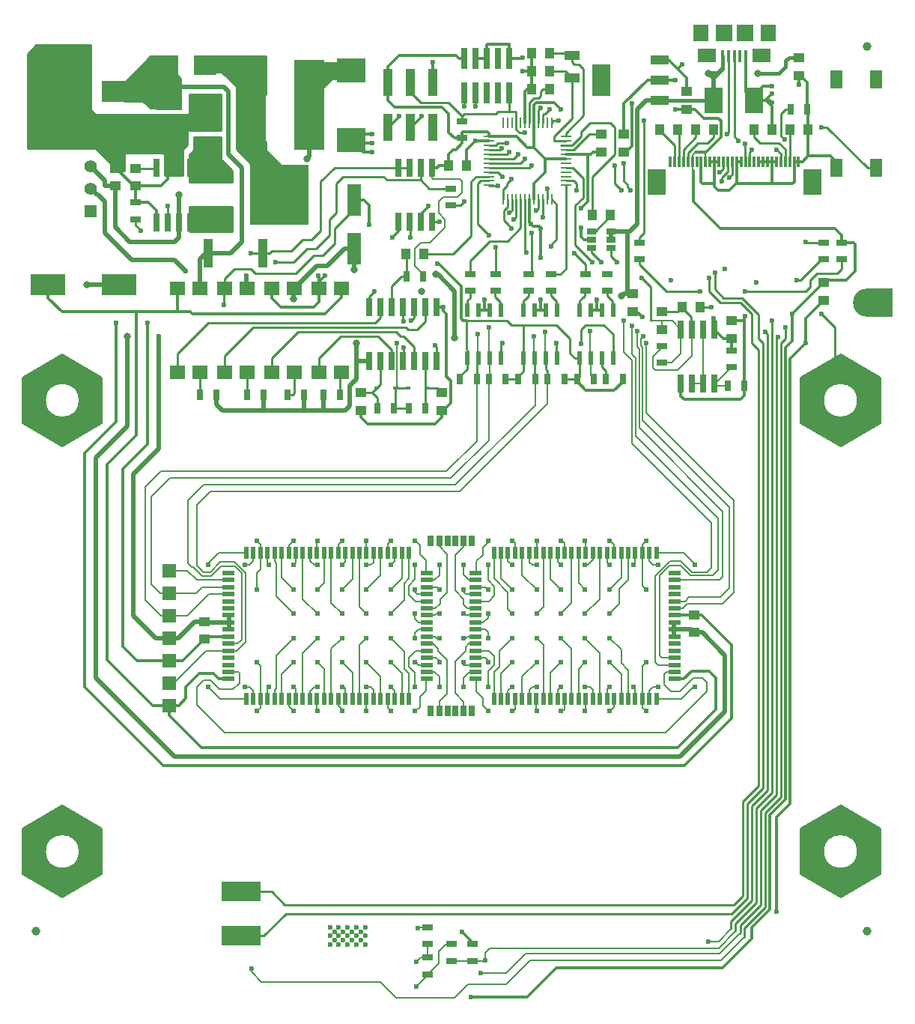
<source format=gbr>
%TF.GenerationSoftware,KiCad,Pcbnew,no-vcs-found-9b4eddb~60~ubuntu16.04.1*%
%TF.CreationDate,2017-11-10T14:06:11+01:00*%
%TF.ProjectId,OpenDropV3,4F70656E44726F7056332E6B69636164,rev?*%
%TF.SameCoordinates,Original*%
%TF.FileFunction,Copper,L2,Bot,Signal*%
%TF.FilePolarity,Positive*%
%FSLAX46Y46*%
G04 Gerber Fmt 4.6, Leading zero omitted, Abs format (unit mm)*
G04 Created by KiCad (PCBNEW no-vcs-found-9b4eddb~60~ubuntu16.04.1) date Fri Nov 10 14:06:11 2017*
%MOMM*%
%LPD*%
G01*
G04 APERTURE LIST*
%TA.AperFunction,EtchedComponent*%
%ADD10C,2.250000*%
%TD*%
%TA.AperFunction,EtchedComponent*%
%ADD11C,1.000000*%
%TD*%
%TA.AperFunction,EtchedComponent*%
%ADD12C,0.150000*%
%TD*%
%TA.AperFunction,ComponentPad*%
%ADD13C,3.200000*%
%TD*%
%TA.AperFunction,SMDPad,CuDef*%
%ADD14R,3.000000X3.200000*%
%TD*%
%TA.AperFunction,ComponentPad*%
%ADD15C,0.604800*%
%TD*%
%TA.AperFunction,ComponentPad*%
%ADD16C,0.600000*%
%TD*%
%TA.AperFunction,SMDPad,CuDef*%
%ADD17R,4.500000X2.200000*%
%TD*%
%TA.AperFunction,SMDPad,CuDef*%
%ADD18R,0.740000X2.400000*%
%TD*%
%TA.AperFunction,SMDPad,CuDef*%
%ADD19R,1.300000X0.250000*%
%TD*%
%TA.AperFunction,SMDPad,CuDef*%
%ADD20R,0.250000X1.300000*%
%TD*%
%TA.AperFunction,SMDPad,CuDef*%
%ADD21R,0.300000X1.250000*%
%TD*%
%TA.AperFunction,SMDPad,CuDef*%
%ADD22R,2.000000X3.000000*%
%TD*%
%TA.AperFunction,SMDPad,CuDef*%
%ADD23R,1.000000X1.250000*%
%TD*%
%TA.AperFunction,SMDPad,CuDef*%
%ADD24R,1.700000X1.600000*%
%TD*%
%TA.AperFunction,SMDPad,CuDef*%
%ADD25R,4.000500X2.400300*%
%TD*%
%TA.AperFunction,SMDPad,CuDef*%
%ADD26R,1.300000X0.700000*%
%TD*%
%TA.AperFunction,SMDPad,CuDef*%
%ADD27R,0.610000X1.520000*%
%TD*%
%TA.AperFunction,SMDPad,CuDef*%
%ADD28R,0.700000X1.300000*%
%TD*%
%TA.AperFunction,SMDPad,CuDef*%
%ADD29R,0.500000X1.480000*%
%TD*%
%TA.AperFunction,SMDPad,CuDef*%
%ADD30R,1.480000X0.500000*%
%TD*%
%TA.AperFunction,SMDPad,CuDef*%
%ADD31R,0.800000X1.300000*%
%TD*%
%TA.AperFunction,SMDPad,CuDef*%
%ADD32R,2.780000X1.550000*%
%TD*%
%TA.AperFunction,SMDPad,CuDef*%
%ADD33R,6.730000X6.740000*%
%TD*%
%TA.AperFunction,SMDPad,CuDef*%
%ADD34R,1.250000X1.000000*%
%TD*%
%TA.AperFunction,ComponentPad*%
%ADD35R,1.397000X1.397000*%
%TD*%
%TA.AperFunction,ComponentPad*%
%ADD36C,1.397000*%
%TD*%
%TA.AperFunction,SMDPad,CuDef*%
%ADD37R,0.660400X2.032000*%
%TD*%
%TA.AperFunction,SMDPad,CuDef*%
%ADD38R,1.000000X3.200000*%
%TD*%
%TA.AperFunction,SMDPad,CuDef*%
%ADD39R,2.500000X1.000000*%
%TD*%
%TA.AperFunction,SMDPad,CuDef*%
%ADD40R,3.200000X2.700000*%
%TD*%
%TA.AperFunction,SMDPad,CuDef*%
%ADD41R,2.500000X2.300000*%
%TD*%
%TA.AperFunction,BGAPad,CuDef*%
%ADD42C,1.000000*%
%TD*%
%TA.AperFunction,SMDPad,CuDef*%
%ADD43R,1.501140X1.501140*%
%TD*%
%TA.AperFunction,SMDPad,CuDef*%
%ADD44R,1.400000X2.100000*%
%TD*%
%TA.AperFunction,SMDPad,CuDef*%
%ADD45R,1.600200X3.599180*%
%TD*%
%TA.AperFunction,SMDPad,CuDef*%
%ADD46R,3.500000X10.200000*%
%TD*%
%TA.AperFunction,SMDPad,CuDef*%
%ADD47R,3.000000X2.000000*%
%TD*%
%TA.AperFunction,SMDPad,CuDef*%
%ADD48R,2.032000X3.657600*%
%TD*%
%TA.AperFunction,SMDPad,CuDef*%
%ADD49R,2.032000X1.016000*%
%TD*%
%TA.AperFunction,SMDPad,CuDef*%
%ADD50R,1.060000X0.650000*%
%TD*%
%TA.AperFunction,SMDPad,CuDef*%
%ADD51R,0.600000X0.450000*%
%TD*%
%TA.AperFunction,SMDPad,CuDef*%
%ADD52R,1.000000X3.150000*%
%TD*%
%TA.AperFunction,SMDPad,CuDef*%
%ADD53R,1.800000X1.000000*%
%TD*%
%TA.AperFunction,SMDPad,CuDef*%
%ADD54R,1.800000X1.900000*%
%TD*%
%TA.AperFunction,SMDPad,CuDef*%
%ADD55R,1.900000X1.900000*%
%TD*%
%TA.AperFunction,SMDPad,CuDef*%
%ADD56R,2.100000X1.600000*%
%TD*%
%TA.AperFunction,SMDPad,CuDef*%
%ADD57R,0.400000X1.350000*%
%TD*%
%TA.AperFunction,ViaPad*%
%ADD58C,0.800000*%
%TD*%
%TA.AperFunction,ViaPad*%
%ADD59C,0.600000*%
%TD*%
%TA.AperFunction,Conductor*%
%ADD60C,0.500000*%
%TD*%
%TA.AperFunction,Conductor*%
%ADD61C,0.250000*%
%TD*%
%TA.AperFunction,Conductor*%
%ADD62C,0.300000*%
%TD*%
%TA.AperFunction,Conductor*%
%ADD63C,0.200000*%
%TD*%
%TA.AperFunction,Conductor*%
%ADD64C,0.150000*%
%TD*%
%TA.AperFunction,Conductor*%
%ADD65C,0.400000*%
%TD*%
%TA.AperFunction,Conductor*%
%ADD66C,0.450000*%
%TD*%
%TA.AperFunction,Conductor*%
%ADD67C,0.254000*%
%TD*%
G04 APERTURE END LIST*
D10*
%TO.C,P14*%
X146982767Y-74000000D02*
G75*
G03X146982767Y-74000000I-2982767J0D01*
G01*
D11*
X144000000Y-69400000D02*
X148000000Y-71700000D01*
X148000000Y-71700000D02*
X148000000Y-76300000D01*
X148000000Y-76300000D02*
X144000000Y-78600000D01*
X144000000Y-78600000D02*
X140000000Y-76300000D01*
X140000000Y-76300000D02*
X140000000Y-71700000D01*
X140000000Y-71700000D02*
X144000000Y-69400000D01*
D12*
X148500000Y-76598000D02*
X144000000Y-79196000D01*
X144000000Y-79196000D02*
X139500000Y-76598000D01*
X139500000Y-71402000D02*
X144000000Y-68804000D01*
X144000000Y-68804000D02*
X148500000Y-71402000D01*
X148500000Y-71402000D02*
X148500000Y-76598000D01*
X139500000Y-71402000D02*
X139500000Y-76598000D01*
D10*
%TO.C,P13*%
X58982767Y-74000000D02*
G75*
G03X58982767Y-74000000I-2982767J0D01*
G01*
D11*
X56000000Y-69400000D02*
X60000000Y-71700000D01*
X60000000Y-71700000D02*
X60000000Y-76300000D01*
X60000000Y-76300000D02*
X56000000Y-78600000D01*
X56000000Y-78600000D02*
X52000000Y-76300000D01*
X52000000Y-76300000D02*
X52000000Y-71700000D01*
X52000000Y-71700000D02*
X56000000Y-69400000D01*
D12*
X60500000Y-76598000D02*
X56000000Y-79196000D01*
X56000000Y-79196000D02*
X51500000Y-76598000D01*
X51500000Y-71402000D02*
X56000000Y-68804000D01*
X56000000Y-68804000D02*
X60500000Y-71402000D01*
X60500000Y-71402000D02*
X60500000Y-76598000D01*
X51500000Y-71402000D02*
X51500000Y-76598000D01*
%TO.C,P15*%
X51500000Y-122402000D02*
X51500000Y-127598000D01*
X60500000Y-122402000D02*
X60500000Y-127598000D01*
X56000000Y-119804000D02*
X60500000Y-122402000D01*
X51500000Y-122402000D02*
X56000000Y-119804000D01*
X56000000Y-130196000D02*
X51500000Y-127598000D01*
X60500000Y-127598000D02*
X56000000Y-130196000D01*
D11*
X52000000Y-122700000D02*
X56000000Y-120400000D01*
X52000000Y-127300000D02*
X52000000Y-122700000D01*
X56000000Y-129600000D02*
X52000000Y-127300000D01*
X60000000Y-127300000D02*
X56000000Y-129600000D01*
X60000000Y-122700000D02*
X60000000Y-127300000D01*
X56000000Y-120400000D02*
X60000000Y-122700000D01*
D10*
X58982767Y-125000000D02*
G75*
G03X58982767Y-125000000I-2982767J0D01*
G01*
%TO.C,P16*%
X146982767Y-125000000D02*
G75*
G03X146982767Y-125000000I-2982767J0D01*
G01*
D11*
X144000000Y-120400000D02*
X148000000Y-122700000D01*
X148000000Y-122700000D02*
X148000000Y-127300000D01*
X148000000Y-127300000D02*
X144000000Y-129600000D01*
X144000000Y-129600000D02*
X140000000Y-127300000D01*
X140000000Y-127300000D02*
X140000000Y-122700000D01*
X140000000Y-122700000D02*
X144000000Y-120400000D01*
D12*
X148500000Y-127598000D02*
X144000000Y-130196000D01*
X144000000Y-130196000D02*
X139500000Y-127598000D01*
X139500000Y-122402000D02*
X144000000Y-119804000D01*
X144000000Y-119804000D02*
X148500000Y-122402000D01*
X148500000Y-122402000D02*
X148500000Y-127598000D01*
X139500000Y-122402000D02*
X139500000Y-127598000D01*
%TD*%
D13*
%TO.P,P2,1*%
%TO.N,GND*%
X146963000Y-63000000D03*
D14*
X148463000Y-63000000D03*
%TD*%
D15*
%TO.P,FLUXL_1_3,1*%
%TO.N,Net-(FLUXL_1_3-Pad1)*%
X76625000Y-92625000D03*
%TD*%
%TO.P,FLUXL_1_6,1*%
%TO.N,Net-(FLUXL_1_6-Pad1)*%
X76625000Y-106375000D03*
%TD*%
%TO.P,FLUXL_16_3,1*%
%TO.N,Net-(FLUXL_16_3-Pad1)*%
X123375000Y-92625000D03*
%TD*%
%TO.P,FLUXL_16_6,1*%
%TO.N,Net-(FLUXL_16_6-Pad1)*%
X123375000Y-106375000D03*
%TD*%
%TO.P,FLUXL_16_1,1*%
%TO.N,Net-(FLUXL_16_1-Pad1)*%
X127500000Y-92625000D03*
%TD*%
%TO.P,FLUXL_1_8,1*%
%TO.N,Net-(FLUXL_1_8-Pad1)*%
X72500000Y-106375000D03*
%TD*%
%TO.P,FLUXL_16_8,1*%
%TO.N,Net-(FLUXL_16_8-Pad1)*%
X127500000Y-106375000D03*
%TD*%
%TO.P,FLUXL_1_1,1*%
%TO.N,Net-(FLUXL_1_1-Pad1)*%
X72500000Y-92625000D03*
%TD*%
D16*
%TO.P,SP1,24*%
%TO.N,N/C*%
X90265000Y-135539000D03*
%TO.P,SP1,23*%
X89265000Y-135539000D03*
%TO.P,SP1,22*%
X88265000Y-135539000D03*
%TO.P,SP1,21*%
X87265000Y-135539000D03*
%TO.P,SP1,20*%
X86265000Y-135539000D03*
%TO.P,SP1,18*%
X90265000Y-134539000D03*
%TO.P,SP1,17*%
X89765000Y-135039000D03*
%TO.P,SP1,16*%
X89265000Y-134539000D03*
%TO.P,SP1,15*%
X88765000Y-135039000D03*
%TO.P,SP1,14*%
X88265000Y-134539000D03*
%TO.P,SP1,13*%
X87765000Y-135039000D03*
%TO.P,SP1,12*%
X87265000Y-134539000D03*
%TO.P,SP1,11*%
X86765000Y-135039000D03*
%TO.P,SP1,10*%
X86265000Y-134539000D03*
%TO.P,SP1,9*%
X90265000Y-133539000D03*
%TO.P,SP1,8*%
X89765000Y-134039000D03*
%TO.P,SP1,7*%
X89265000Y-133539000D03*
%TO.P,SP1,6*%
X88765000Y-134039000D03*
%TO.P,SP1,5*%
X88265000Y-133539000D03*
%TO.P,SP1,4*%
X87765000Y-134039000D03*
%TO.P,SP1,3*%
X87265000Y-133539000D03*
%TO.P,SP1,26*%
X86765000Y-134039000D03*
%TO.P,SP1,25*%
X86265000Y-133539000D03*
D17*
%TO.P,SP1,1*%
%TO.N,Net-(SP1-Pad1)*%
X76265000Y-129539000D03*
%TO.P,SP1,2*%
%TO.N,Net-(SP1-Pad2)*%
X76265000Y-134539000D03*
%TD*%
D18*
%TO.P,J2,10*%
%TO.N,RESET*%
X106553000Y-39247000D03*
%TO.P,J2,9*%
%TO.N,GND*%
X106553000Y-35347000D03*
%TO.P,J2,8*%
%TO.N,Net-(J2-Pad8)*%
X105283000Y-39247000D03*
%TO.P,J2,7*%
%TO.N,Net-(J2-Pad7)*%
X105283000Y-35347000D03*
%TO.P,J2,6*%
%TO.N,Net-(J2-Pad6)*%
X104013000Y-39247000D03*
%TO.P,J2,5*%
%TO.N,GND*%
X104013000Y-35347000D03*
%TO.P,J2,4*%
%TO.N,SWCLK*%
X102743000Y-39247000D03*
%TO.P,J2,3*%
%TO.N,GND*%
X102743000Y-35347000D03*
%TO.P,J2,2*%
%TO.N,SWDIO*%
X101473000Y-39247000D03*
%TO.P,J2,1*%
%TO.N,+3V3*%
X101473000Y-35347000D03*
%TD*%
D19*
%TO.P,U5,1*%
%TO.N,Net-(C23-Pad2)*%
X112935000Y-44199000D03*
%TO.P,U5,2*%
%TO.N,Net-(C25-Pad2)*%
X112935000Y-44699000D03*
%TO.P,U5,3*%
%TO.N,SPK*%
X112935000Y-45199000D03*
%TO.P,U5,4*%
%TO.N,AREF*%
X112935000Y-45699000D03*
%TO.P,U5,5*%
%TO.N,GND*%
X112935000Y-46199000D03*
%TO.P,U5,6*%
%TO.N,+3V3*%
X112935000Y-46699000D03*
%TO.P,U5,7*%
%TO.N,Net-(U5-Pad7)*%
X112935000Y-47199000D03*
%TO.P,U5,8*%
%TO.N,FEEDBACK*%
X112935000Y-47699000D03*
%TO.P,U5,9*%
%TO.N,Net-(U5-Pad9)*%
X112935000Y-48199000D03*
%TO.P,U5,10*%
%TO.N,Net-(U5-Pad10)*%
X112935000Y-48699000D03*
%TO.P,U5,11*%
%TO.N,SW1*%
X112935000Y-49199000D03*
%TO.P,U5,12*%
%TO.N,BL*%
X112935000Y-49699000D03*
D20*
%TO.P,U5,13*%
%TO.N,LE*%
X111335000Y-51299000D03*
%TO.P,U5,14*%
%TO.N,VSENS*%
X110835000Y-51299000D03*
%TO.P,U5,15*%
%TO.N,JOY*%
X110335000Y-51299000D03*
%TO.P,U5,16*%
%TO.N,V_SCK*%
X109835000Y-51299000D03*
%TO.P,U5,17*%
%TO.N,+3V3*%
X109335000Y-51299000D03*
%TO.P,U5,18*%
%TO.N,GND*%
X108835000Y-51299000D03*
%TO.P,U5,19*%
%TO.N,DI*%
X108335000Y-51299000D03*
%TO.P,U5,20*%
%TO.N,CLK*%
X107835000Y-51299000D03*
%TO.P,U5,21*%
%TO.N,V_SI*%
X107335000Y-51299000D03*
%TO.P,U5,22*%
%TO.N,V_CS*%
X106835000Y-51299000D03*
%TO.P,U5,23*%
%TO.N,POL*%
X106335000Y-51299000D03*
%TO.P,U5,24*%
%TO.N,DISP_RES*%
X105835000Y-51299000D03*
D19*
%TO.P,U5,25*%
%TO.N,DISP_DC*%
X104235000Y-49699000D03*
%TO.P,U5,26*%
%TO.N,D13*%
X104235000Y-49199000D03*
%TO.P,U5,27*%
%TO.N,AC*%
X104235000Y-48699000D03*
%TO.P,U5,28*%
%TO.N,DISP_CS*%
X104235000Y-48199000D03*
%TO.P,U5,29*%
%TO.N,SW2*%
X104235000Y-47699000D03*
%TO.P,U5,30*%
%TO.N,SW3*%
X104235000Y-47199000D03*
%TO.P,U5,31*%
%TO.N,DISP_SDA*%
X104235000Y-46699000D03*
%TO.P,U5,32*%
%TO.N,DISP_SCL*%
X104235000Y-46199000D03*
%TO.P,U5,33*%
%TO.N,D-*%
X104235000Y-45699000D03*
%TO.P,U5,34*%
%TO.N,D+*%
X104235000Y-45199000D03*
%TO.P,U5,35*%
%TO.N,GND*%
X104235000Y-44699000D03*
%TO.P,U5,36*%
%TO.N,+3V3*%
X104235000Y-44199000D03*
D20*
%TO.P,U5,37*%
%TO.N,Net-(U5-Pad37)*%
X105835000Y-42599000D03*
%TO.P,U5,38*%
%TO.N,Net-(U5-Pad38)*%
X106335000Y-42599000D03*
%TO.P,U5,39*%
%TO.N,Net-(U5-Pad39)*%
X106835000Y-42599000D03*
%TO.P,U5,40*%
%TO.N,RESET*%
X107335000Y-42599000D03*
%TO.P,U5,41*%
%TO.N,Net-(U5-Pad41)*%
X107835000Y-42599000D03*
%TO.P,U5,42*%
%TO.N,GND*%
X108335000Y-42599000D03*
%TO.P,U5,43*%
%TO.N,Net-(C20-Pad1)*%
X108835000Y-42599000D03*
%TO.P,U5,44*%
%TO.N,+3V3*%
X109335000Y-42599000D03*
%TO.P,U5,45*%
%TO.N,SWCLK*%
X109835000Y-42599000D03*
%TO.P,U5,46*%
%TO.N,SWDIO*%
X110335000Y-42599000D03*
%TO.P,U5,47*%
%TO.N,Net-(U5-Pad47)*%
X110835000Y-42599000D03*
%TO.P,U5,48*%
%TO.N,RX_LED*%
X111335000Y-42599000D03*
%TD*%
D21*
%TO.P,S1,30*%
%TO.N,GND*%
X139250000Y-47025000D03*
%TO.P,S1,26*%
%TO.N,Net-(R3-Pad1)*%
X137250000Y-47025000D03*
%TO.P,S1,27*%
%TO.N,Net-(C10-Pad1)*%
X137750000Y-47025000D03*
%TO.P,S1,29*%
%TO.N,GND*%
X138750000Y-47025000D03*
%TO.P,S1,28*%
%TO.N,Net-(C8-Pad1)*%
X138250000Y-47025000D03*
%TO.P,S1,24*%
%TO.N,GND*%
X136250000Y-47025000D03*
%TO.P,S1,25*%
X136750000Y-47025000D03*
%TO.P,S1,23*%
X135750000Y-47025000D03*
%TO.P,S1,22*%
X135250000Y-47025000D03*
%TO.P,S1,16*%
X132250000Y-47025000D03*
%TO.P,S1,17*%
X132750000Y-47025000D03*
%TO.P,S1,19*%
%TO.N,DISP_SDA*%
X133750000Y-47025000D03*
%TO.P,S1,18*%
%TO.N,DISP_SCL*%
X133250000Y-47025000D03*
%TO.P,S1,21*%
%TO.N,GND*%
X134750000Y-47025000D03*
%TO.P,S1,20*%
%TO.N,Net-(S1-Pad20)*%
X134250000Y-47025000D03*
%TO.P,S1,5*%
%TO.N,Net-(C9-Pad2)*%
X126750000Y-47025000D03*
%TO.P,S1,6*%
%TO.N,+3V3*%
X127250000Y-47025000D03*
%TO.P,S1,3*%
%TO.N,Net-(C7-Pad2)*%
X125750000Y-47025000D03*
%TO.P,S1,4*%
%TO.N,Net-(C9-Pad1)*%
X126250000Y-47025000D03*
%TO.P,S1,2*%
%TO.N,Net-(C7-Pad1)*%
X125250000Y-47025000D03*
%TO.P,S1,1*%
%TO.N,Net-(S1-Pad1)*%
X124750000Y-47025000D03*
%TO.P,S1,7*%
%TO.N,Net-(S1-Pad7)*%
X127750000Y-47025000D03*
%TO.P,S1,8*%
%TO.N,GND*%
X128250000Y-47025000D03*
%TO.P,S1,10*%
X129250000Y-47025000D03*
%TO.P,S1,9*%
%TO.N,+3V3*%
X128750000Y-47025000D03*
%TO.P,S1,13*%
%TO.N,DISP_CS*%
X130750000Y-47025000D03*
%TO.P,S1,14*%
%TO.N,DISP_RES*%
X131250000Y-47025000D03*
%TO.P,S1,12*%
%TO.N,GND*%
X130250000Y-47025000D03*
%TO.P,S1,11*%
X129750000Y-47025000D03*
D22*
%TO.P,S1,*%
%TO.N,*%
X123210000Y-49350000D03*
X140790000Y-49350000D03*
D21*
%TO.P,S1,15*%
%TO.N,DISP_DC*%
X131750000Y-47025000D03*
%TD*%
D23*
%TO.P,C14,1*%
%TO.N,+3V3*%
X99711000Y-47457000D03*
%TO.P,C14,2*%
%TO.N,GND*%
X101711000Y-47457000D03*
%TD*%
D24*
%TO.P,U12,2*%
%TO.N,Net-(U12-Pad2)*%
X79677000Y-70817000D03*
%TO.P,U12,1*%
%TO.N,Net-(R49-Pad1)*%
X82217000Y-70817000D03*
%TO.P,U12,4*%
%TO.N,GND_C*%
X82217000Y-61317000D03*
%TO.P,U12,3*%
%TO.N,GND*%
X79677000Y-61317000D03*
%TD*%
D25*
%TO.P,C18,1*%
%TO.N,V_HV_C*%
X54419500Y-60960000D03*
%TO.P,C18,2*%
%TO.N,GND_C*%
X62420500Y-60960000D03*
%TD*%
D26*
%TO.P,R32,1*%
%TO.N,Net-(R32-Pad1)*%
X102156000Y-61619500D03*
%TO.P,R32,2*%
%TO.N,CLK*%
X102156000Y-59719500D03*
%TD*%
D27*
%TO.P,U9,5*%
%TO.N,GND_C*%
X118285000Y-69244000D03*
%TO.P,U9,6*%
%TO.N,Net-(R43-Pad1)*%
X117015000Y-69244000D03*
%TO.P,U9,7*%
%TO.N,DI_C*%
X115745000Y-69244000D03*
%TO.P,U9,8*%
%TO.N,VDD_C*%
X114475000Y-69244000D03*
%TO.P,U9,1*%
%TO.N,Net-(R34-Pad1)*%
X114475000Y-63779000D03*
%TO.P,U9,2*%
%TO.N,GND*%
X115745000Y-63779000D03*
%TO.P,U9,3*%
X117015000Y-63779000D03*
%TO.P,U9,4*%
%TO.N,Net-(R41-Pad1)*%
X118285000Y-63779000D03*
%TD*%
%TO.P,U8,4*%
%TO.N,Net-(R40-Pad1)*%
X111935000Y-63779000D03*
%TO.P,U8,3*%
%TO.N,GND*%
X110665000Y-63779000D03*
%TO.P,U8,2*%
X109395000Y-63779000D03*
%TO.P,U8,1*%
%TO.N,Net-(R36-Pad1)*%
X108125000Y-63779000D03*
%TO.P,U8,8*%
%TO.N,VDD_C*%
X108125000Y-69244000D03*
%TO.P,U8,7*%
%TO.N,POL_C*%
X109395000Y-69244000D03*
%TO.P,U8,6*%
%TO.N,BL_C*%
X110665000Y-69244000D03*
%TO.P,U8,5*%
%TO.N,GND_C*%
X111935000Y-69244000D03*
%TD*%
D28*
%TO.P,R33,1*%
%TO.N,CLK_C*%
X102852000Y-71591500D03*
%TO.P,R33,2*%
%TO.N,VDD_C*%
X100952000Y-71591500D03*
%TD*%
D26*
%TO.P,R1,1*%
%TO.N,Net-(R1-Pad1)*%
X64262000Y-53528000D03*
%TO.P,R1,2*%
%TO.N,GND*%
X64262000Y-51628000D03*
%TD*%
%TO.P,R5,1*%
%TO.N,RESET*%
X101219000Y-42443000D03*
%TO.P,R5,2*%
%TO.N,+3V3*%
X101219000Y-44343000D03*
%TD*%
%TO.P,R18,1*%
%TO.N,JOY*%
X102410000Y-137367000D03*
%TO.P,R18,2*%
%TO.N,+3V3*%
X102410000Y-135467000D03*
%TD*%
%TO.P,R19,1*%
%TO.N,Net-(JS1-Pad3)*%
X99997000Y-135467000D03*
%TO.P,R19,2*%
%TO.N,JOY*%
X99997000Y-137367000D03*
%TD*%
%TO.P,R20,1*%
%TO.N,Net-(JS1-Pad2)*%
X97330000Y-136991000D03*
%TO.P,R20,2*%
%TO.N,Net-(JS1-Pad3)*%
X97330000Y-138891000D03*
%TD*%
%TO.P,R21,1*%
%TO.N,Net-(JS1-Pad1)*%
X97330000Y-133562000D03*
%TO.P,R21,2*%
%TO.N,Net-(JS1-Pad2)*%
X97330000Y-135462000D03*
%TD*%
D28*
%TO.P,R22,1*%
%TO.N,+3V3*%
X133126000Y-72363040D03*
%TO.P,R22,2*%
%TO.N,Net-(R22-Pad2)*%
X131226000Y-72363040D03*
%TD*%
D26*
%TO.P,R30,1*%
%TO.N,Net-(R22-Pad2)*%
X131668000Y-70265040D03*
%TO.P,R30,2*%
%TO.N,GND*%
X131668000Y-68365040D03*
%TD*%
%TO.P,R31,1*%
%TO.N,FEEDBACK*%
X123794000Y-69757040D03*
%TO.P,R31,2*%
%TO.N,Net-(C16-Pad1)*%
X123794000Y-67857040D03*
%TD*%
D28*
%TO.P,R35,1*%
%TO.N,DI_C*%
X116139000Y-71587000D03*
%TO.P,R35,2*%
%TO.N,VDD_C*%
X114239000Y-71587000D03*
%TD*%
%TO.P,R38,1*%
%TO.N,POL_C*%
X109456000Y-71591500D03*
%TO.P,R38,2*%
%TO.N,VDD_C*%
X107556000Y-71591500D03*
%TD*%
%TO.P,R39,1*%
%TO.N,LE_C*%
X104206000Y-71587000D03*
%TO.P,R39,2*%
%TO.N,VDD_C*%
X106106000Y-71587000D03*
%TD*%
%TO.P,R42,1*%
%TO.N,BL_C*%
X110858000Y-71591500D03*
%TO.P,R42,2*%
%TO.N,VDD_C*%
X112758000Y-71591500D03*
%TD*%
%TO.P,R44,1*%
%TO.N,Net-(D2-Pad1)*%
X95189000Y-74889000D03*
%TO.P,R44,2*%
%TO.N,Net-(C29-Pad2)*%
X97089000Y-74889000D03*
%TD*%
%TO.P,R45,1*%
%TO.N,Net-(R45-Pad1)*%
X87437000Y-73365000D03*
%TO.P,R45,2*%
%TO.N,V_USB*%
X85537000Y-73365000D03*
%TD*%
%TO.P,R48,1*%
%TO.N,Net-(R48-Pad1)*%
X71567000Y-73365000D03*
%TO.P,R48,2*%
%TO.N,V_USB*%
X73467000Y-73365000D03*
%TD*%
%TO.P,R49,1*%
%TO.N,Net-(R49-Pad1)*%
X81473000Y-73365000D03*
%TO.P,R49,2*%
%TO.N,V_USB*%
X83373000Y-73365000D03*
%TD*%
%TO.P,R51,1*%
%TO.N,Net-(R51-Pad1)*%
X76901000Y-73365000D03*
%TO.P,R51,2*%
%TO.N,V_USB*%
X78801000Y-73365000D03*
%TD*%
D26*
%TO.P,R41,1*%
%TO.N,Net-(R41-Pad1)*%
X117650000Y-61619500D03*
%TO.P,R41,2*%
%TO.N,Net-(R41-Pad2)*%
X117650000Y-59719500D03*
%TD*%
D28*
%TO.P,R43,1*%
%TO.N,Net-(R43-Pad1)*%
X117462000Y-71591500D03*
%TO.P,R43,2*%
%TO.N,VDD_C*%
X119362000Y-71591500D03*
%TD*%
%TO.P,R3,1*%
%TO.N,Net-(R3-Pad1)*%
X138369000Y-41107000D03*
%TO.P,R3,2*%
%TO.N,GND*%
X140269000Y-41107000D03*
%TD*%
D26*
%TO.P,R4,1*%
%TO.N,+3V3*%
X144145000Y-56159000D03*
%TO.P,R4,2*%
%TO.N,Net-(LED2-Pad2)*%
X144145000Y-58059000D03*
%TD*%
%TO.P,R6,1*%
%TO.N,RX_LED*%
X121285000Y-56159000D03*
%TO.P,R6,2*%
%TO.N,Net-(LED1-Pad2)*%
X121285000Y-58059000D03*
%TD*%
%TO.P,R8,1*%
%TO.N,D13*%
X142113000Y-56159000D03*
%TO.P,R8,2*%
%TO.N,Net-(LED3-Pad2)*%
X142113000Y-58059000D03*
%TD*%
%TO.P,R34,1*%
%TO.N,Net-(R34-Pad1)*%
X115175000Y-61625000D03*
%TO.P,R34,2*%
%TO.N,DI*%
X115175000Y-59725000D03*
%TD*%
%TO.P,R36,1*%
%TO.N,Net-(R36-Pad1)*%
X108760000Y-61619500D03*
%TO.P,R36,2*%
%TO.N,POL*%
X108760000Y-59719500D03*
%TD*%
%TO.P,R37,1*%
%TO.N,Net-(R37-Pad1)*%
X104975000Y-61625000D03*
%TO.P,R37,2*%
%TO.N,LE*%
X104975000Y-59725000D03*
%TD*%
%TO.P,R40,1*%
%TO.N,Net-(R40-Pad1)*%
X111300000Y-61619500D03*
%TO.P,R40,2*%
%TO.N,BL*%
X111300000Y-59719500D03*
%TD*%
%TO.P,R9,1*%
%TO.N,VSENS*%
X99949000Y-51963000D03*
%TO.P,R9,2*%
%TO.N,Net-(R1-Pad1)*%
X99949000Y-50063000D03*
%TD*%
D28*
%TO.P,R10,1*%
%TO.N,Net-(D2-Pad1)*%
X93533000Y-74889000D03*
%TO.P,R10,2*%
%TO.N,Net-(C28-Pad2)*%
X91633000Y-74889000D03*
%TD*%
%TO.P,R11,1*%
%TO.N,Net-(C31-Pad2)*%
X94935000Y-60030000D03*
%TO.P,R11,2*%
%TO.N,+3V3*%
X96835000Y-60030000D03*
%TD*%
D15*
%TO.P,FLUXL_1_5b1,1*%
%TO.N,Net-(FLUXL_1_5-Pad1)*%
X78000000Y-109125000D03*
%TD*%
D29*
%TO.P,U2,1*%
%TO.N,Net-(FLUXL_6_5-Pad1)*%
X95200000Y-107740000D03*
%TO.P,U2,2*%
%TO.N,Net-(FLUXL_6_6-Pad1)*%
X94400000Y-107740000D03*
%TO.P,U2,3*%
%TO.N,Net-(FLUXL_6_7-Pad1)*%
X93600000Y-107740000D03*
%TO.P,U2,4*%
%TO.N,Net-(FLUXL_6_8-Pad1)*%
X92800000Y-107740000D03*
%TO.P,U2,5*%
%TO.N,Net-(FLUXL_5_6-Pad1)*%
X92000000Y-107740000D03*
%TO.P,U2,6*%
%TO.N,Net-(FLUXL_5_7-Pad1)*%
X91200000Y-107740000D03*
%TO.P,U2,7*%
%TO.N,Net-(FLUXL_5_8-Pad1)*%
X90400000Y-107740000D03*
%TO.P,U2,8*%
%TO.N,Net-(FLUXL_5_5-Pad1)*%
X89600000Y-107740000D03*
%TO.P,U2,9*%
%TO.N,Net-(FLUXL_4_6-Pad1)*%
X88800000Y-107740000D03*
%TO.P,U2,10*%
%TO.N,Net-(FLUXL_4_7-Pad1)*%
X88000000Y-107740000D03*
%TO.P,U2,11*%
%TO.N,Net-(FLUXL_4_8-Pad1)*%
X87200000Y-107740000D03*
%TO.P,U2,12*%
%TO.N,Net-(FLUXL_4_5-Pad1)*%
X86400000Y-107740000D03*
%TO.P,U2,13*%
%TO.N,Net-(FLUXL_3_6-Pad1)*%
X85600000Y-107740000D03*
%TO.P,U2,14*%
%TO.N,Net-(FLUXL_3_8-Pad1)*%
X84800000Y-107740000D03*
%TO.P,U2,15*%
%TO.N,Net-(FLUXL_3_7-Pad1)*%
X84000000Y-107740000D03*
%TO.P,U2,16*%
%TO.N,Net-(FLUXL_3_5-Pad1)*%
X83200000Y-107740000D03*
%TO.P,U2,17*%
%TO.N,Net-(FLUXL_2_7-Pad1)*%
X82400000Y-107740000D03*
%TO.P,U2,18*%
%TO.N,Net-(FLUXL_2_8-Pad1)*%
X81600000Y-107740000D03*
%TO.P,U2,19*%
%TO.N,Net-(FLUXL_2_6-Pad1)*%
X80800000Y-107740000D03*
%TO.P,U2,20*%
%TO.N,Net-(FLUXL_2_5-Pad1)*%
X80000000Y-107740000D03*
%TO.P,U2,21*%
%TO.N,Net-(FLUXL_1_7-Pad1)*%
X79200000Y-107740000D03*
%TO.P,U2,22*%
%TO.N,Net-(FLUXL_1_5-Pad1)*%
X78400000Y-107740000D03*
%TO.P,U2,23*%
%TO.N,Net-(FLUXL_1_6-Pad1)*%
X77600000Y-107740000D03*
%TO.P,U2,24*%
%TO.N,Net-(FLUXL_1_8-Pad1)*%
X76800000Y-107740000D03*
D30*
%TO.P,U2,25*%
%TO.N,V_HV_C*%
X74760000Y-105500000D03*
%TO.P,U2,26*%
%TO.N,Net-(U2-Pad26)*%
X74760000Y-104700000D03*
%TO.P,U2,27*%
%TO.N,Net-(U2-Pad27)*%
X74760000Y-103900000D03*
%TO.P,U2,28*%
%TO.N,Net-(U2-Pad28)*%
X74760000Y-103100000D03*
%TO.P,U2,29*%
%TO.N,BL_C*%
X74760000Y-102300000D03*
%TO.P,U2,30*%
%TO.N,POL_C*%
X74760000Y-101500000D03*
%TO.P,U2,31*%
%TO.N,VDD_C*%
X74760000Y-100700000D03*
%TO.P,U2,32*%
%TO.N,GND_C*%
X74760000Y-99900000D03*
%TO.P,U2,33*%
X74760000Y-99100000D03*
%TO.P,U2,34*%
X74760000Y-98300000D03*
%TO.P,U2,35*%
%TO.N,Net-(U2-Pad35)*%
X74760000Y-97500000D03*
%TO.P,U2,36*%
%TO.N,Net-(U2-Pad36)*%
X74760000Y-96700000D03*
%TO.P,U2,37*%
%TO.N,CLK_C*%
X74760000Y-95900000D03*
%TO.P,U2,38*%
%TO.N,LE_C*%
X74760000Y-95100000D03*
%TO.P,U2,39*%
%TO.N,DIO_B*%
X74760000Y-94300000D03*
%TO.P,U2,40*%
%TO.N,Net-(U2-Pad40)*%
X74760000Y-93500000D03*
D29*
%TO.P,U2,41*%
%TO.N,Net-(FLUXL_1_1-Pad1)*%
X76800000Y-91260000D03*
%TO.P,U2,42*%
%TO.N,Net-(FLUXL_1_3-Pad1)*%
X77600000Y-91260000D03*
%TO.P,U2,43*%
%TO.N,Net-(FLUXL_1_4-Pad1)*%
X78400000Y-91260000D03*
%TO.P,U2,44*%
%TO.N,Net-(FLUXL_1_2-Pad1)*%
X79200000Y-91260000D03*
%TO.P,U2,45*%
%TO.N,Net-(FLUXL_2_4-Pad1)*%
X80000000Y-91260000D03*
%TO.P,U2,46*%
%TO.N,Net-(FLUXL_2_3-Pad1)*%
X80800000Y-91260000D03*
%TO.P,U2,47*%
%TO.N,Net-(FLUXL_2_1-Pad1)*%
X81600000Y-91260000D03*
%TO.P,U2,48*%
%TO.N,Net-(FLUXL_2_2-Pad1)*%
X82400000Y-91260000D03*
%TO.P,U2,49*%
%TO.N,Net-(FLUXL_3_4-Pad1)*%
X83200000Y-91260000D03*
%TO.P,U2,50*%
%TO.N,Net-(FLUXL_3_2-Pad1)*%
X84000000Y-91260000D03*
%TO.P,U2,51*%
%TO.N,Net-(FLUXL_3_1-Pad1)*%
X84800000Y-91260000D03*
%TO.P,U2,52*%
%TO.N,Net-(FLUXL_3_3-Pad1)*%
X85600000Y-91260000D03*
%TO.P,U2,53*%
%TO.N,Net-(FLUXL_4_4-Pad1)*%
X86400000Y-91260000D03*
%TO.P,U2,54*%
%TO.N,Net-(FLUXL_4_1-Pad1)*%
X87200000Y-91260000D03*
%TO.P,U2,55*%
%TO.N,Net-(FLUXL_4_2-Pad1)*%
X88000000Y-91260000D03*
%TO.P,U2,56*%
%TO.N,Net-(FLUXL_4_3-Pad1)*%
X88800000Y-91260000D03*
%TO.P,U2,57*%
%TO.N,Net-(FLUXL_5_4-Pad1)*%
X89600000Y-91260000D03*
%TO.P,U2,58*%
%TO.N,Net-(FLUXL_5_1-Pad1)*%
X90400000Y-91260000D03*
%TO.P,U2,59*%
%TO.N,Net-(FLUXL_5_2-Pad1)*%
X91200000Y-91260000D03*
%TO.P,U2,60*%
%TO.N,Net-(FLUXL_5_3-Pad1)*%
X92000000Y-91260000D03*
%TO.P,U2,61*%
%TO.N,Net-(FLUXL_6_1-Pad1)*%
X92800000Y-91260000D03*
%TO.P,U2,62*%
%TO.N,Net-(FLUXL_6_2-Pad1)*%
X93600000Y-91260000D03*
%TO.P,U2,63*%
%TO.N,Net-(FLUXL_6_3-Pad1)*%
X94400000Y-91260000D03*
%TO.P,U2,64*%
%TO.N,Net-(FLUXL_6_4-Pad1)*%
X95200000Y-91260000D03*
D30*
%TO.P,U2,65*%
%TO.N,Net-(FLUXL_7_1-Pad1)*%
X97240000Y-93500000D03*
%TO.P,U2,66*%
%TO.N,Net-(FLUXL_8_2-Pad1)*%
X97240000Y-94300000D03*
%TO.P,U2,67*%
%TO.N,Net-(FLUXL_8_3-Pad1)*%
X97240000Y-95100000D03*
%TO.P,U2,68*%
%TO.N,Net-(FLUXL_7_3-Pad1)*%
X97240000Y-95900000D03*
%TO.P,U2,69*%
%TO.N,Net-(FLUXL_7_2-Pad1)*%
X97240000Y-96700000D03*
%TO.P,U2,70*%
%TO.N,Net-(FLUXL_8_1-Pad1)*%
X97240000Y-97500000D03*
%TO.P,U2,71*%
%TO.N,Net-(FLUXL_8_4-Pad1)*%
X97240000Y-98300000D03*
%TO.P,U2,72*%
%TO.N,Net-(FLUXL_7_4-Pad1)*%
X97240000Y-99100000D03*
%TO.P,U2,73*%
%TO.N,Net-(FLUXL_7_5-Pad1)*%
X97240000Y-99900000D03*
%TO.P,U2,74*%
%TO.N,Net-(FLUXL_8_5-Pad1)*%
X97240000Y-100700000D03*
%TO.P,U2,75*%
%TO.N,Net-(FLUXL_8_8-Pad1)*%
X97240000Y-101500000D03*
%TO.P,U2,76*%
%TO.N,Net-(FLUXL_7_7-Pad1)*%
X97240000Y-102300000D03*
%TO.P,U2,77*%
%TO.N,Net-(FLUXL_8_6-Pad1)*%
X97240000Y-103100000D03*
%TO.P,U2,78*%
%TO.N,Net-(FLUXL_7_6-Pad1)*%
X97240000Y-103900000D03*
%TO.P,U2,79*%
%TO.N,Net-(FLUXL_8_7-Pad1)*%
X97240000Y-104700000D03*
%TO.P,U2,80*%
%TO.N,Net-(FLUXL_7_8-Pad1)*%
X97240000Y-105500000D03*
%TD*%
D31*
%TO.P,R16,3*%
%TO.N,N/C*%
X98625000Y-89875000D03*
D28*
%TO.P,R16,1*%
%TO.N,Net-(R16-Pad1)*%
X97675000Y-89875000D03*
%TO.P,R16,2*%
%TO.N,Net-(R16-Pad2)*%
X99575000Y-89875000D03*
%TD*%
D29*
%TO.P,U4,1*%
%TO.N,Net-(FLUXL_11_4-Pad1)*%
X104800000Y-91260000D03*
%TO.P,U4,2*%
%TO.N,Net-(FLUXL_11_3-Pad1)*%
X105600000Y-91260000D03*
%TO.P,U4,3*%
%TO.N,Net-(FLUXL_11_2-Pad1)*%
X106400000Y-91260000D03*
%TO.P,U4,4*%
%TO.N,Net-(FLUXL_11_1-Pad1)*%
X107200000Y-91260000D03*
%TO.P,U4,5*%
%TO.N,Net-(FLUXL_12_3-Pad1)*%
X108000000Y-91260000D03*
%TO.P,U4,6*%
%TO.N,Net-(FLUXL_12_2-Pad1)*%
X108800000Y-91260000D03*
%TO.P,U4,7*%
%TO.N,Net-(FLUXL_12_1-Pad1)*%
X109600000Y-91260000D03*
%TO.P,U4,8*%
%TO.N,Net-(FLUXL_12_4-Pad1)*%
X110400000Y-91260000D03*
%TO.P,U4,9*%
%TO.N,Net-(FLUXL_13_3-Pad1)*%
X111200000Y-91260000D03*
%TO.P,U4,10*%
%TO.N,Net-(FLUXL_13_2-Pad1)*%
X112000000Y-91260000D03*
%TO.P,U4,11*%
%TO.N,Net-(FLUXL_13_1-Pad1)*%
X112800000Y-91260000D03*
%TO.P,U4,12*%
%TO.N,Net-(FLUXL_13_4-Pad1)*%
X113600000Y-91260000D03*
%TO.P,U4,13*%
%TO.N,Net-(FLUXL_14_3-Pad1)*%
X114400000Y-91260000D03*
%TO.P,U4,14*%
%TO.N,Net-(FLUXL_14_1-Pad1)*%
X115200000Y-91260000D03*
%TO.P,U4,15*%
%TO.N,Net-(FLUXL_14_2-Pad1)*%
X116000000Y-91260000D03*
%TO.P,U4,16*%
%TO.N,Net-(FLUXL_14_4-Pad1)*%
X116800000Y-91260000D03*
%TO.P,U4,17*%
%TO.N,Net-(FLUXL_15_2-Pad1)*%
X117600000Y-91260000D03*
%TO.P,U4,18*%
%TO.N,Net-(FLUXL_15_1-Pad1)*%
X118400000Y-91260000D03*
%TO.P,U4,19*%
%TO.N,Net-(FLUXL_15_3-Pad1)*%
X119200000Y-91260000D03*
%TO.P,U4,20*%
%TO.N,Net-(FLUXL_15_4-Pad1)*%
X120000000Y-91260000D03*
%TO.P,U4,21*%
%TO.N,Net-(FLUXL_16_2-Pad1)*%
X120800000Y-91260000D03*
%TO.P,U4,22*%
%TO.N,Net-(FLUXL_16_4-Pad1)*%
X121600000Y-91260000D03*
%TO.P,U4,23*%
%TO.N,Net-(FLUXL_16_3-Pad1)*%
X122400000Y-91260000D03*
%TO.P,U4,24*%
%TO.N,Net-(FLUXL_16_1-Pad1)*%
X123200000Y-91260000D03*
D30*
%TO.P,U4,25*%
%TO.N,Net-(U4-Pad25)*%
X125240000Y-93500000D03*
%TO.P,U4,26*%
%TO.N,DI_C*%
X125240000Y-94300000D03*
%TO.P,U4,27*%
%TO.N,Net-(U4-Pad27)*%
X125240000Y-95100000D03*
%TO.P,U4,28*%
%TO.N,Net-(U4-Pad28)*%
X125240000Y-95900000D03*
%TO.P,U4,29*%
%TO.N,BL_C*%
X125240000Y-96700000D03*
%TO.P,U4,30*%
%TO.N,POL_C*%
X125240000Y-97500000D03*
%TO.P,U4,31*%
%TO.N,VDD_C*%
X125240000Y-98300000D03*
%TO.P,U4,32*%
%TO.N,GND_C*%
X125240000Y-99100000D03*
%TO.P,U4,33*%
X125240000Y-99900000D03*
%TO.P,U4,34*%
X125240000Y-100700000D03*
%TO.P,U4,35*%
%TO.N,Net-(U4-Pad35)*%
X125240000Y-101500000D03*
%TO.P,U4,36*%
%TO.N,Net-(U4-Pad36)*%
X125240000Y-102300000D03*
%TO.P,U4,37*%
%TO.N,CLK_C*%
X125240000Y-103100000D03*
%TO.P,U4,38*%
%TO.N,LE_C*%
X125240000Y-103900000D03*
%TO.P,U4,39*%
%TO.N,Net-(U2-Pad26)*%
X125240000Y-104700000D03*
%TO.P,U4,40*%
%TO.N,V_HV_C*%
X125240000Y-105500000D03*
D29*
%TO.P,U4,41*%
%TO.N,Net-(FLUXL_16_8-Pad1)*%
X123200000Y-107740000D03*
%TO.P,U4,42*%
%TO.N,Net-(FLUXL_16_6-Pad1)*%
X122400000Y-107740000D03*
%TO.P,U4,43*%
%TO.N,Net-(FLUXL_16_5-Pad1)*%
X121600000Y-107740000D03*
%TO.P,U4,44*%
%TO.N,Net-(FLUXL_16_7-Pad1)*%
X120800000Y-107740000D03*
%TO.P,U4,45*%
%TO.N,Net-(FLUXL_15_5-Pad1)*%
X120000000Y-107740000D03*
%TO.P,U4,46*%
%TO.N,Net-(FLUXL_15_6-Pad1)*%
X119200000Y-107740000D03*
%TO.P,U4,47*%
%TO.N,Net-(FLUXL_15_8-Pad1)*%
X118400000Y-107740000D03*
%TO.P,U4,48*%
%TO.N,Net-(FLUXL_15_7-Pad1)*%
X117600000Y-107740000D03*
%TO.P,U4,49*%
%TO.N,Net-(FLUXL_14_5-Pad1)*%
X116800000Y-107740000D03*
%TO.P,U4,50*%
%TO.N,Net-(FLUXL_14_7-Pad1)*%
X116000000Y-107740000D03*
%TO.P,U4,51*%
%TO.N,Net-(FLUXL_14_8-Pad1)*%
X115200000Y-107740000D03*
%TO.P,U4,52*%
%TO.N,Net-(FLUXL_14_6-Pad1)*%
X114400000Y-107740000D03*
%TO.P,U4,53*%
%TO.N,Net-(FLUXL_13_5-Pad1)*%
X113600000Y-107740000D03*
%TO.P,U4,54*%
%TO.N,Net-(FLUXL_13_8-Pad1)*%
X112800000Y-107740000D03*
%TO.P,U4,55*%
%TO.N,Net-(FLUXL_13_7-Pad1)*%
X112000000Y-107740000D03*
%TO.P,U4,56*%
%TO.N,Net-(FLUXL_13_6-Pad1)*%
X111200000Y-107740000D03*
%TO.P,U4,57*%
%TO.N,Net-(FLUXL_12_5-Pad1)*%
X110400000Y-107740000D03*
%TO.P,U4,58*%
%TO.N,Net-(FLUXL_12_8-Pad1)*%
X109600000Y-107740000D03*
%TO.P,U4,59*%
%TO.N,Net-(FLUXL_12_7-Pad1)*%
X108800000Y-107740000D03*
%TO.P,U4,60*%
%TO.N,Net-(FLUXL_12_6-Pad1)*%
X108000000Y-107740000D03*
%TO.P,U4,61*%
%TO.N,Net-(FLUXL_11_8-Pad1)*%
X107200000Y-107740000D03*
%TO.P,U4,62*%
%TO.N,Net-(FLUXL_11_7-Pad1)*%
X106400000Y-107740000D03*
%TO.P,U4,63*%
%TO.N,Net-(FLUXL_11_6-Pad1)*%
X105600000Y-107740000D03*
%TO.P,U4,64*%
%TO.N,Net-(FLUXL_11_5-Pad1)*%
X104800000Y-107740000D03*
D30*
%TO.P,U4,65*%
%TO.N,Net-(FLUXL_10_8-Pad1)*%
X102760000Y-105500000D03*
%TO.P,U4,66*%
%TO.N,Net-(FLUXL_9_7-Pad1)*%
X102760000Y-104700000D03*
%TO.P,U4,67*%
%TO.N,Net-(FLUXL_9_6-Pad1)*%
X102760000Y-103900000D03*
%TO.P,U4,68*%
%TO.N,Net-(FLUXL_10_6-Pad1)*%
X102760000Y-103100000D03*
%TO.P,U4,69*%
%TO.N,Net-(FLUXL_10_7-Pad1)*%
X102760000Y-102300000D03*
%TO.P,U4,70*%
%TO.N,Net-(FLUXL_9_8-Pad1)*%
X102760000Y-101500000D03*
%TO.P,U4,71*%
%TO.N,Net-(FLUXL_9_5-Pad1)*%
X102760000Y-100700000D03*
%TO.P,U4,72*%
%TO.N,Net-(FLUXL_10_5-Pad1)*%
X102760000Y-99900000D03*
%TO.P,U4,73*%
%TO.N,Net-(FLUXL_10_4-Pad1)*%
X102760000Y-99100000D03*
%TO.P,U4,74*%
%TO.N,Net-(FLUXL_9_4-Pad1)*%
X102760000Y-98300000D03*
%TO.P,U4,75*%
%TO.N,Net-(FLUXL_9_1-Pad1)*%
X102760000Y-97500000D03*
%TO.P,U4,76*%
%TO.N,Net-(FLUXL_10_2-Pad1)*%
X102760000Y-96700000D03*
%TO.P,U4,77*%
%TO.N,Net-(FLUXL_9_3-Pad1)*%
X102760000Y-95900000D03*
%TO.P,U4,78*%
%TO.N,Net-(FLUXL_10_3-Pad1)*%
X102760000Y-95100000D03*
%TO.P,U4,79*%
%TO.N,Net-(FLUXL_9_2-Pad1)*%
X102760000Y-94300000D03*
%TO.P,U4,80*%
%TO.N,Net-(FLUXL_10_1-Pad1)*%
X102760000Y-93500000D03*
%TD*%
D32*
%TO.P,T1,3*%
%TO.N,Net-(RSENSE1-Pad1)*%
X73932000Y-48620000D03*
D33*
%TO.P,T1,2*%
%TO.N,Net-(D1-Pad2)*%
X80567000Y-50800000D03*
D32*
%TO.P,T1,1*%
%TO.N,Net-(T1-Pad1)*%
X73932000Y-52980000D03*
%TD*%
D24*
%TO.P,U11,2*%
%TO.N,Net-(U11-Pad2)*%
X69009000Y-70817000D03*
%TO.P,U11,1*%
%TO.N,Net-(R48-Pad1)*%
X71549000Y-70817000D03*
%TO.P,U11,4*%
%TO.N,V_HV*%
X71549000Y-61317000D03*
%TO.P,U11,3*%
%TO.N,V_HV_C*%
X69009000Y-61317000D03*
%TD*%
%TO.P,U10,2*%
%TO.N,Net-(U10-Pad2)*%
X85011000Y-70817000D03*
%TO.P,U10,1*%
%TO.N,Net-(R45-Pad1)*%
X87551000Y-70817000D03*
%TO.P,U10,4*%
%TO.N,V_HV_C*%
X87551000Y-61317000D03*
%TO.P,U10,3*%
%TO.N,GND*%
X85011000Y-61317000D03*
%TD*%
%TO.P,U13,2*%
%TO.N,Net-(U13-Pad2)*%
X74343000Y-70817000D03*
%TO.P,U13,1*%
%TO.N,Net-(R51-Pad1)*%
X76883000Y-70817000D03*
%TO.P,U13,4*%
%TO.N,V_USB*%
X76883000Y-61317000D03*
%TO.P,U13,3*%
%TO.N,VDD_C*%
X74343000Y-61317000D03*
%TD*%
D27*
%TO.P,U7,5*%
%TO.N,GND_C*%
X105585000Y-69244000D03*
%TO.P,U7,6*%
%TO.N,LE_C*%
X104315000Y-69244000D03*
%TO.P,U7,7*%
%TO.N,CLK_C*%
X103045000Y-69244000D03*
%TO.P,U7,8*%
%TO.N,VDD_C*%
X101775000Y-69244000D03*
%TO.P,U7,1*%
%TO.N,Net-(R32-Pad1)*%
X101775000Y-63779000D03*
%TO.P,U7,2*%
%TO.N,GND*%
X103045000Y-63779000D03*
%TO.P,U7,3*%
X104315000Y-63779000D03*
%TO.P,U7,4*%
%TO.N,Net-(R37-Pad1)*%
X105585000Y-63779000D03*
%TD*%
D34*
%TO.P,C17,1*%
%TO.N,FEEDBACK*%
X123794000Y-65997040D03*
%TO.P,C17,2*%
%TO.N,Net-(C16-Pad1)*%
X123794000Y-63997040D03*
%TD*%
D35*
%TO.P,SW5,3*%
%TO.N,N/C*%
X59230000Y-52605000D03*
D36*
%TO.P,SW5,2*%
%TO.N,V_USB*%
X59230000Y-50065000D03*
%TO.P,SW5,1*%
%TO.N,Net-(C1-Pad1)*%
X59230000Y-47525000D03*
%TD*%
D37*
%TO.P,U6,5*%
%TO.N,Net-(R22-Pad2)*%
X129763000Y-72134440D03*
%TO.P,U6,6*%
%TO.N,Net-(U6-Pad3)*%
X128493000Y-72134440D03*
%TO.P,U6,7*%
X127223000Y-72134440D03*
%TO.P,U6,8*%
%TO.N,+3V3*%
X125953000Y-72134440D03*
%TO.P,U6,1*%
%TO.N,FEEDBACK*%
X125953000Y-65987640D03*
%TO.P,U6,2*%
%TO.N,Net-(C16-Pad1)*%
X127223000Y-65987640D03*
%TO.P,U6,3*%
%TO.N,Net-(U6-Pad3)*%
X128493000Y-65987640D03*
%TO.P,U6,4*%
%TO.N,GND*%
X129763000Y-65987640D03*
%TD*%
D38*
%TO.P,R2,1*%
%TO.N,V_HV*%
X72465000Y-57363000D03*
%TO.P,R2,2*%
%TO.N,Net-(R2-Pad2)*%
X78665000Y-57363000D03*
%TD*%
D39*
%TO.P,RSENSE1,1*%
%TO.N,Net-(RSENSE1-Pad1)*%
X72565000Y-44895000D03*
%TO.P,RSENSE1,2*%
%TO.N,GND*%
X72565000Y-39995000D03*
%TD*%
D34*
%TO.P,C2,1*%
%TO.N,Net-(C1-Pad1)*%
X61976000Y-49768000D03*
%TO.P,C2,2*%
%TO.N,GND*%
X61976000Y-47768000D03*
%TD*%
%TO.P,C3,1*%
%TO.N,Net-(C3-Pad1)*%
X64262000Y-47768000D03*
%TO.P,C3,2*%
%TO.N,GND*%
X64262000Y-49768000D03*
%TD*%
D40*
%TO.P,C1,1*%
%TO.N,Net-(C1-Pad1)*%
X88646000Y-36690000D03*
%TO.P,C1,2*%
%TO.N,GND*%
X88646000Y-44590000D03*
%TD*%
D34*
%TO.P,C12,1*%
%TO.N,VDD_C*%
X127432000Y-98246000D03*
%TO.P,C12,2*%
%TO.N,GND_C*%
X127432000Y-100246000D03*
%TD*%
%TO.P,C13,1*%
%TO.N,VDD_C*%
X72060000Y-101008000D03*
%TO.P,C13,2*%
%TO.N,GND_C*%
X72060000Y-99008000D03*
%TD*%
D41*
%TO.P,D1,1*%
%TO.N,V_HV*%
X67875000Y-36095000D03*
%TO.P,D1,2*%
%TO.N,Net-(D1-Pad2)*%
X72175000Y-36095000D03*
%TD*%
D42*
%TO.P,REF\002A\002A,~*%
%TO.N,N/C*%
X147000000Y-34000000D03*
%TD*%
%TO.P,REF\002A\002A,~*%
%TO.N,N/C*%
X147000000Y-134000000D03*
%TD*%
%TO.P,REF\002A\002A,~*%
%TO.N,N/C*%
X53000000Y-134000000D03*
%TD*%
D34*
%TO.P,C15,1*%
%TO.N,+3V3*%
X131668000Y-65013040D03*
%TO.P,C15,2*%
%TO.N,GND*%
X131668000Y-67013040D03*
%TD*%
D23*
%TO.P,C16,1*%
%TO.N,Net-(C16-Pad1)*%
X126127000Y-63459000D03*
%TO.P,C16,2*%
%TO.N,V_GND*%
X128127000Y-63459000D03*
%TD*%
D31*
%TO.P,R17,3*%
%TO.N,N/C*%
X101375000Y-109125000D03*
D28*
%TO.P,R17,1*%
%TO.N,Net-(R17-Pad1)*%
X100425000Y-109125000D03*
%TO.P,R17,2*%
%TO.N,Net-(R17-Pad2)*%
X102325000Y-109125000D03*
%TD*%
D31*
%TO.P,R15,3*%
%TO.N,N/C*%
X101375000Y-89875000D03*
D28*
%TO.P,R15,1*%
%TO.N,Net-(R15-Pad1)*%
X100425000Y-89875000D03*
%TO.P,R15,2*%
%TO.N,Net-(R15-Pad2)*%
X102325000Y-89875000D03*
%TD*%
D31*
%TO.P,R7,3*%
%TO.N,N/C*%
X98625000Y-109125000D03*
D28*
%TO.P,R7,1*%
%TO.N,Net-(R7-Pad1)*%
X99575000Y-109125000D03*
%TO.P,R7,2*%
%TO.N,Net-(R7-Pad2)*%
X97675000Y-109125000D03*
%TD*%
D25*
%TO.P,C4,1*%
%TO.N,V_HV*%
X62420500Y-39116000D03*
%TO.P,C4,2*%
%TO.N,GND*%
X54419500Y-39116000D03*
%TD*%
D23*
%TO.P,C20,1*%
%TO.N,Net-(C20-Pad1)*%
X111109000Y-38821000D03*
%TO.P,C20,2*%
%TO.N,GND*%
X109109000Y-38821000D03*
%TD*%
D34*
%TO.P,C21,1*%
%TO.N,+3V3*%
X126619000Y-41091000D03*
%TO.P,C21,2*%
%TO.N,GND*%
X126619000Y-39091000D03*
%TD*%
%TO.P,C22,1*%
%TO.N,GND*%
X142113000Y-62681000D03*
%TO.P,C22,2*%
%TO.N,+3V3*%
X142113000Y-60681000D03*
%TD*%
D23*
%TO.P,C23,2*%
%TO.N,Net-(C23-Pad2)*%
X111109000Y-34757000D03*
%TO.P,C23,1*%
%TO.N,GND*%
X109109000Y-34757000D03*
%TD*%
D34*
%TO.P,C24,1*%
%TO.N,GND*%
X116967000Y-45917000D03*
%TO.P,C24,2*%
%TO.N,AREF*%
X116967000Y-43917000D03*
%TD*%
D23*
%TO.P,C25,2*%
%TO.N,Net-(C25-Pad2)*%
X111109000Y-36789000D03*
%TO.P,C25,1*%
%TO.N,GND*%
X109109000Y-36789000D03*
%TD*%
D43*
%TO.P,P3,1*%
%TO.N,VDD_C*%
X68120000Y-103405000D03*
%TD*%
%TO.P,P7,1*%
%TO.N,V_HV_C*%
X68120000Y-108485000D03*
%TD*%
%TO.P,P8,1*%
%TO.N,LE_C*%
X68120000Y-95785000D03*
%TD*%
%TO.P,P9,1*%
%TO.N,DIO_B*%
X68120000Y-93245000D03*
%TD*%
%TO.P,P10,1*%
%TO.N,BL_C*%
X68120000Y-105945000D03*
%TD*%
%TO.P,P11,1*%
%TO.N,CLK_C*%
X68120000Y-98325000D03*
%TD*%
%TO.P,P12,1*%
%TO.N,GND_C*%
X68120000Y-100865000D03*
%TD*%
D44*
%TO.P,SW3,3*%
%TO.N,N/C*%
X148000000Y-37750000D03*
%TO.P,SW3,4*%
X143500000Y-37750000D03*
%TO.P,SW3,1*%
%TO.N,RESET*%
X148000000Y-47750000D03*
%TO.P,SW3,2*%
%TO.N,GND*%
X143500000Y-47750000D03*
%TD*%
D45*
%TO.P,C19,1*%
%TO.N,VDD_C*%
X89000000Y-51374180D03*
%TO.P,C19,2*%
%TO.N,GND_C*%
X89000000Y-56875820D03*
%TD*%
D46*
%TO.P,L1,1*%
%TO.N,Net-(C1-Pad1)*%
X83945000Y-40599000D03*
%TO.P,L1,2*%
%TO.N,Net-(D1-Pad2)*%
X77345000Y-40599000D03*
%TD*%
D23*
%TO.P,C7,2*%
%TO.N,Net-(C7-Pad2)*%
X125587000Y-43393000D03*
%TO.P,C7,1*%
%TO.N,Net-(C7-Pad1)*%
X123587000Y-43393000D03*
%TD*%
%TO.P,C8,1*%
%TO.N,Net-(C8-Pad1)*%
X138319000Y-43393000D03*
%TO.P,C8,2*%
%TO.N,GND*%
X140319000Y-43393000D03*
%TD*%
%TO.P,C9,1*%
%TO.N,Net-(C9-Pad1)*%
X127651000Y-43393000D03*
%TO.P,C9,2*%
%TO.N,Net-(C9-Pad2)*%
X129651000Y-43393000D03*
%TD*%
%TO.P,C10,2*%
%TO.N,GND*%
X136255000Y-43393000D03*
%TO.P,C10,1*%
%TO.N,Net-(C10-Pad1)*%
X134255000Y-43393000D03*
%TD*%
%TO.P,C11,1*%
%TO.N,SPK*%
X115967000Y-53045000D03*
%TO.P,C11,2*%
%TO.N,Net-(C11-Pad2)*%
X117967000Y-53045000D03*
%TD*%
D47*
%TO.P,C6,1*%
%TO.N,V_HV*%
X68120000Y-40145000D03*
%TO.P,C6,2*%
%TO.N,GND*%
X68120000Y-44745000D03*
%TD*%
D34*
%TO.P,C27,1*%
%TO.N,GND*%
X120523000Y-63951000D03*
%TO.P,C27,2*%
%TO.N,V_USB*%
X120523000Y-61951000D03*
%TD*%
D48*
%TO.P,U14,4*%
%TO.N,N/C*%
X116967000Y-37805000D03*
D49*
%TO.P,U14,2*%
%TO.N,+3V3*%
X123571000Y-37805000D03*
%TO.P,U14,3*%
%TO.N,V_USB*%
X123571000Y-40091000D03*
%TO.P,U14,1*%
%TO.N,GND*%
X123571000Y-35519000D03*
%TD*%
D37*
%TO.P,U1,5*%
%TO.N,Net-(C3-Pad1)*%
X66675000Y-47726600D03*
%TO.P,U1,6*%
%TO.N,GND*%
X67945000Y-47726600D03*
%TO.P,U1,7*%
X69215000Y-47726600D03*
%TO.P,U1,8*%
%TO.N,Net-(RSENSE1-Pad1)*%
X70485000Y-47726600D03*
%TO.P,U1,1*%
%TO.N,Net-(T1-Pad1)*%
X70485000Y-53873400D03*
%TO.P,U1,2*%
%TO.N,Net-(C1-Pad1)*%
X69215000Y-53873400D03*
%TO.P,U1,3*%
%TO.N,Net-(R2-Pad2)*%
X67945000Y-53873400D03*
%TO.P,U1,4*%
%TO.N,GND*%
X66675000Y-53873400D03*
%TD*%
%TO.P,U15,5*%
%TO.N,Net-(R2-Pad2)*%
X93980000Y-47685600D03*
%TO.P,U15,6*%
X95250000Y-47685600D03*
%TO.P,U15,7*%
%TO.N,Net-(R1-Pad1)*%
X96520000Y-47685600D03*
%TO.P,U15,8*%
%TO.N,+3V3*%
X97790000Y-47685600D03*
%TO.P,U15,1*%
%TO.N,V_CS*%
X97790000Y-53832400D03*
%TO.P,U15,2*%
%TO.N,V_SCK*%
X96520000Y-53832400D03*
%TO.P,U15,3*%
%TO.N,V_SI*%
X95250000Y-53832400D03*
%TO.P,U15,4*%
%TO.N,GND*%
X93980000Y-53832400D03*
%TD*%
D34*
%TO.P,C5,1*%
%TO.N,V_USB*%
X139319000Y-35281000D03*
%TO.P,C5,2*%
%TO.N,GND*%
X139319000Y-37281000D03*
%TD*%
D50*
%TO.P,U3,1*%
%TO.N,Net-(SP1-Pad1)*%
X115867000Y-56789000D03*
%TO.P,U3,2*%
%TO.N,GND*%
X115867000Y-55839000D03*
%TO.P,U3,3*%
%TO.N,Net-(C11-Pad2)*%
X115867000Y-54889000D03*
%TO.P,U3,4*%
%TO.N,V_USB*%
X118067000Y-54889000D03*
%TO.P,U3,6*%
%TO.N,Net-(SP1-Pad2)*%
X118067000Y-56789000D03*
%TO.P,U3,5*%
%TO.N,V_USB*%
X118067000Y-55839000D03*
%TD*%
D34*
%TO.P,C28,2*%
%TO.N,Net-(C28-Pad2)*%
X89789000Y-73127000D03*
%TO.P,C28,1*%
%TO.N,GND*%
X89789000Y-75127000D03*
%TD*%
%TO.P,C29,1*%
%TO.N,GND*%
X98933000Y-75127000D03*
%TO.P,C29,2*%
%TO.N,Net-(C29-Pad2)*%
X98933000Y-73127000D03*
%TD*%
D15*
%TO.P,FLUXL_3_2,1*%
%TO.N,Net-(FLUXL_3_2-Pad1)*%
X84875000Y-92625000D03*
%TD*%
%TO.P,FLUXL_3_3,1*%
%TO.N,Net-(FLUXL_3_3-Pad1)*%
X84875000Y-95375000D03*
%TD*%
%TO.P,FLUXL_3_4,1*%
%TO.N,Net-(FLUXL_3_4-Pad1)*%
X84875000Y-98125000D03*
%TD*%
%TO.P,FLUXL_3_5,1*%
%TO.N,Net-(FLUXL_3_5-Pad1)*%
X84875000Y-100875000D03*
%TD*%
%TO.P,FLUXL_3_6,1*%
%TO.N,Net-(FLUXL_3_6-Pad1)*%
X84875000Y-103625000D03*
%TD*%
%TO.P,FLUXL_3_7,1*%
%TO.N,Net-(FLUXL_3_7-Pad1)*%
X84875000Y-106375000D03*
%TD*%
%TO.P,FLUXL_4_2,1*%
%TO.N,Net-(FLUXL_4_2-Pad1)*%
X87625000Y-92625000D03*
%TD*%
%TO.P,FLUXL_4_3,1*%
%TO.N,Net-(FLUXL_4_3-Pad1)*%
X87625000Y-95375000D03*
%TD*%
%TO.P,FLUXL_4_4,1*%
%TO.N,Net-(FLUXL_4_4-Pad1)*%
X87625000Y-98125000D03*
%TD*%
%TO.P,FLUXL_4_5,1*%
%TO.N,Net-(FLUXL_4_5-Pad1)*%
X87625000Y-100875000D03*
%TD*%
%TO.P,FLUXL_4_6,1*%
%TO.N,Net-(FLUXL_4_6-Pad1)*%
X87625000Y-103625000D03*
%TD*%
%TO.P,FLUXL_4_7,1*%
%TO.N,Net-(FLUXL_4_7-Pad1)*%
X87625000Y-106375000D03*
%TD*%
%TO.P,FLUXL_5_2,1*%
%TO.N,Net-(FLUXL_5_2-Pad1)*%
X90375000Y-92625000D03*
%TD*%
%TO.P,FLUXL_5_3,1*%
%TO.N,Net-(FLUXL_5_3-Pad1)*%
X90375000Y-95375000D03*
%TD*%
%TO.P,FLUXL_5_4,1*%
%TO.N,Net-(FLUXL_5_4-Pad1)*%
X90375000Y-98125000D03*
%TD*%
%TO.P,FLUXL_5_5,1*%
%TO.N,Net-(FLUXL_5_5-Pad1)*%
X90375000Y-100875000D03*
%TD*%
%TO.P,FLUXL_5_6,1*%
%TO.N,Net-(FLUXL_5_6-Pad1)*%
X90375000Y-103625000D03*
%TD*%
%TO.P,FLUXL_5_7,1*%
%TO.N,Net-(FLUXL_5_7-Pad1)*%
X90375000Y-106375000D03*
%TD*%
%TO.P,FLUXL_6_2,1*%
%TO.N,Net-(FLUXL_6_2-Pad1)*%
X93125000Y-92625000D03*
%TD*%
%TO.P,FLUXL_6_3,1*%
%TO.N,Net-(FLUXL_6_3-Pad1)*%
X93125000Y-95375000D03*
%TD*%
%TO.P,FLUXL_6_4,1*%
%TO.N,Net-(FLUXL_6_4-Pad1)*%
X93125000Y-98125000D03*
%TD*%
%TO.P,FLUXL_6_5,1*%
%TO.N,Net-(FLUXL_6_5-Pad1)*%
X93125000Y-100875000D03*
%TD*%
%TO.P,FLUXL_6_6,1*%
%TO.N,Net-(FLUXL_6_6-Pad1)*%
X93125000Y-103625000D03*
%TD*%
%TO.P,FLUXL_6_7,1*%
%TO.N,Net-(FLUXL_6_7-Pad1)*%
X93125000Y-106375000D03*
%TD*%
%TO.P,FLUXL_7_2,1*%
%TO.N,Net-(FLUXL_7_2-Pad1)*%
X95875000Y-92625000D03*
%TD*%
%TO.P,FLUXL_7_3,1*%
%TO.N,Net-(FLUXL_7_3-Pad1)*%
X95875000Y-95375000D03*
%TD*%
%TO.P,FLUXL_7_4,1*%
%TO.N,Net-(FLUXL_7_4-Pad1)*%
X95875000Y-98125000D03*
%TD*%
%TO.P,FLUXL_7_5,1*%
%TO.N,Net-(FLUXL_7_5-Pad1)*%
X95875000Y-100875000D03*
%TD*%
%TO.P,FLUXL_7_6,1*%
%TO.N,Net-(FLUXL_7_6-Pad1)*%
X95875000Y-103625000D03*
%TD*%
%TO.P,FLUXL_7_7,1*%
%TO.N,Net-(FLUXL_7_7-Pad1)*%
X95875000Y-106375000D03*
%TD*%
%TO.P,FLUXL_8_2,1*%
%TO.N,Net-(FLUXL_8_2-Pad1)*%
X98625000Y-92625000D03*
%TD*%
%TO.P,FLUXL_8_3,1*%
%TO.N,Net-(FLUXL_8_3-Pad1)*%
X98625000Y-95375000D03*
%TD*%
%TO.P,FLUXL_8_4,1*%
%TO.N,Net-(FLUXL_8_4-Pad1)*%
X98625000Y-98125000D03*
%TD*%
%TO.P,FLUXL_8_5,1*%
%TO.N,Net-(FLUXL_8_5-Pad1)*%
X98625000Y-100875000D03*
%TD*%
%TO.P,FLUXL_8_6,1*%
%TO.N,Net-(FLUXL_8_6-Pad1)*%
X98625000Y-103625000D03*
%TD*%
%TO.P,FLUXL_8_7,1*%
%TO.N,Net-(FLUXL_8_7-Pad1)*%
X98625000Y-106375000D03*
%TD*%
%TO.P,FLUXL_9_2,1*%
%TO.N,Net-(FLUXL_9_2-Pad1)*%
X101375000Y-92625000D03*
%TD*%
%TO.P,FLUXL_9_3,1*%
%TO.N,Net-(FLUXL_9_3-Pad1)*%
X101375000Y-95375000D03*
%TD*%
%TO.P,FLUXL_9_4,1*%
%TO.N,Net-(FLUXL_9_4-Pad1)*%
X101375000Y-98125000D03*
%TD*%
%TO.P,FLUXL_9_5,1*%
%TO.N,Net-(FLUXL_9_5-Pad1)*%
X101375000Y-100875000D03*
%TD*%
%TO.P,FLUXL_9_6,1*%
%TO.N,Net-(FLUXL_9_6-Pad1)*%
X101375000Y-103625000D03*
%TD*%
%TO.P,FLUXL_9_7,1*%
%TO.N,Net-(FLUXL_9_7-Pad1)*%
X101375000Y-106375000D03*
%TD*%
%TO.P,FLUXL_10_2,1*%
%TO.N,Net-(FLUXL_10_2-Pad1)*%
X104125000Y-92625000D03*
%TD*%
%TO.P,FLUXL_10_3,1*%
%TO.N,Net-(FLUXL_10_3-Pad1)*%
X104125000Y-95375000D03*
%TD*%
%TO.P,FLUXL_10_4,1*%
%TO.N,Net-(FLUXL_10_4-Pad1)*%
X104125000Y-98125000D03*
%TD*%
%TO.P,FLUXL_10_5,1*%
%TO.N,Net-(FLUXL_10_5-Pad1)*%
X104125000Y-100875000D03*
%TD*%
%TO.P,FLUXL_10_6,1*%
%TO.N,Net-(FLUXL_10_6-Pad1)*%
X104125000Y-103625000D03*
%TD*%
%TO.P,FLUXL_10_7,1*%
%TO.N,Net-(FLUXL_10_7-Pad1)*%
X104125000Y-106375000D03*
%TD*%
%TO.P,FLUXL_11_2,1*%
%TO.N,Net-(FLUXL_11_2-Pad1)*%
X106875000Y-92625000D03*
%TD*%
%TO.P,FLUXL_11_3,1*%
%TO.N,Net-(FLUXL_11_3-Pad1)*%
X106875000Y-95375000D03*
%TD*%
%TO.P,FLUXL_11_4,1*%
%TO.N,Net-(FLUXL_11_4-Pad1)*%
X106875000Y-98125000D03*
%TD*%
%TO.P,FLUXL_11_5,1*%
%TO.N,Net-(FLUXL_11_5-Pad1)*%
X106875000Y-100875000D03*
%TD*%
%TO.P,FLUXL_11_6,1*%
%TO.N,Net-(FLUXL_11_6-Pad1)*%
X106875000Y-103625000D03*
%TD*%
%TO.P,FLUXL_11_7,1*%
%TO.N,Net-(FLUXL_11_7-Pad1)*%
X106875000Y-106375000D03*
%TD*%
%TO.P,FLUXL_12_2,1*%
%TO.N,Net-(FLUXL_12_2-Pad1)*%
X109625000Y-92625000D03*
%TD*%
%TO.P,FLUXL_12_3,1*%
%TO.N,Net-(FLUXL_12_3-Pad1)*%
X109625000Y-95375000D03*
%TD*%
%TO.P,FLUXL_12_4,1*%
%TO.N,Net-(FLUXL_12_4-Pad1)*%
X109625000Y-98125000D03*
%TD*%
%TO.P,FLUXL_12_5,1*%
%TO.N,Net-(FLUXL_12_5-Pad1)*%
X109625000Y-100875000D03*
%TD*%
%TO.P,FLUXL_12_6,1*%
%TO.N,Net-(FLUXL_12_6-Pad1)*%
X109625000Y-103625000D03*
%TD*%
%TO.P,FLUXL_12_7,1*%
%TO.N,Net-(FLUXL_12_7-Pad1)*%
X109625000Y-106375000D03*
%TD*%
%TO.P,FLUXL_13_2,1*%
%TO.N,Net-(FLUXL_13_2-Pad1)*%
X112375000Y-92625000D03*
%TD*%
%TO.P,FLUXL_13_3,1*%
%TO.N,Net-(FLUXL_13_3-Pad1)*%
X112375000Y-95375000D03*
%TD*%
%TO.P,FLUXL_13_4,1*%
%TO.N,Net-(FLUXL_13_4-Pad1)*%
X112375000Y-98125000D03*
%TD*%
%TO.P,FLUXL_13_5,1*%
%TO.N,Net-(FLUXL_13_5-Pad1)*%
X112375000Y-100875000D03*
%TD*%
%TO.P,FLUXL_13_6,1*%
%TO.N,Net-(FLUXL_13_6-Pad1)*%
X112375000Y-103625000D03*
%TD*%
%TO.P,FLUXL_13_7,1*%
%TO.N,Net-(FLUXL_13_7-Pad1)*%
X112375000Y-106375000D03*
%TD*%
%TO.P,FLUXL_14_2,1*%
%TO.N,Net-(FLUXL_14_2-Pad1)*%
X115125000Y-92625000D03*
%TD*%
%TO.P,FLUXL_14_3,1*%
%TO.N,Net-(FLUXL_14_3-Pad1)*%
X115125000Y-95375000D03*
%TD*%
%TO.P,FLUXL_14_4,1*%
%TO.N,Net-(FLUXL_14_4-Pad1)*%
X115125000Y-98125000D03*
%TD*%
%TO.P,FLUXL_14_5,1*%
%TO.N,Net-(FLUXL_14_5-Pad1)*%
X115125000Y-100875000D03*
%TD*%
%TO.P,FLUXL_14_6,1*%
%TO.N,Net-(FLUXL_14_6-Pad1)*%
X115125000Y-103625000D03*
%TD*%
%TO.P,FLUXL_14_7,1*%
%TO.N,Net-(FLUXL_14_7-Pad1)*%
X115125000Y-106375000D03*
%TD*%
%TO.P,FLUXL_1_2,1*%
%TO.N,Net-(FLUXL_1_2-Pad1)*%
X79375000Y-92625000D03*
%TD*%
%TO.P,FLUXL_1_4,1*%
%TO.N,Net-(FLUXL_1_4-Pad1)*%
X78000000Y-89875000D03*
%TD*%
%TO.P,FLUXL_1_5,1*%
%TO.N,Net-(FLUXL_1_5-Pad1)*%
X78000000Y-103625000D03*
%TD*%
%TO.P,FLUXL_1_7,1*%
%TO.N,Net-(FLUXL_1_7-Pad1)*%
X79375000Y-106375000D03*
%TD*%
%TO.P,FLUXL_2_1,1*%
%TO.N,Net-(FLUXL_2_1-Pad1)*%
X82125000Y-89875000D03*
%TD*%
%TO.P,FLUXL_2_3,1*%
%TO.N,Net-(FLUXL_2_3-Pad1)*%
X82125000Y-95375000D03*
%TD*%
%TO.P,FLUXL_2_4,1*%
%TO.N,Net-(FLUXL_2_4-Pad1)*%
X82125000Y-98125000D03*
%TD*%
%TO.P,FLUXL_2_5,1*%
%TO.N,Net-(FLUXL_2_5-Pad1)*%
X82125000Y-100875000D03*
%TD*%
%TO.P,FLUXL_2_6,1*%
%TO.N,Net-(FLUXL_2_6-Pad1)*%
X82125000Y-103625000D03*
%TD*%
%TO.P,FLUXL_3_1,1*%
%TO.N,Net-(FLUXL_3_1-Pad1)*%
X84875000Y-89875000D03*
%TD*%
%TO.P,FLUXL_4_8,1*%
%TO.N,Net-(FLUXL_4_8-Pad1)*%
X87625000Y-109125000D03*
%TD*%
%TO.P,FLUXL_5_1,1*%
%TO.N,Net-(FLUXL_5_1-Pad1)*%
X90375000Y-89875000D03*
%TD*%
%TO.P,FLUXL_6_8,1*%
%TO.N,Net-(FLUXL_6_8-Pad1)*%
X93125000Y-109125000D03*
%TD*%
%TO.P,FLUXL_7_1,1*%
%TO.N,Net-(FLUXL_7_1-Pad1)*%
X95875000Y-89875000D03*
%TD*%
%TO.P,FLUXL_8_8,1*%
%TO.N,Net-(FLUXL_8_8-Pad1)*%
X98625000Y-109125000D03*
%TD*%
%TO.P,FLUXL_9_1,1*%
%TO.N,Net-(FLUXL_9_1-Pad1)*%
X101375000Y-89875000D03*
%TD*%
%TO.P,FLUXL_9_8,1*%
%TO.N,Net-(FLUXL_9_8-Pad1)*%
X101375000Y-109125000D03*
%TD*%
%TO.P,FLUXL_10_1,1*%
%TO.N,Net-(FLUXL_10_1-Pad1)*%
X104125000Y-89875000D03*
%TD*%
%TO.P,FLUXL_10_8,1*%
%TO.N,Net-(FLUXL_10_8-Pad1)*%
X104125000Y-109125000D03*
%TD*%
%TO.P,FLUXL_11_1,1*%
%TO.N,Net-(FLUXL_11_1-Pad1)*%
X106875000Y-89875000D03*
%TD*%
%TO.P,FLUXL_11_8,1*%
%TO.N,Net-(FLUXL_11_8-Pad1)*%
X106875000Y-109125000D03*
%TD*%
%TO.P,FLUXL_12_1,1*%
%TO.N,Net-(FLUXL_12_1-Pad1)*%
X109625000Y-89875000D03*
%TD*%
%TO.P,FLUXL_12_8,1*%
%TO.N,Net-(FLUXL_12_8-Pad1)*%
X109625000Y-109125000D03*
%TD*%
%TO.P,FLUXL_13_1,1*%
%TO.N,Net-(FLUXL_13_1-Pad1)*%
X112375000Y-89875000D03*
%TD*%
%TO.P,FLUXL_13_8,1*%
%TO.N,Net-(FLUXL_13_8-Pad1)*%
X112375000Y-109125000D03*
%TD*%
%TO.P,FLUXL_14_1,1*%
%TO.N,Net-(FLUXL_14_1-Pad1)*%
X115125000Y-89875000D03*
%TD*%
%TO.P,FLUXL_14_8,1*%
%TO.N,Net-(FLUXL_14_8-Pad1)*%
X115125000Y-109125000D03*
%TD*%
%TO.P,FLUXL_15_1,1*%
%TO.N,Net-(FLUXL_15_1-Pad1)*%
X117875000Y-89875000D03*
%TD*%
%TO.P,FLUXL_15_3,1*%
%TO.N,Net-(FLUXL_15_3-Pad1)*%
X117875000Y-95375000D03*
%TD*%
%TO.P,FLUXL_15_4,1*%
%TO.N,Net-(FLUXL_15_4-Pad1)*%
X117875000Y-98125000D03*
%TD*%
%TO.P,FLUXL_15_5,1*%
%TO.N,Net-(FLUXL_15_5-Pad1)*%
X117875000Y-100875000D03*
%TD*%
%TO.P,FLUXL_15_6,1*%
%TO.N,Net-(FLUXL_15_6-Pad1)*%
X117875000Y-103625000D03*
%TD*%
%TO.P,FLUXL_15_8,1*%
%TO.N,Net-(FLUXL_15_8-Pad1)*%
X117875000Y-109125000D03*
%TD*%
%TO.P,FLUXL_2_8,1*%
%TO.N,Net-(FLUXL_2_8-Pad1)*%
X82125000Y-109125000D03*
%TD*%
%TO.P,FLUXL_3_8,1*%
%TO.N,Net-(FLUXL_3_8-Pad1)*%
X84875000Y-109125000D03*
%TD*%
%TO.P,FLUXL_5_8,1*%
%TO.N,Net-(FLUXL_5_8-Pad1)*%
X90375000Y-109125000D03*
%TD*%
%TO.P,FLUXL_6_1,1*%
%TO.N,Net-(FLUXL_6_1-Pad1)*%
X93125000Y-89875000D03*
%TD*%
%TO.P,FLUXL_7_8,1*%
%TO.N,Net-(FLUXL_7_8-Pad1)*%
X95875000Y-109125000D03*
%TD*%
%TO.P,FLUXL_8_1,1*%
%TO.N,Net-(FLUXL_8_1-Pad1)*%
X98625000Y-89875000D03*
%TD*%
%TO.P,FLUXL_4_1,1*%
%TO.N,Net-(FLUXL_4_1-Pad1)*%
X87625000Y-89875000D03*
%TD*%
%TO.P,FLUXL_16_2,1*%
%TO.N,Net-(FLUXL_16_2-Pad1)*%
X120625000Y-92625000D03*
%TD*%
%TO.P,FLUXL_16_4,1*%
%TO.N,Net-(FLUXL_16_4-Pad1)*%
X122000000Y-95375000D03*
%TD*%
%TO.P,FLUXL_16_5,1*%
%TO.N,Net-(FLUXL_16_5-Pad1)*%
X122000000Y-109125000D03*
%TD*%
%TO.P,FLUXL_16_7,1*%
%TO.N,Net-(FLUXL_16_7-Pad1)*%
X120625000Y-106375000D03*
%TD*%
%TO.P,FLUXL_2_2,1*%
%TO.N,Net-(FLUXL_2_2-Pad1)*%
X82125000Y-92625000D03*
%TD*%
%TO.P,FLUXL_2_7,1*%
%TO.N,Net-(FLUXL_2_7-Pad1)*%
X82125000Y-106375000D03*
%TD*%
%TO.P,FLUXL_15_2,1*%
%TO.N,Net-(FLUXL_15_2-Pad1)*%
X117875000Y-92625000D03*
%TD*%
%TO.P,FLUXL_15_7,1*%
%TO.N,Net-(FLUXL_15_7-Pad1)*%
X117875000Y-106375000D03*
%TD*%
%TO.P,FLUXL_16_4b1,1*%
%TO.N,Net-(FLUXL_16_4-Pad1)*%
X122000000Y-89875000D03*
%TD*%
%TO.P,FLUXL_1_4b1,1*%
%TO.N,Net-(FLUXL_1_4-Pad1)*%
X78000000Y-95375000D03*
%TD*%
%TO.P,FLUXL_16_5b1,1*%
%TO.N,Net-(FLUXL_16_5-Pad1)*%
X122000000Y-103625000D03*
%TD*%
D23*
%TO.P,C31,2*%
%TO.N,Net-(C31-Pad2)*%
X94885000Y-57490000D03*
%TO.P,C31,1*%
%TO.N,AC*%
X96885000Y-57490000D03*
%TD*%
D51*
%TO.P,D2,2*%
%TO.N,Net-(C28-Pad2)*%
X91533000Y-72603000D03*
%TO.P,D2,1*%
%TO.N,Net-(D2-Pad1)*%
X93633000Y-72603000D03*
%TD*%
%TO.P,D3,1*%
%TO.N,Net-(C29-Pad2)*%
X97189000Y-72603000D03*
%TO.P,D3,2*%
%TO.N,Net-(D2-Pad1)*%
X95089000Y-72603000D03*
%TD*%
D52*
%TO.P,J1,6*%
%TO.N,Net-(J1-Pad6)*%
X97917000Y-43124000D03*
%TO.P,J1,5*%
%TO.N,GND*%
X97917000Y-38074000D03*
%TO.P,J1,4*%
%TO.N,SWCLK*%
X95377000Y-43124000D03*
%TO.P,J1,3*%
%TO.N,RESET*%
X95377000Y-38074000D03*
%TO.P,J1,2*%
%TO.N,SWDIO*%
X92837000Y-43124000D03*
%TO.P,J1,1*%
%TO.N,+3V3*%
X92837000Y-38074000D03*
%TD*%
D37*
%TO.P,U16,1*%
%TO.N,Net-(U16-Pad1)*%
X90690000Y-63426600D03*
%TO.P,U16,2*%
%TO.N,Net-(U11-Pad2)*%
X91960000Y-63426600D03*
%TO.P,U16,3*%
%TO.N,Net-(C31-Pad2)*%
X93230000Y-63426600D03*
%TO.P,U16,4*%
%TO.N,Net-(D2-Pad1)*%
X94500000Y-63426600D03*
%TO.P,U16,5*%
%TO.N,Net-(U16-Pad1)*%
X95770000Y-63426600D03*
%TO.P,U16,6*%
%TO.N,Net-(U13-Pad2)*%
X97040000Y-63426600D03*
%TO.P,U16,7*%
%TO.N,GND*%
X98310000Y-63426600D03*
%TO.P,U16,8*%
%TO.N,Net-(U16-Pad1)*%
X98310000Y-69573400D03*
%TO.P,U16,9*%
%TO.N,Net-(C29-Pad2)*%
X97040000Y-69573400D03*
%TO.P,U16,11*%
%TO.N,Net-(U16-Pad1)*%
X94500000Y-69573400D03*
%TO.P,U16,12*%
%TO.N,Net-(U10-Pad2)*%
X93230000Y-69573400D03*
%TO.P,U16,13*%
%TO.N,Net-(C28-Pad2)*%
X91960000Y-69573400D03*
%TO.P,U16,14*%
%TO.N,V_USB*%
X90690000Y-69573400D03*
%TO.P,U16,10*%
%TO.N,Net-(U12-Pad2)*%
X95770000Y-69573400D03*
%TD*%
D53*
%TO.P,Y1,2*%
%TO.N,Net-(C25-Pad2)*%
X113665000Y-37531000D03*
%TO.P,Y1,1*%
%TO.N,Net-(C23-Pad2)*%
X113665000Y-35031000D03*
%TD*%
D22*
%TO.P,C32,1*%
%TO.N,V_USB*%
X129653000Y-40091000D03*
%TO.P,C32,2*%
%TO.N,GND*%
X134253000Y-40091000D03*
%TD*%
D34*
%TO.P,C26,2*%
%TO.N,GND*%
X119507000Y-45917000D03*
%TO.P,C26,1*%
%TO.N,+3V3*%
X119507000Y-43917000D03*
%TD*%
D54*
%TO.P,J3,*%
%TO.N,*%
X135800000Y-32471000D03*
X128200000Y-32471000D03*
D55*
X130800000Y-32471000D03*
X133200000Y-32471000D03*
D56*
X135100000Y-35021000D03*
X128900000Y-35021000D03*
D57*
%TO.P,J3,1*%
%TO.N,V_USB*%
X130700000Y-35146000D03*
%TO.P,J3,2*%
%TO.N,D-*%
X131350000Y-35146000D03*
%TO.P,J3,3*%
%TO.N,D+*%
X131999100Y-35146000D03*
%TO.P,J3,4*%
%TO.N,Net-(J3-Pad4)*%
X132650000Y-35146000D03*
%TO.P,J3,5*%
%TO.N,GND*%
X133300000Y-35146000D03*
%TD*%
D58*
%TO.N,Net-(C1-Pad1)*%
X83693000Y-46695000D03*
X69215000Y-50759000D03*
D59*
%TO.N,GND*%
X57150000Y-39456000D03*
X57150000Y-38694000D03*
X120396000Y-40472000D03*
X136779000Y-131785000D03*
X140081000Y-67523000D03*
X130937000Y-59141000D03*
X110109000Y-57900000D03*
X110109000Y-54569000D03*
X114681000Y-52283000D03*
X97917000Y-35773000D03*
X108077000Y-35265000D03*
X139319000Y-38313000D03*
X136275000Y-40375000D03*
X136275000Y-38475000D03*
X121575000Y-64575000D03*
X114675000Y-54475000D03*
X129667000Y-64729000D03*
X124841000Y-60411000D03*
X134493000Y-60665000D03*
X108960000Y-54061000D03*
X102743000Y-44663000D03*
X108077000Y-36789000D03*
X65659000Y-44663000D03*
X65659000Y-42885000D03*
X56769000Y-41615000D03*
X55499000Y-41615000D03*
X56769000Y-36281000D03*
X55499000Y-36281000D03*
X85725000Y-59903000D03*
X84963000Y-59903000D03*
X93345000Y-55585000D03*
X91059000Y-45933000D03*
X91059000Y-44917000D03*
X91059000Y-43901000D03*
X99075000Y-63475000D03*
X103759000Y-62633500D03*
X110109000Y-62633500D03*
X116459000Y-62633500D03*
X126111000Y-36027000D03*
X136271000Y-39329000D03*
%TO.N,Net-(LED2-Pad2)*%
X133223000Y-61681000D03*
%TO.N,LE*%
X104971259Y-56715328D03*
X111275000Y-56575000D03*
%TO.N,DISP_CS*%
X130352400Y-48219000D03*
X105791000Y-48727000D03*
%TO.N,DISP_RES*%
X130556000Y-49235000D03*
X106807000Y-48981000D03*
%TO.N,V_GND*%
X141859000Y-64221000D03*
X129413000Y-63459000D03*
%TO.N,D+*%
X106299000Y-44917000D03*
X132461000Y-44663000D03*
%TO.N,Net-(LED3-Pad2)*%
X139065000Y-60411000D03*
%TO.N,DISP_SCL*%
X133223000Y-45044000D03*
X106553000Y-45933000D03*
%TO.N,DISP_SDA*%
X133985000Y-45679000D03*
X107569000Y-46187000D03*
%TO.N,SW1*%
X114172998Y-50251000D03*
X137795000Y-65745000D03*
%TO.N,SW2*%
X135509000Y-66253000D03*
X119253000Y-50251000D03*
X118491000Y-47457000D03*
X109093000Y-47457000D03*
%TO.N,DISP_DC*%
X131445000Y-48854000D03*
X105283000Y-49743000D03*
%TO.N,RX_LED*%
X112141000Y-42377000D03*
X121793000Y-42377000D03*
%TO.N,JOY*%
X136271000Y-64983000D03*
X110363000Y-53299000D03*
%TO.N,SW3*%
X136896000Y-66878000D03*
X120269000Y-50251000D03*
X119507000Y-47203000D03*
X108331000Y-46695000D03*
%TO.N,DI*%
X113875000Y-57375000D03*
X108468000Y-57275000D03*
%TO.N,FEEDBACK*%
X121539000Y-60157000D03*
X115951000Y-58379000D03*
%TO.N,VDD_C*%
X90675000Y-54175000D03*
X98375000Y-58575000D03*
X62103000Y-65237000D03*
X74295000Y-63205000D03*
X65659000Y-65237000D03*
%TO.N,CLK_C*%
X102997000Y-66507000D03*
X120439417Y-65607457D03*
%TO.N,DI_C*%
X115697000Y-66207457D03*
X121031000Y-66207457D03*
%TO.N,POL_C*%
X109347000Y-66761000D03*
X122047000Y-67523000D03*
%TO.N,LE_C*%
X104267000Y-65722999D03*
X119507000Y-64983000D03*
%TO.N,POL*%
X109093000Y-55077000D03*
X106807000Y-54569000D03*
%TO.N,BL_C*%
X110617000Y-66253000D03*
X121689229Y-66807457D03*
D58*
%TO.N,GND_C*%
X88975000Y-59275000D03*
X98275000Y-59775000D03*
X100375000Y-66975000D03*
X82169000Y-62502600D03*
X58801000Y-60919000D03*
X63373000Y-66761000D03*
D59*
X114681000Y-67615000D03*
X111887000Y-67523000D03*
X105791000Y-67523000D03*
X66929000Y-66761000D03*
%TO.N,+3V3*%
X138557000Y-64221000D03*
X133223000Y-64475000D03*
X112395000Y-41107000D03*
X125349000Y-37805000D03*
X125349000Y-41107000D03*
X102235000Y-141437000D03*
X101219000Y-134071000D03*
%TO.N,Net-(R3-Pad1)*%
X137668000Y-44536000D03*
X136779000Y-45679000D03*
%TO.N,RESET*%
X141859000Y-43139000D03*
X108331000Y-43774000D03*
%TO.N,SWDIO*%
X94107000Y-41869000D03*
X101473000Y-40736000D03*
X111125000Y-41107000D03*
%TO.N,SWCLK*%
X96647000Y-41869000D03*
X102743000Y-40736000D03*
X110109000Y-40970000D03*
%TO.N,D13*%
X104267000Y-55331000D03*
X140081000Y-56093000D03*
%TO.N,Net-(R1-Pad1)*%
X80137000Y-58379000D03*
X64897000Y-54823000D03*
%TO.N,Net-(R2-Pad2)*%
X77343000Y-57363000D03*
X67945000Y-52029000D03*
%TO.N,Net-(LED1-Pad2)*%
X128143000Y-61681000D03*
%TO.N,VSENS*%
X110871000Y-50114000D03*
X101473000Y-51521000D03*
%TO.N,Net-(SP1-Pad1)*%
X129159000Y-60157000D03*
X116967000Y-58379000D03*
%TO.N,Net-(SP1-Pad2)*%
X129790291Y-59566849D03*
X118745000Y-58379000D03*
%TO.N,D-*%
X131191000Y-43901000D03*
X105664000Y-45552000D03*
%TO.N,SW1*%
X77391000Y-138195000D03*
%TO.N,SW2*%
X129080000Y-135147000D03*
%TO.N,Net-(JS1-Pad1)*%
X96187000Y-133623000D03*
%TO.N,Net-(JS1-Pad3)*%
X96060000Y-140227000D03*
%TO.N,JOY*%
X103807000Y-137306000D03*
%TO.N,Net-(JS1-Pad2)*%
X96060000Y-137433000D03*
%TO.N,SW3*%
X103299000Y-138703000D03*
%TO.N,Net-(D2-Pad1)*%
X94567126Y-65069990D03*
X93853000Y-67523000D03*
%TO.N,V_SCK*%
X109601000Y-52537000D03*
X97409000Y-52029000D03*
%TO.N,V_SI*%
X95377000Y-55585000D03*
X107061000Y-53553000D03*
%TO.N,V_CS*%
X98679000Y-53807000D03*
X106553000Y-52791000D03*
%TO.N,Net-(U16-Pad1)*%
X95412277Y-64979211D03*
X91313000Y-61681000D03*
X94615000Y-68031000D03*
X98171000Y-67777000D03*
D58*
%TO.N,V_USB*%
X129032000Y-37043000D03*
X134620000Y-37043000D03*
X119253000Y-62189000D03*
X96647000Y-61681000D03*
X89281000Y-67523000D03*
D59*
X76835000Y-59903000D03*
X69977000Y-59395000D03*
%TD*%
D60*
%TO.N,Net-(C1-Pad1)*%
X83945000Y-46443000D02*
X83945000Y-40599000D01*
X83693000Y-46695000D02*
X83945000Y-46443000D01*
X69215000Y-53873400D02*
X69215000Y-50759000D01*
X68707000Y-56093000D02*
X69215000Y-55585000D01*
X69215000Y-55585000D02*
X69215000Y-53873400D01*
X63627000Y-56093000D02*
X68707000Y-56093000D01*
X61976000Y-54442000D02*
X63627000Y-56093000D01*
X61976000Y-49768000D02*
X61976000Y-54442000D01*
X60833000Y-49128000D02*
X60833000Y-49750000D01*
X60833000Y-49750000D02*
X60851000Y-49768000D01*
X60851000Y-49768000D02*
X61976000Y-49768000D01*
X59230000Y-47525000D02*
X60833000Y-49128000D01*
X88646000Y-36690000D02*
X87335000Y-36690000D01*
X87335000Y-36690000D02*
X83485000Y-40540000D01*
D61*
%TO.N,Net-(D1-Pad2)*%
X76885000Y-40540000D02*
X76885000Y-43951000D01*
X76885000Y-43951000D02*
X80567000Y-47633000D01*
X80567000Y-47633000D02*
X80567000Y-50800000D01*
X72175000Y-36095000D02*
X74109000Y-36095000D01*
X74109000Y-36095000D02*
X76885000Y-38871000D01*
X76885000Y-38871000D02*
X76885000Y-40540000D01*
D62*
%TO.N,GND*%
X133299100Y-36408000D02*
X133299100Y-35146900D01*
X133299100Y-35146900D02*
X133300000Y-35146000D01*
X54419500Y-39116000D02*
X56810000Y-39116000D01*
X56810000Y-39116000D02*
X57150000Y-39456000D01*
X54419500Y-39116000D02*
X56728000Y-39116000D01*
X56728000Y-39116000D02*
X57150000Y-38694000D01*
X119777000Y-45917000D02*
X120434401Y-45259599D01*
X120434401Y-45259599D02*
X120434401Y-40510401D01*
X120434401Y-40510401D02*
X120396000Y-40472000D01*
X119507000Y-45917000D02*
X119777000Y-45917000D01*
X140081000Y-67523000D02*
X140081000Y-64713000D01*
X136779000Y-131785000D02*
X136779000Y-123403000D01*
X136779000Y-123403000D02*
X136779000Y-121117000D01*
X136779000Y-121117000D02*
X138303000Y-119593000D01*
X138303000Y-69301000D02*
X140081000Y-67523000D01*
X138303000Y-119593000D02*
X138303000Y-69301000D01*
X140081000Y-64713000D02*
X142113000Y-62681000D01*
X110109000Y-54569000D02*
X110109000Y-57900000D01*
X109868009Y-54360999D02*
X109900999Y-54360999D01*
X109900999Y-54360999D02*
X110109000Y-54569000D01*
X108960000Y-54061000D02*
X109259999Y-54360999D01*
X109259999Y-54360999D02*
X109868009Y-54360999D01*
X115443000Y-46199000D02*
X113885000Y-46199000D01*
X115760000Y-46199000D02*
X115443000Y-46199000D01*
X115443000Y-46199000D02*
X115443000Y-51521000D01*
X115443000Y-51521000D02*
X114681000Y-52283000D01*
X97917000Y-38074000D02*
X97917000Y-35773000D01*
X106553000Y-35347000D02*
X107995000Y-35347000D01*
X107995000Y-35347000D02*
X108077000Y-35265000D01*
X104013000Y-35347000D02*
X104013000Y-33847000D01*
X104013000Y-33847000D02*
X104119000Y-33741000D01*
X104119000Y-33741000D02*
X106553000Y-33741000D01*
X106553000Y-33741000D02*
X106553000Y-35347000D01*
X102743000Y-35347000D02*
X104013000Y-35347000D01*
X108585000Y-38821000D02*
X109109000Y-38821000D01*
X108331000Y-39075000D02*
X108585000Y-38821000D01*
X108331000Y-40935235D02*
X108331000Y-39075000D01*
X108335000Y-42599000D02*
X108335000Y-40939235D01*
X108335000Y-40939235D02*
X108331000Y-40935235D01*
X101711000Y-47457000D02*
X101711000Y-45695000D01*
X101711000Y-45695000D02*
X102743000Y-44663000D01*
X139319000Y-37281000D02*
X139319000Y-38313000D01*
X99441000Y-71333000D02*
X99908001Y-71800001D01*
X99908001Y-71800001D02*
X99908001Y-74276999D01*
X99908001Y-74276999D02*
X99058000Y-75127000D01*
X99058000Y-75127000D02*
X98933000Y-75127000D01*
X99441000Y-64265264D02*
X99441000Y-71333000D01*
X99075000Y-63475000D02*
X99075000Y-63899264D01*
X99075000Y-63899264D02*
X99441000Y-64265264D01*
X134253000Y-40091000D02*
X135991000Y-40091000D01*
X135991000Y-40091000D02*
X136275000Y-40375000D01*
X134253000Y-39497000D02*
X135275000Y-38475000D01*
X135275000Y-38475000D02*
X136275000Y-38475000D01*
X134253000Y-40091000D02*
X134253000Y-39497000D01*
X120523000Y-63951000D02*
X120951000Y-63951000D01*
X120951000Y-63951000D02*
X121575000Y-64575000D01*
X115867000Y-55839000D02*
X115039000Y-55839000D01*
X114675000Y-55475000D02*
X114675000Y-54475000D01*
X115039000Y-55839000D02*
X114675000Y-55475000D01*
X99075000Y-63475000D02*
X98358400Y-63475000D01*
X98358400Y-63475000D02*
X98310000Y-63426600D01*
X85011000Y-61317000D02*
X85011000Y-62903000D01*
X85011000Y-62903000D02*
X84455000Y-63459000D01*
X84455000Y-63459000D02*
X80719000Y-63459000D01*
X80719000Y-63459000D02*
X79677000Y-62417000D01*
X79677000Y-62417000D02*
X79677000Y-61317000D01*
X129763000Y-65987640D02*
X129763000Y-64825000D01*
X129763000Y-64825000D02*
X129667000Y-64729000D01*
X120523000Y-63671500D02*
X120523000Y-64157500D01*
X108835000Y-51299000D02*
X108835000Y-53936000D01*
X108835000Y-53936000D02*
X108960000Y-54061000D01*
X104235000Y-44699000D02*
X102779000Y-44699000D01*
X102779000Y-44699000D02*
X102743000Y-44663000D01*
X109093000Y-36789000D02*
X108061000Y-36789000D01*
X68120000Y-44745000D02*
X65741000Y-44745000D01*
X65741000Y-44745000D02*
X65659000Y-44663000D01*
X68120000Y-44745000D02*
X67620000Y-44745000D01*
X67620000Y-44745000D02*
X65760000Y-42885000D01*
X65760000Y-42885000D02*
X65659000Y-42885000D01*
X55219600Y-39116000D02*
X56769000Y-40665400D01*
X56769000Y-40665400D02*
X56769000Y-41615000D01*
X54419500Y-39116000D02*
X54419500Y-40535500D01*
X54419500Y-40535500D02*
X55499000Y-41615000D01*
X55219600Y-39116000D02*
X56769000Y-37566600D01*
X56769000Y-37566600D02*
X56769000Y-36281000D01*
X54419500Y-39116000D02*
X54419500Y-37360500D01*
X54419500Y-37360500D02*
X55499000Y-36281000D01*
X85011000Y-61317000D02*
X85011000Y-60617000D01*
X85011000Y-60617000D02*
X85725000Y-59903000D01*
X85011000Y-61317000D02*
X85011000Y-59951000D01*
X85011000Y-59951000D02*
X84963000Y-59903000D01*
X93980000Y-53832400D02*
X93980000Y-54950000D01*
X93980000Y-54950000D02*
X93345000Y-55585000D01*
X91059000Y-44917000D02*
X88973000Y-44917000D01*
X88973000Y-44917000D02*
X88646000Y-44590000D01*
X91059000Y-45933000D02*
X89989000Y-45933000D01*
X89989000Y-45933000D02*
X88646000Y-44590000D01*
X91059000Y-43901000D02*
X89335000Y-43901000D01*
X89335000Y-43901000D02*
X88646000Y-44590000D01*
X88646000Y-44590000D02*
X89208000Y-44590000D01*
X103759000Y-63779000D02*
X104315000Y-63779000D01*
X103045000Y-63779000D02*
X103759000Y-63779000D01*
X103759000Y-63779000D02*
X103759000Y-62633500D01*
X110109000Y-63779000D02*
X110665000Y-63779000D01*
X109395000Y-63779000D02*
X110109000Y-63779000D01*
X110109000Y-63779000D02*
X110109000Y-62633500D01*
X116459000Y-63779000D02*
X117015000Y-63779000D01*
X115745000Y-63779000D02*
X116459000Y-63779000D01*
X116459000Y-63779000D02*
X116459000Y-62633500D01*
X125603000Y-36535000D02*
X126619000Y-37551000D01*
X124587000Y-35519000D02*
X125603000Y-36535000D01*
X125603000Y-36535000D02*
X126111000Y-36027000D01*
X134253000Y-40091000D02*
X135509000Y-40091000D01*
X135509000Y-40091000D02*
X136271000Y-39329000D01*
X131668000Y-67013040D02*
X130788400Y-67013040D01*
X130788400Y-67013040D02*
X129763000Y-65987640D01*
X129750000Y-49406000D02*
X129750000Y-49826000D01*
X129750000Y-49826000D02*
X130175000Y-50251000D01*
X130175000Y-50251000D02*
X131445000Y-50251000D01*
X131445000Y-50251000D02*
X132207000Y-49489000D01*
X109109000Y-36789000D02*
X109109000Y-34757000D01*
X109109000Y-38821000D02*
X109109000Y-36789000D01*
X109097000Y-38833000D02*
X109109000Y-38821000D01*
X116967000Y-45917000D02*
X116042000Y-45917000D01*
X116042000Y-45917000D02*
X115760000Y-46199000D01*
X113885000Y-46199000D02*
X112935000Y-46199000D01*
X89789000Y-75127000D02*
X89789000Y-75927000D01*
X89789000Y-75927000D02*
X90529000Y-76667000D01*
X90529000Y-76667000D02*
X98193000Y-76667000D01*
X98193000Y-76667000D02*
X98933000Y-75927000D01*
X98933000Y-75927000D02*
X98933000Y-75127000D01*
X108347000Y-42587000D02*
X108335000Y-42599000D01*
X123571000Y-35519000D02*
X124587000Y-35519000D01*
X126619000Y-37551000D02*
X126619000Y-39091000D01*
X126619000Y-39091000D02*
X126619000Y-38291000D01*
X138557000Y-49489000D02*
X136271000Y-49489000D01*
X136271000Y-49489000D02*
X132207000Y-49489000D01*
X136250000Y-47025000D02*
X136250000Y-49468000D01*
X136250000Y-49468000D02*
X136271000Y-49489000D01*
X132250000Y-47025000D02*
X132250000Y-49446000D01*
X132250000Y-49446000D02*
X132207000Y-49489000D01*
X129667000Y-49489000D02*
X128397000Y-49489000D01*
X129750000Y-47025000D02*
X129750000Y-49406000D01*
X129750000Y-49406000D02*
X129667000Y-49489000D01*
X138750000Y-47025000D02*
X138750000Y-49296000D01*
X138750000Y-49296000D02*
X138557000Y-49489000D01*
X128397000Y-49489000D02*
X128250000Y-49342000D01*
X128250000Y-49342000D02*
X128250000Y-48072000D01*
X128250000Y-48072000D02*
X128250000Y-47025000D01*
X132250000Y-47025000D02*
X132750000Y-47025000D01*
X129750000Y-47025000D02*
X130250000Y-47025000D01*
X129250000Y-47025000D02*
X129750000Y-47025000D01*
X135250000Y-47025000D02*
X134750000Y-47025000D01*
X135750000Y-47025000D02*
X135250000Y-47025000D01*
X136250000Y-47025000D02*
X135750000Y-47025000D01*
X136750000Y-47025000D02*
X136250000Y-47025000D01*
X139250000Y-47025000D02*
X138750000Y-47025000D01*
X143500000Y-47066000D02*
X142840000Y-46406000D01*
X142840000Y-46406000D02*
X140319000Y-46406000D01*
X143500000Y-47750000D02*
X143500000Y-47066000D01*
X140269000Y-41107000D02*
X140269000Y-38106000D01*
X140269000Y-38106000D02*
X139444000Y-37281000D01*
X139444000Y-37281000D02*
X139319000Y-37281000D01*
X140319000Y-43393000D02*
X140319000Y-41157000D01*
X140319000Y-41157000D02*
X140269000Y-41107000D01*
X139250000Y-47025000D02*
X139700000Y-47025000D01*
X139700000Y-47025000D02*
X140319000Y-46406000D01*
X140319000Y-46406000D02*
X140319000Y-44318000D01*
X140319000Y-44318000D02*
X140319000Y-43393000D01*
X136271000Y-40809000D02*
X136255000Y-40825000D01*
X136255000Y-40825000D02*
X136255000Y-43393000D01*
X134253000Y-40091000D02*
X135553000Y-40091000D01*
X135553000Y-40091000D02*
X136271000Y-40809000D01*
X133299100Y-36312540D02*
X133299100Y-36408000D01*
X133299100Y-36408000D02*
X133299100Y-39137100D01*
X133299100Y-39137100D02*
X134253000Y-40091000D01*
X61976000Y-47768000D02*
X61976000Y-45872400D01*
X61976000Y-45872400D02*
X55219600Y-39116000D01*
X55219600Y-39116000D02*
X54419500Y-39116000D01*
X64262000Y-49768000D02*
X64101000Y-49768000D01*
X64101000Y-49768000D02*
X62101000Y-47768000D01*
X62101000Y-47768000D02*
X61976000Y-47768000D01*
X71501000Y-42885000D02*
X72565000Y-41821000D01*
X72565000Y-41821000D02*
X72565000Y-39995000D01*
X68680000Y-42885000D02*
X71501000Y-42885000D01*
X68120000Y-44745000D02*
X68120000Y-43445000D01*
X68120000Y-43445000D02*
X68680000Y-42885000D01*
X67945000Y-47726600D02*
X67945000Y-44920000D01*
X67945000Y-44920000D02*
X68120000Y-44745000D01*
X67945000Y-47726600D02*
X67945000Y-48981000D01*
X67945000Y-48981000D02*
X67158000Y-49768000D01*
X67158000Y-49768000D02*
X64262000Y-49768000D01*
X65766000Y-51628000D02*
X66675000Y-52537000D01*
X66675000Y-52537000D02*
X66675000Y-53873400D01*
X64262000Y-51628000D02*
X65766000Y-51628000D01*
X64262000Y-49768000D02*
X64262000Y-51628000D01*
X67945000Y-47726600D02*
X69215000Y-47726600D01*
D60*
%TO.N,V_HV*%
X74803000Y-46187000D02*
X76327000Y-47711000D01*
X67875000Y-38567000D02*
X74295000Y-38567000D01*
X74295000Y-38567000D02*
X74803000Y-39075000D01*
X74803000Y-39075000D02*
X74803000Y-46187000D01*
X75057000Y-57363000D02*
X72465000Y-57363000D01*
X76327000Y-56093000D02*
X75057000Y-57363000D01*
X76327000Y-47711000D02*
X76327000Y-56093000D01*
X67875000Y-38567000D02*
X67875000Y-39075000D01*
X67875000Y-36095000D02*
X67875000Y-38567000D01*
X72263000Y-57363000D02*
X71549000Y-58077000D01*
X71549000Y-58077000D02*
X71549000Y-61317000D01*
X72465000Y-57363000D02*
X72263000Y-57363000D01*
X67875000Y-39075000D02*
X67875000Y-39900000D01*
X62420500Y-39116000D02*
X67834000Y-39116000D01*
X67834000Y-39116000D02*
X67875000Y-39075000D01*
X67875000Y-39900000D02*
X68120000Y-40145000D01*
D61*
%TO.N,Net-(RSENSE1-Pad1)*%
X70485000Y-47726600D02*
X72517000Y-47726600D01*
X72517000Y-47726600D02*
X73038600Y-47726600D01*
X72565000Y-44895000D02*
X72565000Y-47678600D01*
X72565000Y-47678600D02*
X72517000Y-47726600D01*
X73038600Y-47726600D02*
X73932000Y-48620000D01*
%TO.N,Net-(T1-Pad1)*%
X70485000Y-53873400D02*
X71065200Y-53873400D01*
X71065200Y-53873400D02*
X71958600Y-52980000D01*
X71958600Y-52980000D02*
X73932000Y-52980000D01*
%TO.N,Net-(C7-Pad1)*%
X125250000Y-47025000D02*
X125250000Y-45181000D01*
X125250000Y-45181000D02*
X123587000Y-43518000D01*
X123587000Y-43518000D02*
X123587000Y-43393000D01*
%TO.N,Net-(C7-Pad2)*%
X125750000Y-47025000D02*
X125750000Y-43556000D01*
X125750000Y-43556000D02*
X125587000Y-43393000D01*
%TO.N,Net-(C8-Pad1)*%
X138250000Y-47025000D02*
X138250000Y-43462000D01*
X138250000Y-43462000D02*
X138319000Y-43393000D01*
%TO.N,Net-(C9-Pad1)*%
X127651000Y-43393000D02*
X127651000Y-44268000D01*
X127651000Y-44268000D02*
X126250000Y-45669000D01*
X126250000Y-46150000D02*
X126250000Y-47025000D01*
X126250000Y-45669000D02*
X126250000Y-46150000D01*
%TO.N,Net-(C9-Pad2)*%
X127889000Y-44917000D02*
X126750000Y-46056000D01*
X126750000Y-46056000D02*
X126750000Y-47025000D01*
X129002000Y-44917000D02*
X127889000Y-44917000D01*
X129651000Y-43393000D02*
X129651000Y-44268000D01*
X129651000Y-44268000D02*
X129002000Y-44917000D01*
%TO.N,Net-(C10-Pad1)*%
X137033000Y-44917000D02*
X137750000Y-45634000D01*
X137750000Y-45634000D02*
X137750000Y-47025000D01*
X134904000Y-44917000D02*
X137033000Y-44917000D01*
X134255000Y-43393000D02*
X134255000Y-44268000D01*
X134255000Y-44268000D02*
X134904000Y-44917000D01*
%TO.N,Net-(LED2-Pad2)*%
X139573000Y-61681000D02*
X133223000Y-61681000D01*
X144145000Y-58059000D02*
X144145000Y-59141000D01*
X144145000Y-59141000D02*
X143637000Y-59649000D01*
X143637000Y-59649000D02*
X141351000Y-59649000D01*
X141351000Y-59649000D02*
X140589000Y-60411000D01*
X140589000Y-60411000D02*
X140589000Y-61173000D01*
X140081000Y-61681000D02*
X139573000Y-61681000D01*
X140589000Y-61173000D02*
X140081000Y-61681000D01*
%TO.N,CLK*%
X104375000Y-55975000D02*
X102156000Y-58194000D01*
X102156000Y-58194000D02*
X102156000Y-59119500D01*
X106326002Y-55975000D02*
X104375000Y-55975000D01*
X107835000Y-51299000D02*
X107835000Y-54466002D01*
X107835000Y-54466002D02*
X106326002Y-55975000D01*
X102156000Y-59719500D02*
X102156000Y-59119500D01*
X107835000Y-51299000D02*
X107835000Y-51824000D01*
%TO.N,LE*%
X111335000Y-51299000D02*
X111887000Y-51851000D01*
X111335000Y-56315000D02*
X111335000Y-56515000D01*
X111887000Y-51851000D02*
X111887000Y-55763000D01*
X111887000Y-55763000D02*
X111335000Y-56315000D01*
X111335000Y-56515000D02*
X111275000Y-56575000D01*
X104975000Y-57375000D02*
X104975000Y-59725000D01*
X104975000Y-57143333D02*
X104975000Y-57375000D01*
X104971259Y-56715328D02*
X104971259Y-57139592D01*
X104971259Y-57139592D02*
X104975000Y-57143333D01*
%TO.N,DISP_CS*%
X130750000Y-47821400D02*
X130352400Y-48219000D01*
X130750000Y-47025000D02*
X130750000Y-47821400D01*
X105263000Y-48199000D02*
X105791000Y-48727000D01*
X105263000Y-48199000D02*
X104235000Y-48199000D01*
X104255000Y-48219000D02*
X104235000Y-48199000D01*
%TO.N,DISP_RES*%
X105835000Y-50505000D02*
X105835000Y-50207000D01*
X131250000Y-48065600D02*
X131250000Y-48160000D01*
X131250000Y-48065600D02*
X131250000Y-47025000D01*
X130556000Y-48854000D02*
X130556000Y-49235000D01*
X131250000Y-48160000D02*
X130556000Y-48854000D01*
X106299000Y-49489000D02*
X106807000Y-48981000D01*
X106299000Y-49743000D02*
X106299000Y-49489000D01*
X105835000Y-50207000D02*
X106299000Y-49743000D01*
X105835000Y-51299000D02*
X105835000Y-50505000D01*
X105835000Y-50505000D02*
X105835000Y-50399000D01*
X131250000Y-47025000D02*
X131250000Y-47652000D01*
%TO.N,V_GND*%
X143383000Y-70317000D02*
X143383000Y-70571000D01*
X143383000Y-65745000D02*
X143383000Y-70317000D01*
X141859000Y-64221000D02*
X143383000Y-65745000D01*
X129413000Y-63459000D02*
X128127000Y-63459000D01*
D63*
%TO.N,+3V3*%
X97790000Y-47685600D02*
X97790000Y-48901600D01*
X99060000Y-51013000D02*
X98552000Y-51521000D01*
X97790000Y-48901600D02*
X97869400Y-48981000D01*
X95885000Y-58780000D02*
X96835000Y-59730000D01*
X97869400Y-48981000D02*
X100965000Y-48981000D01*
X99279001Y-54476999D02*
X97536000Y-56220000D01*
X100965000Y-48981000D02*
X101219000Y-49235000D01*
X101219000Y-49235000D02*
X101219000Y-50505000D01*
X95885000Y-56855000D02*
X95885000Y-58780000D01*
X101219000Y-50505000D02*
X100711000Y-51013000D01*
X100711000Y-51013000D02*
X99060000Y-51013000D01*
X99279001Y-53518999D02*
X99279001Y-54476999D01*
X98552000Y-52791998D02*
X99279001Y-53518999D01*
X98552000Y-51521000D02*
X98552000Y-52791998D01*
X97536000Y-56220000D02*
X96520000Y-56220000D01*
X96520000Y-56220000D02*
X95885000Y-56855000D01*
X96835000Y-59730000D02*
X96835000Y-60030000D01*
D62*
X119507000Y-40472000D02*
X122174000Y-37805000D01*
X122174000Y-37805000D02*
X123571000Y-37805000D01*
X119507000Y-43917000D02*
X119507000Y-40472000D01*
D61*
%TO.N,AC*%
X104235000Y-48699000D02*
X102771000Y-48699000D01*
X102771000Y-48699000D02*
X102235000Y-49235000D01*
X102235000Y-49235000D02*
X102235000Y-55458000D01*
X102235000Y-55458000D02*
X100203000Y-57490000D01*
X100203000Y-57490000D02*
X97635000Y-57490000D01*
X97635000Y-57490000D02*
X96885000Y-57490000D01*
%TO.N,Net-(R3-Pad1)*%
X137287000Y-41589000D02*
X137287000Y-44155000D01*
X137287000Y-44155000D02*
X137668000Y-44536000D01*
%TO.N,D+*%
X131999100Y-35146000D02*
X131999100Y-36312540D01*
X105001000Y-45199000D02*
X104235000Y-45199000D01*
X131999100Y-36312540D02*
X131999100Y-44201100D01*
X131999100Y-44201100D02*
X132461000Y-44663000D01*
X105283000Y-44917000D02*
X106299000Y-44917000D01*
X105001000Y-45199000D02*
X105283000Y-44917000D01*
%TO.N,Net-(LED3-Pad2)*%
X142113000Y-58059000D02*
X141813000Y-58059000D01*
X141813000Y-58059000D02*
X139461000Y-60411000D01*
X139461000Y-60411000D02*
X139065000Y-60411000D01*
%TO.N,DISP_SCL*%
X133223000Y-46998000D02*
X133223000Y-45044000D01*
X106287000Y-46199000D02*
X104235000Y-46199000D01*
X106287000Y-46199000D02*
X106553000Y-45933000D01*
X133223000Y-46998000D02*
X133250000Y-47025000D01*
X104247000Y-46187000D02*
X104235000Y-46199000D01*
%TO.N,DISP_SDA*%
X133985000Y-45679000D02*
X133750000Y-45914000D01*
X133750000Y-47025000D02*
X133750000Y-45914000D01*
X107057000Y-46699000D02*
X107569000Y-46187000D01*
X107057000Y-46699000D02*
X104235000Y-46699000D01*
X104239000Y-46695000D02*
X104235000Y-46699000D01*
X133750000Y-45952000D02*
X133731000Y-45933000D01*
D63*
%TO.N,SW1*%
X133144000Y-134639000D02*
X132890000Y-134893000D01*
X131175500Y-136607500D02*
X132890000Y-134893000D01*
D61*
X114172998Y-49826736D02*
X114172998Y-50251000D01*
X113835000Y-49199000D02*
X112935000Y-49199000D01*
X114172998Y-49536998D02*
X114172998Y-49826736D01*
X113835000Y-49199000D02*
X114172998Y-49536998D01*
X135509000Y-131277000D02*
X133144000Y-133642000D01*
X133144000Y-133642000D02*
X133144000Y-134639000D01*
X137287000Y-118831000D02*
X135509000Y-120609000D01*
X135509000Y-120609000D02*
X135509000Y-131277000D01*
X137287000Y-67777000D02*
X137287000Y-67523000D01*
X137287000Y-67777000D02*
X137287000Y-118831000D01*
X137287000Y-67523000D02*
X137795000Y-67015000D01*
X137795000Y-67015000D02*
X137795000Y-65745000D01*
%TO.N,SW2*%
X135509000Y-66253000D02*
X135763000Y-66507000D01*
X135763000Y-66507000D02*
X135763000Y-118069000D01*
X135763000Y-118069000D02*
X133985000Y-119847000D01*
X133985000Y-119847000D02*
X133985000Y-130515000D01*
X133985000Y-130515000D02*
X131620000Y-132880000D01*
X131620000Y-132880000D02*
X131620000Y-133750000D01*
X118491000Y-47457000D02*
X118491000Y-49489000D01*
X118491000Y-49489000D02*
X119253000Y-50251000D01*
X108851000Y-47699000D02*
X109093000Y-47457000D01*
X108851000Y-47699000D02*
X105283000Y-47699000D01*
X104235000Y-47699000D02*
X105283000Y-47699000D01*
X105283000Y-47699000D02*
X105271000Y-47699000D01*
%TO.N,DISP_DC*%
X131750000Y-48422000D02*
X131445000Y-48854000D01*
X131750000Y-47025000D02*
X131750000Y-48422000D01*
X105283000Y-49743000D02*
X104279000Y-49743000D01*
X104279000Y-49743000D02*
X104235000Y-49699000D01*
%TO.N,SPK*%
X112935000Y-45199000D02*
X113637000Y-45199000D01*
X113637000Y-45199000D02*
X114681000Y-44155000D01*
X114681000Y-44155000D02*
X114681000Y-43647000D01*
X118491000Y-43139000D02*
X118491000Y-46187000D01*
X115967000Y-48711000D02*
X115967000Y-52283000D01*
X114681000Y-43647000D02*
X115697000Y-42631000D01*
X115967000Y-52283000D02*
X115967000Y-53045000D01*
X115697000Y-42631000D02*
X117983000Y-42631000D01*
X117983000Y-42631000D02*
X118491000Y-43139000D01*
X118491000Y-46187000D02*
X115967000Y-48711000D01*
X112935000Y-45199000D02*
X112410000Y-45199000D01*
%TO.N,RX_LED*%
X112141000Y-42377000D02*
X111557000Y-42377000D01*
X111557000Y-42377000D02*
X111335000Y-42599000D01*
X121793000Y-55051000D02*
X121793000Y-42377000D01*
X121285000Y-56159000D02*
X121285000Y-55559000D01*
X121285000Y-55559000D02*
X121793000Y-55051000D01*
%TO.N,JOY*%
X136271000Y-64983000D02*
X136271000Y-118323000D01*
X134493000Y-120101000D02*
X134493000Y-130769000D01*
X136271000Y-118323000D02*
X134493000Y-120101000D01*
X134493000Y-130769000D02*
X132128000Y-133134000D01*
X132128000Y-133134000D02*
X132128000Y-134004000D01*
X110335000Y-52819000D02*
X110363000Y-52847000D01*
X110363000Y-52847000D02*
X110363000Y-53299000D01*
X110335000Y-51299000D02*
X110335000Y-52819000D01*
%TO.N,SW3*%
X136896000Y-66878000D02*
X136779000Y-66761000D01*
X135001000Y-120355000D02*
X136779000Y-118577000D01*
X132636000Y-134258000D02*
X132693990Y-134200010D01*
X132693990Y-134200010D02*
X132693990Y-133330010D01*
X132693990Y-133330010D02*
X135001000Y-131023000D01*
X135001000Y-131023000D02*
X135001000Y-120355000D01*
X136779000Y-118577000D02*
X136779000Y-66995000D01*
X136779000Y-66995000D02*
X136896000Y-66878000D01*
X119507000Y-49235000D02*
X119878001Y-49606001D01*
X119878001Y-49606001D02*
X119878001Y-49860001D01*
X119878001Y-49860001D02*
X120269000Y-50251000D01*
X119507000Y-47203000D02*
X119507000Y-49235000D01*
X106807000Y-47199000D02*
X107827000Y-47199000D01*
X107827000Y-47199000D02*
X108331000Y-46695000D01*
X104235000Y-47199000D02*
X106807000Y-47199000D01*
X106807000Y-47199000D02*
X106819998Y-47199000D01*
D63*
%TO.N,Net-(U2-Pad26)*%
X74760000Y-104700000D02*
X75912000Y-104700000D01*
X71247000Y-106385000D02*
X71247000Y-108417000D01*
X75311000Y-106639000D02*
X73787000Y-106639000D01*
X128905000Y-105877000D02*
X128397000Y-105369000D01*
X75912000Y-104700000D02*
X76022599Y-104810599D01*
X76022599Y-104810599D02*
X76022599Y-105927401D01*
X71247000Y-108417000D02*
X74363000Y-111533000D01*
X124238170Y-111533000D02*
X125042178Y-110728992D01*
X76022599Y-105927401D02*
X75311000Y-106639000D01*
X73787000Y-106639000D02*
X72771000Y-105623000D01*
X125042178Y-110728992D02*
X125069008Y-110728992D01*
X72771000Y-105623000D02*
X72009000Y-105623000D01*
X124841000Y-106893000D02*
X124079000Y-106131000D01*
X125069008Y-110728992D02*
X128905000Y-106893000D01*
X72009000Y-105623000D02*
X71247000Y-106385000D01*
X124079000Y-106131000D02*
X124079000Y-104921000D01*
X74363000Y-111533000D02*
X124238170Y-111533000D01*
X127381000Y-105369000D02*
X125857000Y-106893000D01*
X128905000Y-106893000D02*
X128905000Y-105877000D01*
X128397000Y-105369000D02*
X127381000Y-105369000D01*
X125857000Y-106893000D02*
X124841000Y-106893000D01*
X124079000Y-104921000D02*
X124300000Y-104700000D01*
X124300000Y-104700000D02*
X125240000Y-104700000D01*
D61*
%TO.N,BL*%
X112935000Y-49699000D02*
X112935000Y-59109000D01*
X112935000Y-59109000D02*
X112324500Y-59719500D01*
X112324500Y-59719500D02*
X111300000Y-59719500D01*
%TO.N,DI*%
X113875000Y-57375000D02*
X115175000Y-58675000D01*
X115175000Y-58675000D02*
X115175000Y-59725000D01*
X108335000Y-51299000D02*
X108335000Y-57142000D01*
X108335000Y-57142000D02*
X108468000Y-57275000D01*
X108335000Y-57075000D02*
X108335000Y-57142000D01*
%TO.N,Net-(C16-Pad1)*%
X123794000Y-63997040D02*
X125588960Y-63997040D01*
X125588960Y-63997040D02*
X126127000Y-63459000D01*
X127127000Y-65205840D02*
X127127000Y-64584000D01*
X127127000Y-64584000D02*
X126127000Y-63584000D01*
X126127000Y-63584000D02*
X126127000Y-63459000D01*
X127223000Y-65987640D02*
X127223000Y-65301840D01*
X127223000Y-65301840D02*
X127127000Y-65205840D01*
%TO.N,FEEDBACK*%
X115951000Y-58379000D02*
X113975000Y-56403000D01*
X113699000Y-47699000D02*
X112935000Y-47699000D01*
X113975000Y-56403000D02*
X113975000Y-51975000D01*
X113975000Y-51975000D02*
X114875000Y-51075000D01*
X114875000Y-51075000D02*
X114875000Y-48875000D01*
X114875000Y-48875000D02*
X113699000Y-47699000D01*
D63*
X122524000Y-64997040D02*
X123794000Y-64997040D01*
D61*
X122524000Y-64997040D02*
X122524000Y-61142000D01*
X122524000Y-61142000D02*
X121539000Y-60157000D01*
%TO.N,Net-(R32-Pad1)*%
X102164500Y-62379500D02*
X102156000Y-62371000D01*
X102156000Y-62371000D02*
X102156000Y-61619500D01*
X101775000Y-63779000D02*
X101775000Y-62769000D01*
X101775000Y-62769000D02*
X102164500Y-62379500D01*
D62*
%TO.N,VDD_C*%
X90675000Y-54175000D02*
X90675000Y-51949080D01*
X90675000Y-51949080D02*
X90100100Y-51374180D01*
X90100100Y-51374180D02*
X89000000Y-51374180D01*
X101075998Y-61075998D02*
X98575000Y-58575000D01*
X98575000Y-58575000D02*
X98375000Y-58575000D01*
X101075998Y-64775000D02*
X101075998Y-61075998D01*
X101727000Y-64983000D02*
X101283998Y-64983000D01*
X101283998Y-64983000D02*
X101075998Y-64775000D01*
X62103000Y-67015000D02*
X62103000Y-65237000D01*
X115209000Y-72857000D02*
X118396500Y-72857000D01*
X118396500Y-72857000D02*
X119362000Y-71891500D01*
X119362000Y-71891500D02*
X119362000Y-71591500D01*
X114239000Y-71587000D02*
X114239000Y-71887000D01*
X114239000Y-71887000D02*
X115209000Y-72857000D01*
X62103000Y-76413000D02*
X62103000Y-67015000D01*
X58547000Y-79969000D02*
X62103000Y-76413000D01*
X58547000Y-100035000D02*
X58547000Y-79969000D01*
X68120000Y-103405000D02*
X64457000Y-103405000D01*
X62865000Y-101813000D02*
X62865000Y-81747000D01*
X64457000Y-103405000D02*
X62865000Y-101813000D01*
X62865000Y-81747000D02*
X65659000Y-78953000D01*
X65659000Y-78953000D02*
X65659000Y-65237000D01*
X58547000Y-106385000D02*
X58547000Y-100035000D01*
X67437000Y-115275000D02*
X58547000Y-106385000D01*
X124587000Y-115275000D02*
X67437000Y-115275000D01*
X74760000Y-100700000D02*
X72368000Y-100700000D01*
X72368000Y-100700000D02*
X72060000Y-101008000D01*
X127432000Y-98246000D02*
X128257000Y-98246000D01*
X128257000Y-98246000D02*
X131699000Y-101688000D01*
X131699000Y-101688000D02*
X131699000Y-109941000D01*
X131699000Y-109941000D02*
X126365000Y-115275000D01*
X126365000Y-115275000D02*
X124587000Y-115275000D01*
X127432000Y-98246000D02*
X127557000Y-98246000D01*
D61*
X113411000Y-68685000D02*
X113411000Y-67015000D01*
X113411000Y-67015000D02*
X111887000Y-65491000D01*
X114475000Y-69244000D02*
X113970000Y-69244000D01*
X113970000Y-69244000D02*
X113411000Y-68685000D01*
X111887000Y-65491000D02*
X108077000Y-65491000D01*
X108077000Y-65491000D02*
X106807000Y-65491000D01*
X108125000Y-69244000D02*
X108125000Y-65539000D01*
X108125000Y-65539000D02*
X108077000Y-65491000D01*
X106299000Y-64983000D02*
X101727000Y-64983000D01*
X101727000Y-68236000D02*
X101727000Y-64983000D01*
X101775000Y-69244000D02*
X101775000Y-68284000D01*
X101775000Y-68284000D02*
X101727000Y-68236000D01*
X106807000Y-65491000D02*
X106299000Y-64983000D01*
X114475000Y-69244000D02*
X114475000Y-71351000D01*
X114475000Y-71351000D02*
X114239000Y-71587000D01*
X74295000Y-63205000D02*
X74295000Y-61365000D01*
X74295000Y-61365000D02*
X74343000Y-61317000D01*
X82423000Y-59649000D02*
X84455000Y-57617000D01*
X86804670Y-54569000D02*
X89000000Y-52373670D01*
X74343000Y-61317000D02*
X74343000Y-60267000D01*
X74343000Y-60267000D02*
X75469000Y-59141000D01*
X75469000Y-59141000D02*
X77343000Y-59141000D01*
X85471000Y-57617000D02*
X86804670Y-56283330D01*
X86804670Y-56283330D02*
X86804670Y-54569000D01*
X77343000Y-59141000D02*
X77851000Y-59649000D01*
X77851000Y-59649000D02*
X82423000Y-59649000D01*
X84455000Y-57617000D02*
X85471000Y-57617000D01*
X114160000Y-71591500D02*
X112758000Y-71591500D01*
X114475000Y-71276500D02*
X114160000Y-71591500D01*
X107556000Y-71282500D02*
X108125000Y-70713500D01*
X108125000Y-70713500D02*
X108125000Y-69244000D01*
X107556000Y-71591500D02*
X107556000Y-71282500D01*
X106154000Y-71591500D02*
X107556000Y-71591500D01*
X100952000Y-71591500D02*
X100952000Y-71291500D01*
X100952000Y-71291500D02*
X101775000Y-70468500D01*
X101775000Y-70468500D02*
X101775000Y-69244000D01*
X89000000Y-52373670D02*
X89000000Y-51374180D01*
D63*
%TO.N,CLK_C*%
X102997000Y-66507000D02*
X102997000Y-69196000D01*
X102997000Y-69196000D02*
X103045000Y-69244000D01*
X120846970Y-69246990D02*
X120430999Y-68831019D01*
X120430999Y-68831019D02*
X120430999Y-65615875D01*
X120430999Y-65615875D02*
X120439417Y-65607457D01*
X120846970Y-75143000D02*
X120846970Y-69246990D01*
X120846970Y-77302669D02*
X120846970Y-75143000D01*
X124333000Y-81493000D02*
X120846970Y-78006970D01*
X120846970Y-78006970D02*
X120846970Y-77302669D01*
X130175000Y-87335000D02*
X124333000Y-81493000D01*
X130175000Y-91907000D02*
X130175000Y-87335000D01*
X130175000Y-93177000D02*
X130175000Y-91907000D01*
X129570990Y-93781010D02*
X130175000Y-93177000D01*
X126619000Y-93348998D02*
X127051012Y-93781010D01*
X127051012Y-93781010D02*
X129570990Y-93781010D01*
X124841000Y-92669000D02*
X125939002Y-92669000D01*
X125939002Y-92669000D02*
X126619000Y-93348998D01*
X68120000Y-98325000D02*
X67169430Y-98325000D01*
X67169430Y-98325000D02*
X65405000Y-96560570D01*
X65405000Y-96560570D02*
X65405000Y-83779000D01*
X65405000Y-83779000D02*
X67183000Y-82001000D01*
X67183000Y-82001000D02*
X99441000Y-82001000D01*
X99441000Y-82001000D02*
X102852000Y-78590000D01*
X102852000Y-78590000D02*
X102852000Y-71591500D01*
D64*
X124675998Y-92669000D02*
X124841000Y-92669000D01*
X123571000Y-93869688D02*
X123571000Y-93773998D01*
X123571000Y-93773998D02*
X124675998Y-92669000D01*
D63*
X123571000Y-93996688D02*
X123571000Y-93869688D01*
X123842000Y-103100000D02*
X123571000Y-102829000D01*
X123571000Y-102829000D02*
X123571000Y-93996688D01*
X125240000Y-103100000D02*
X123842000Y-103100000D01*
D61*
X102852000Y-71591500D02*
X102852000Y-69437000D01*
X102852000Y-69437000D02*
X103045000Y-69244000D01*
%TO.N,Net-(R37-Pad1)*%
X105537000Y-62887500D02*
X104950000Y-62300500D01*
X104950000Y-62300500D02*
X104950000Y-61619500D01*
X105537000Y-63276000D02*
X105537000Y-62887500D01*
X105585000Y-63779000D02*
X105585000Y-63324000D01*
X105585000Y-63324000D02*
X105537000Y-63276000D01*
D63*
%TO.N,DI_C*%
X115697000Y-66207457D02*
X115697000Y-69196000D01*
X115697000Y-69196000D02*
X115745000Y-69244000D01*
X121246980Y-75181020D02*
X121246980Y-68176681D01*
X121246980Y-68176681D02*
X121031000Y-67960701D01*
X121031000Y-67960701D02*
X121031000Y-66207457D01*
X121246980Y-77136980D02*
X121246980Y-75181020D01*
X130683000Y-86573000D02*
X121246980Y-77136980D01*
X130683000Y-92161000D02*
X130683000Y-86573000D01*
X130683000Y-93939000D02*
X130683000Y-92161000D01*
X130322000Y-94300000D02*
X130683000Y-93939000D01*
X125240000Y-94300000D02*
X130322000Y-94300000D01*
X115745000Y-69244000D02*
X115745000Y-71193000D01*
X115745000Y-71193000D02*
X116139000Y-71587000D01*
D61*
%TO.N,POL*%
X109093000Y-55077000D02*
X109093000Y-59395000D01*
X109093000Y-59395000D02*
X109084500Y-59395000D01*
X109084500Y-59395000D02*
X108760000Y-59719500D01*
D63*
%TO.N,POL_C*%
X109347000Y-67523000D02*
X109347000Y-66761000D01*
X109347000Y-67523000D02*
X109347000Y-69196000D01*
X109347000Y-69196000D02*
X109395000Y-69244000D01*
X122047000Y-68285000D02*
X122047000Y-67523000D01*
X122047000Y-75397000D02*
X122047000Y-68285000D01*
X131953000Y-85303000D02*
X122047000Y-75397000D01*
X131953000Y-95717000D02*
X131953000Y-85303000D01*
X130683000Y-96987000D02*
X131953000Y-95717000D01*
X129921000Y-96987000D02*
X130683000Y-96987000D01*
X126693000Y-96987000D02*
X129921000Y-96987000D01*
X125240000Y-97500000D02*
X126180000Y-97500000D01*
X126180000Y-97500000D02*
X126693000Y-96987000D01*
X74676000Y-92796000D02*
X73914000Y-92796000D01*
X100457000Y-83525000D02*
X109456000Y-74526000D01*
X73914000Y-92796000D02*
X72878990Y-93831010D01*
X72878990Y-93831010D02*
X71843311Y-93831010D01*
X71843311Y-93831010D02*
X70846992Y-92834690D01*
X70846992Y-92834690D02*
X70650690Y-92834690D01*
X109456000Y-74526000D02*
X109456000Y-71591500D01*
X70650690Y-92834690D02*
X70231000Y-92415000D01*
X70231000Y-92415000D02*
X70231000Y-85303000D01*
X70231000Y-85303000D02*
X72009000Y-83525000D01*
X72009000Y-83525000D02*
X100457000Y-83525000D01*
%TO.N,LE_C*%
X104267000Y-65722999D02*
X104267000Y-69196000D01*
X104267000Y-69196000D02*
X104315000Y-69244000D01*
X120446960Y-69478960D02*
X119507000Y-68539000D01*
X119507000Y-68539000D02*
X119507000Y-64983000D01*
X120446960Y-71136458D02*
X120446960Y-69478960D01*
X120446960Y-76667000D02*
X120446960Y-71136458D01*
X120446960Y-77468358D02*
X120446960Y-76667000D01*
X122047000Y-80477000D02*
X120446960Y-78876960D01*
X120446960Y-78876960D02*
X120446960Y-77468358D01*
X129413000Y-87843000D02*
X122047000Y-80477000D01*
X129413000Y-91653000D02*
X129413000Y-87843000D01*
X129413000Y-92923000D02*
X129413000Y-91653000D01*
X128905000Y-93431000D02*
X129413000Y-92923000D01*
X128143000Y-93431000D02*
X128905000Y-93431000D01*
X127195990Y-93431000D02*
X128143000Y-93431000D01*
X125603000Y-92161000D02*
X125925990Y-92161000D01*
X125925990Y-92161000D02*
X127195990Y-93431000D01*
D64*
X125349000Y-92161000D02*
X125603000Y-92161000D01*
X124759720Y-92161000D02*
X125349000Y-92161000D01*
X123108720Y-93812000D02*
X124759720Y-92161000D01*
D63*
X68120000Y-95785000D02*
X67104000Y-95785000D01*
X67104000Y-95785000D02*
X66088000Y-94769000D01*
X66088000Y-94769000D02*
X66088000Y-84874000D01*
X66088000Y-84874000D02*
X68199000Y-82763000D01*
X68199000Y-82763000D02*
X99949000Y-82763000D01*
X99949000Y-82763000D02*
X104206000Y-78506000D01*
X104206000Y-78506000D02*
X104206000Y-71587000D01*
X104315000Y-69244000D02*
X104315000Y-71478000D01*
X104315000Y-71478000D02*
X104206000Y-71587000D01*
D61*
X104254000Y-69305000D02*
X104315000Y-69244000D01*
%TO.N,Net-(R36-Pad1)*%
X108346000Y-62633500D02*
X108260500Y-62633500D01*
X108260500Y-62633500D02*
X108125000Y-62769000D01*
X108125000Y-62769000D02*
X108125000Y-63779000D01*
X108760000Y-61619500D02*
X108760000Y-62219500D01*
X108760000Y-62219500D02*
X108346000Y-62633500D01*
%TO.N,POL*%
X106335000Y-51299000D02*
X106335000Y-52120000D01*
X106335000Y-54097000D02*
X106807000Y-54569000D01*
X105918000Y-53680000D02*
X106335000Y-54097000D01*
X105918000Y-52537000D02*
X105918000Y-53680000D01*
X106335000Y-52120000D02*
X105918000Y-52537000D01*
%TO.N,Net-(R34-Pad1)*%
X114950000Y-62379500D02*
X114864500Y-62379500D01*
X114864500Y-62379500D02*
X114475000Y-62769000D01*
X114475000Y-62769000D02*
X114475000Y-63779000D01*
X115110000Y-61619500D02*
X115110000Y-62219500D01*
X115110000Y-62219500D02*
X114950000Y-62379500D01*
D64*
%TO.N,POL_C*%
X75541002Y-92796000D02*
X74676000Y-92796000D01*
X76300000Y-93939000D02*
X76300000Y-93554998D01*
X76300000Y-93554998D02*
X75541002Y-92796000D01*
D63*
X76300000Y-95275000D02*
X76300000Y-93939000D01*
D61*
X109395000Y-69244000D02*
X109395000Y-71530500D01*
X109395000Y-71530500D02*
X109456000Y-71591500D01*
D64*
%TO.N,LE_C*%
X123063000Y-93812000D02*
X123108720Y-93812000D01*
D63*
X123063000Y-93939000D02*
X123063000Y-93812000D01*
X123372000Y-103900000D02*
X123063000Y-103591000D01*
X123063000Y-103591000D02*
X123063000Y-93939000D01*
X125240000Y-103900000D02*
X123372000Y-103900000D01*
D61*
%TO.N,Net-(R40-Pad1)*%
X111887000Y-62806500D02*
X111887000Y-63731000D01*
X111887000Y-63731000D02*
X111935000Y-63779000D01*
X111300000Y-61619500D02*
X111300000Y-62219500D01*
X111300000Y-62219500D02*
X111887000Y-62806500D01*
%TO.N,Net-(R41-Pad1)*%
X118237000Y-62806500D02*
X118237000Y-63731000D01*
X118237000Y-63731000D02*
X118285000Y-63779000D01*
X117650000Y-61619500D02*
X117650000Y-62219500D01*
X117650000Y-62219500D02*
X118237000Y-62806500D01*
D63*
%TO.N,BL_C*%
X68639000Y-105945000D02*
X72284000Y-102300000D01*
X72284000Y-102300000D02*
X73173000Y-102300000D01*
X68120000Y-105945000D02*
X68639000Y-105945000D01*
X110617000Y-66923000D02*
X110617000Y-66253000D01*
X110617000Y-66923000D02*
X110617000Y-69196000D01*
X110617000Y-69196000D02*
X110665000Y-69244000D01*
X121646990Y-75562689D02*
X121646990Y-68010992D01*
X121646990Y-68010992D02*
X121446999Y-67811001D01*
X121446999Y-67811001D02*
X121446999Y-67049687D01*
X121446999Y-67049687D02*
X121689229Y-66807457D01*
X131445000Y-86065000D02*
X121646990Y-76266990D01*
X121646990Y-76266990D02*
X121646990Y-75562689D01*
X131445000Y-94447000D02*
X131445000Y-86065000D01*
X131445000Y-95209000D02*
X131445000Y-94447000D01*
X130429000Y-96225000D02*
X131445000Y-95209000D01*
X126889301Y-96225000D02*
X130429000Y-96225000D01*
X125240000Y-96700000D02*
X126414301Y-96700000D01*
X126414301Y-96700000D02*
X126889301Y-96225000D01*
X75057000Y-92288000D02*
X73856302Y-92288000D01*
X110858000Y-74394000D02*
X110858000Y-71591500D01*
X73856302Y-92288000D02*
X72713302Y-93431000D01*
X72713302Y-93431000D02*
X72009000Y-93431000D01*
X72009000Y-93431000D02*
X71247000Y-92669000D01*
X71247000Y-85811000D02*
X72771000Y-84287000D01*
X71247000Y-92669000D02*
X71247000Y-85811000D01*
X72771000Y-84287000D02*
X100965000Y-84287000D01*
X100965000Y-84287000D02*
X110858000Y-74394000D01*
X74760000Y-102300000D02*
X73173000Y-102300000D01*
D64*
X75457280Y-92288000D02*
X75057000Y-92288000D01*
X76700010Y-93692990D02*
X76700010Y-93530730D01*
X76700010Y-93530730D02*
X75457280Y-92288000D01*
D63*
X76700010Y-101190689D02*
X76700010Y-93692990D01*
X75713000Y-102300000D02*
X76700010Y-101312990D01*
X76700010Y-101312990D02*
X76700010Y-101190689D01*
X74760000Y-102300000D02*
X75713000Y-102300000D01*
D61*
X110858000Y-71591500D02*
X110858000Y-70691500D01*
X110858000Y-70691500D02*
X110665000Y-70498500D01*
X110665000Y-70498500D02*
X110665000Y-69244000D01*
%TO.N,Net-(R43-Pad1)*%
X117221000Y-70450500D02*
X117211500Y-70450500D01*
X117211500Y-70450500D02*
X117015000Y-70254000D01*
X117015000Y-70254000D02*
X117015000Y-69244000D01*
X117462000Y-71591500D02*
X117462000Y-70691500D01*
X117462000Y-70691500D02*
X117221000Y-70450500D01*
%TO.N,Net-(R45-Pad1)*%
X87437000Y-73365000D02*
X87437000Y-70931000D01*
X87437000Y-70931000D02*
X87551000Y-70817000D01*
%TO.N,Net-(R48-Pad1)*%
X71567000Y-73365000D02*
X71567000Y-70835000D01*
X71567000Y-70835000D02*
X71549000Y-70817000D01*
%TO.N,Net-(R49-Pad1)*%
X81473000Y-73365000D02*
X82073000Y-73365000D01*
X82217000Y-71867000D02*
X82217000Y-70817000D01*
X82073000Y-73365000D02*
X82217000Y-73221000D01*
X82217000Y-73221000D02*
X82217000Y-71867000D01*
%TO.N,Net-(R51-Pad1)*%
X76901000Y-73365000D02*
X76901000Y-70835000D01*
X76901000Y-70835000D02*
X76883000Y-70817000D01*
D60*
%TO.N,GND_C*%
X88975000Y-59275000D02*
X88975000Y-56900820D01*
X88975000Y-56900820D02*
X89000000Y-56875820D01*
X100375000Y-61675000D02*
X98475000Y-59775000D01*
X98475000Y-59775000D02*
X98275000Y-59775000D01*
X100375000Y-66975000D02*
X100375000Y-61675000D01*
X82169000Y-62502600D02*
X82169000Y-61365000D01*
X82169000Y-61365000D02*
X82217000Y-61317000D01*
X58801000Y-60919000D02*
X62379500Y-60919000D01*
X62379500Y-60919000D02*
X62420500Y-60960000D01*
X63373000Y-76921000D02*
X63373000Y-67015000D01*
X59817000Y-80477000D02*
X63373000Y-76921000D01*
X59817000Y-88605000D02*
X59817000Y-80477000D01*
X59817000Y-95717000D02*
X59817000Y-88605000D01*
X68120000Y-100865000D02*
X66596000Y-100865000D01*
X66596000Y-100865000D02*
X64056000Y-98325000D01*
X64056000Y-98325000D02*
X64056000Y-82334000D01*
X64056000Y-82334000D02*
X66929000Y-79461000D01*
X66929000Y-79461000D02*
X66929000Y-66761000D01*
X59817000Y-95717000D02*
X59817000Y-105369000D01*
X59817000Y-105369000D02*
X68707000Y-114259000D01*
X68707000Y-114259000D02*
X125857000Y-114259000D01*
X125857000Y-114259000D02*
X130937000Y-109179000D01*
X130937000Y-109179000D02*
X130937000Y-102826000D01*
X128357000Y-100246000D02*
X127432000Y-100246000D01*
X130937000Y-102826000D02*
X128357000Y-100246000D01*
X125240000Y-99900000D02*
X127086000Y-99900000D01*
X127086000Y-99900000D02*
X127432000Y-100246000D01*
D61*
X114681000Y-67615000D02*
X114681000Y-65999000D01*
X114681000Y-65999000D02*
X115189000Y-65491000D01*
X115189000Y-65491000D02*
X117221000Y-65491000D01*
X117221000Y-65491000D02*
X118285000Y-66555000D01*
X118285000Y-66555000D02*
X118285000Y-67761500D01*
X114589000Y-67523000D02*
X114681000Y-67615000D01*
X111887000Y-67523000D02*
X111887000Y-69196000D01*
X111887000Y-69196000D02*
X111935000Y-69244000D01*
X105585000Y-68173500D02*
X105585000Y-67729000D01*
X105585000Y-67729000D02*
X105791000Y-67523000D01*
X118285000Y-69244000D02*
X118285000Y-67761500D01*
X118285000Y-67761500D02*
X118269500Y-67777000D01*
X105585000Y-68173500D02*
X105585000Y-69244000D01*
D60*
X62461500Y-60919000D02*
X62420500Y-60960000D01*
X85979000Y-58846720D02*
X84737280Y-58846720D01*
X84737280Y-58846720D02*
X82267000Y-61317000D01*
X82267000Y-61317000D02*
X82217000Y-61317000D01*
X89000000Y-56875820D02*
X87949900Y-56875820D01*
X87949900Y-56875820D02*
X85979000Y-58846720D01*
X82217000Y-61317000D02*
X82217000Y-60871000D01*
D62*
%TO.N,V_HV_C*%
X87551000Y-61317000D02*
X87551000Y-62367000D01*
X87551000Y-62367000D02*
X85697000Y-64221000D01*
X85697000Y-64221000D02*
X70739000Y-64221000D01*
X70739000Y-64221000D02*
X70485000Y-63967000D01*
X70485000Y-63967000D02*
X68961000Y-63967000D01*
X62357000Y-63967000D02*
X64389000Y-63967000D01*
X64389000Y-63967000D02*
X68961000Y-63967000D01*
X68120000Y-108485000D02*
X66235000Y-108485000D01*
X66235000Y-108485000D02*
X61087000Y-103337000D01*
X61087000Y-103337000D02*
X61087000Y-81239000D01*
X61087000Y-81239000D02*
X64389000Y-77937000D01*
X64389000Y-77937000D02*
X64389000Y-63967000D01*
X125240000Y-105500000D02*
X126280000Y-105500000D01*
X126280000Y-105500000D02*
X127173000Y-104607000D01*
X127173000Y-104607000D02*
X129159000Y-104607000D01*
X129159000Y-104607000D02*
X129921000Y-105369000D01*
X71755000Y-113243000D02*
X68120000Y-109608000D01*
X129921000Y-105369000D02*
X129921000Y-108925000D01*
X125603000Y-113243000D02*
X71755000Y-113243000D01*
X129921000Y-108925000D02*
X125603000Y-113243000D01*
X68120000Y-109608000D02*
X68120000Y-108485000D01*
X69977000Y-106385000D02*
X69977000Y-107678570D01*
X69977000Y-107678570D02*
X69170570Y-108485000D01*
X69170570Y-108485000D02*
X68120000Y-108485000D01*
X71501000Y-104861000D02*
X69977000Y-106385000D01*
X73081000Y-104861000D02*
X71501000Y-104861000D01*
X74760000Y-105500000D02*
X73720000Y-105500000D01*
X73720000Y-105500000D02*
X73081000Y-104861000D01*
X55976350Y-63967000D02*
X62357000Y-63967000D01*
X69009000Y-63919000D02*
X68961000Y-63967000D01*
X69009000Y-61317000D02*
X69009000Y-63919000D01*
X54419500Y-60960000D02*
X54419500Y-62410150D01*
X54419500Y-62410150D02*
X55976350Y-63967000D01*
%TO.N,+3V3*%
X101219000Y-44343000D02*
X100319000Y-44343000D01*
X100319000Y-44343000D02*
X99695000Y-43719000D01*
X99695000Y-43719000D02*
X99695000Y-41615000D01*
X99695000Y-41615000D02*
X98933000Y-40853000D01*
X98933000Y-40853000D02*
X93599000Y-40853000D01*
X93599000Y-40853000D02*
X92837000Y-40091000D01*
X92837000Y-40091000D02*
X92837000Y-38074000D01*
X94075000Y-35011000D02*
X100517000Y-35011000D01*
X100517000Y-35011000D02*
X100853000Y-35347000D01*
X100853000Y-35347000D02*
X101473000Y-35347000D01*
X92837000Y-38074000D02*
X92837000Y-36249000D01*
X92837000Y-36249000D02*
X94075000Y-35011000D01*
X109335000Y-42599000D02*
X109335000Y-40611000D01*
X109335000Y-40611000D02*
X109601000Y-40345000D01*
X111633000Y-40345000D02*
X112395000Y-41107000D01*
X109601000Y-40345000D02*
X111633000Y-40345000D01*
X99711000Y-47457000D02*
X99711000Y-46171000D01*
X99711000Y-46171000D02*
X100203000Y-45679000D01*
X100203000Y-45679000D02*
X100483000Y-45679000D01*
X100483000Y-45679000D02*
X101219000Y-44943000D01*
X101219000Y-44943000D02*
X101219000Y-44343000D01*
X104235000Y-44199000D02*
X104235000Y-43824000D01*
X104058000Y-43647000D02*
X101315000Y-43647000D01*
X104235000Y-43824000D02*
X104058000Y-43647000D01*
X101315000Y-43647000D02*
X101219000Y-43743000D01*
X101219000Y-43743000D02*
X101219000Y-44343000D01*
X98370200Y-47685600D02*
X98598800Y-47457000D01*
X98598800Y-47457000D02*
X99711000Y-47457000D01*
D63*
X127250000Y-47025000D02*
X127250000Y-47900000D01*
X127250000Y-47900000D02*
X127381000Y-48031000D01*
D62*
X127381000Y-48031000D02*
X127381000Y-51521000D01*
X127381000Y-51521000D02*
X130429000Y-54569000D01*
X130429000Y-54569000D02*
X143383000Y-54569000D01*
X143383000Y-54569000D02*
X144145000Y-55331000D01*
X144145000Y-55331000D02*
X144145000Y-56159000D01*
X138557000Y-64221000D02*
X142367000Y-60411000D01*
X144653000Y-60411000D02*
X145669000Y-59395000D01*
X142367000Y-60411000D02*
X144653000Y-60411000D01*
X145669000Y-56347000D02*
X145481000Y-56159000D01*
X145669000Y-59395000D02*
X145669000Y-56347000D01*
X145481000Y-56159000D02*
X144145000Y-56159000D01*
X133126000Y-65185040D02*
X133126000Y-64572000D01*
X133126000Y-64572000D02*
X133223000Y-64475000D01*
X138557000Y-64475000D02*
X138557000Y-67269000D01*
X138557000Y-67269000D02*
X137795000Y-68031000D01*
X137795000Y-68031000D02*
X137795000Y-68793000D01*
X137795000Y-118831000D02*
X137795000Y-68793000D01*
X137795000Y-119085000D02*
X137795000Y-118831000D01*
X136017000Y-120863000D02*
X137795000Y-119085000D01*
X136017000Y-121117000D02*
X136017000Y-120863000D01*
X136017000Y-123657000D02*
X136017000Y-121117000D01*
X136017000Y-131531000D02*
X136017000Y-123657000D01*
X133985000Y-133563000D02*
X136017000Y-131531000D01*
X133985000Y-134833000D02*
X133985000Y-133563000D01*
X130683000Y-138135000D02*
X133985000Y-134833000D01*
X111887000Y-138135000D02*
X130683000Y-138135000D01*
X111633000Y-138389000D02*
X111887000Y-138135000D01*
X111125000Y-138897000D02*
X111633000Y-138389000D01*
X128473002Y-45933000D02*
X127635000Y-45933000D01*
X130175000Y-42123000D02*
X128526000Y-42123000D01*
X128526000Y-42123000D02*
X127494000Y-41091000D01*
X127494000Y-41091000D02*
X126619000Y-41091000D01*
X130476001Y-42424001D02*
X130175000Y-42123000D01*
X128473002Y-45933000D02*
X128821002Y-45933000D01*
X128821002Y-45933000D02*
X130476001Y-44278001D01*
X130476001Y-44278001D02*
X130476001Y-42424001D01*
X125349000Y-37805000D02*
X123571000Y-37805000D01*
X126619000Y-41091000D02*
X125365000Y-41091000D01*
X125365000Y-41091000D02*
X125349000Y-41107000D01*
X97790000Y-47685600D02*
X98370200Y-47685600D01*
X107359000Y-44199000D02*
X108573000Y-45413000D01*
X108573000Y-45413000D02*
X109335000Y-45413000D01*
X104235000Y-44199000D02*
X107359000Y-44199000D01*
X110621000Y-48215000D02*
X109335000Y-49501000D01*
X109335000Y-49501000D02*
X109335000Y-51299000D01*
X110621000Y-46699000D02*
X110621000Y-48215000D01*
X110621000Y-46699000D02*
X109335000Y-45413000D01*
X109335000Y-45413000D02*
X109335000Y-42599000D01*
X112935000Y-46699000D02*
X110621000Y-46699000D01*
D63*
X128709999Y-46159999D02*
X128750000Y-46200000D01*
X128750000Y-46200000D02*
X128750000Y-47025000D01*
X128473002Y-45933000D02*
X128700001Y-46159999D01*
X127250000Y-46318000D02*
X127585001Y-45982999D01*
D62*
X127250000Y-47025000D02*
X127250000Y-46572000D01*
D63*
X127250000Y-46572000D02*
X127250000Y-46318000D01*
D62*
X108585000Y-141437000D02*
X111125000Y-138897000D01*
X102235000Y-141437000D02*
X108585000Y-141437000D01*
X102410000Y-135467000D02*
X102410000Y-135262000D01*
X102410000Y-135262000D02*
X101219000Y-134071000D01*
D61*
%TO.N,Net-(C20-Pad1)*%
X108835000Y-42599000D02*
X108835000Y-40349000D01*
X108835000Y-40349000D02*
X109347000Y-39837000D01*
X110109000Y-39071000D02*
X110359000Y-38821000D01*
X109347000Y-39837000D02*
X109855000Y-39837000D01*
X109855000Y-39837000D02*
X110109000Y-39583000D01*
X110109000Y-39583000D02*
X110109000Y-39071000D01*
X110359000Y-38821000D02*
X111109000Y-38821000D01*
%TO.N,Net-(C23-Pad2)*%
X114447000Y-36047000D02*
X113931000Y-36047000D01*
X113931000Y-36047000D02*
X113665000Y-35781000D01*
X113665000Y-35781000D02*
X113665000Y-35031000D01*
X112935000Y-44199000D02*
X112935000Y-43824000D01*
X112935000Y-43824000D02*
X114935000Y-41824000D01*
X114935000Y-41824000D02*
X114935000Y-36535000D01*
X114935000Y-36535000D02*
X114447000Y-36047000D01*
X113685000Y-35285000D02*
X113303000Y-35285000D01*
X114065000Y-35031000D02*
X113665000Y-35031000D01*
X111109000Y-34757000D02*
X113391000Y-34757000D01*
X113391000Y-34757000D02*
X113665000Y-35031000D01*
%TO.N,AREF*%
X112935000Y-45699000D02*
X113835000Y-45699000D01*
X113835000Y-45699000D02*
X115617000Y-43917000D01*
X115617000Y-43917000D02*
X116967000Y-43917000D01*
%TO.N,Net-(C25-Pad2)*%
X112935000Y-44699000D02*
X112410000Y-44699000D01*
X112410000Y-44699000D02*
X112374000Y-44663000D01*
X112374000Y-44663000D02*
X111633000Y-44663000D01*
X111633000Y-44663000D02*
X111633000Y-44155000D01*
X113665000Y-39055000D02*
X113665000Y-37531000D01*
X111633000Y-44155000D02*
X113665000Y-42123000D01*
X113665000Y-42123000D02*
X113665000Y-39055000D01*
X112923000Y-36789000D02*
X113665000Y-37531000D01*
X111109000Y-36789000D02*
X112923000Y-36789000D01*
%TO.N,Net-(R3-Pad1)*%
X137287000Y-41589000D02*
X137769000Y-41107000D01*
X137769000Y-41107000D02*
X138369000Y-41107000D01*
X137250000Y-47025000D02*
X137250000Y-46150000D01*
X137250000Y-46150000D02*
X136779000Y-45679000D01*
%TO.N,RESET*%
X101219000Y-41869000D02*
X101473000Y-41615000D01*
X101473000Y-41615000D02*
X105029000Y-41615000D01*
X105029000Y-41615000D02*
X105283000Y-41361000D01*
X105283000Y-41361000D02*
X106553000Y-41361000D01*
X95377000Y-38074000D02*
X95377000Y-39149000D01*
X95377000Y-39149000D02*
X96573000Y-40345000D01*
X101219000Y-41869000D02*
X101219000Y-42443000D01*
X96573000Y-40345000D02*
X99695000Y-40345000D01*
X99695000Y-40345000D02*
X101219000Y-41869000D01*
X107315000Y-41361000D02*
X106553000Y-41361000D01*
X106553000Y-39247000D02*
X106553000Y-41361000D01*
X107335000Y-42599000D02*
X107335000Y-41381000D01*
X107335000Y-41381000D02*
X107315000Y-41361000D01*
X107335000Y-42599000D02*
X107335000Y-43413000D01*
X147050000Y-47750000D02*
X142439000Y-43139000D01*
X147050000Y-47750000D02*
X148000000Y-47750000D01*
X142439000Y-43139000D02*
X141859000Y-43139000D01*
X107696000Y-43774000D02*
X108331000Y-43774000D01*
X107335000Y-43413000D02*
X107696000Y-43774000D01*
%TO.N,SWDIO*%
X94107000Y-41869000D02*
X94092000Y-41869000D01*
X94092000Y-41869000D02*
X92837000Y-43124000D01*
X110419000Y-41615000D02*
X110617000Y-41615000D01*
X110617000Y-41615000D02*
X111125000Y-41107000D01*
X110335000Y-42599000D02*
X110335000Y-41699000D01*
X110335000Y-41699000D02*
X110419000Y-41615000D01*
X101473000Y-40736000D02*
X101473000Y-39247000D01*
%TO.N,SWCLK*%
X96647000Y-41869000D02*
X96632000Y-41869000D01*
X96632000Y-41869000D02*
X95377000Y-43124000D01*
X102743000Y-40736000D02*
X102743000Y-39247000D01*
X109835000Y-42599000D02*
X109835000Y-41244000D01*
X109835000Y-41244000D02*
X110109000Y-40970000D01*
%TO.N,Net-(C3-Pad1)*%
X64262000Y-47768000D02*
X66633600Y-47768000D01*
X66633600Y-47768000D02*
X66675000Y-47726600D01*
%TO.N,D13*%
X102997000Y-54061000D02*
X102997000Y-49537000D01*
X102997000Y-49537000D02*
X103335000Y-49199000D01*
X103335000Y-49199000D02*
X104235000Y-49199000D01*
X104267000Y-55331000D02*
X102997000Y-54061000D01*
X142113000Y-56159000D02*
X140147000Y-56159000D01*
X140147000Y-56159000D02*
X140081000Y-56093000D01*
%TO.N,Net-(R1-Pad1)*%
X80137000Y-58379000D02*
X82169000Y-58379000D01*
X82169000Y-58379000D02*
X83693000Y-56855000D01*
X92710000Y-49108000D02*
X96520000Y-49108000D01*
X83693000Y-56855000D02*
X84709000Y-56855000D01*
X84709000Y-56855000D02*
X86233000Y-55331000D01*
X86233000Y-55331000D02*
X86233000Y-53553000D01*
X92329000Y-48727000D02*
X92710000Y-49108000D01*
X86233000Y-53553000D02*
X86995000Y-52791000D01*
X87757000Y-48727000D02*
X92329000Y-48727000D01*
X86995000Y-52791000D02*
X86995000Y-49489000D01*
X86995000Y-49489000D02*
X87757000Y-48727000D01*
X97475000Y-50063000D02*
X96520000Y-49108000D01*
X96520000Y-49108000D02*
X96520000Y-47685600D01*
X99949000Y-50063000D02*
X97475000Y-50063000D01*
X64262000Y-53528000D02*
X64262000Y-54188000D01*
X64262000Y-54188000D02*
X64897000Y-54823000D01*
%TO.N,Net-(R2-Pad2)*%
X78665000Y-57363000D02*
X79415000Y-57363000D01*
X83185000Y-55839000D02*
X84201000Y-55839000D01*
X79415000Y-57363000D02*
X79669000Y-57109000D01*
X79669000Y-57109000D02*
X81915000Y-57109000D01*
X84201000Y-55839000D02*
X85217000Y-54823000D01*
X81915000Y-57109000D02*
X83185000Y-55839000D01*
X85217000Y-54823000D02*
X85217000Y-49235000D01*
X85217000Y-49235000D02*
X86766400Y-47685600D01*
X86766400Y-47685600D02*
X93980000Y-47685600D01*
X93980000Y-47685600D02*
X95250000Y-47685600D01*
X77343000Y-57363000D02*
X78665000Y-57363000D01*
X67945000Y-53873400D02*
X67945000Y-52029000D01*
%TO.N,Net-(LED1-Pad2)*%
X124307000Y-61681000D02*
X128143000Y-61681000D01*
X121285000Y-58059000D02*
X121285000Y-58659000D01*
X121285000Y-58659000D02*
X124307000Y-61681000D01*
%TO.N,Net-(C11-Pad2)*%
X117967000Y-53045000D02*
X117967000Y-53170000D01*
X117967000Y-53170000D02*
X116248000Y-54889000D01*
X116248000Y-54889000D02*
X115867000Y-54889000D01*
%TO.N,VSENS*%
X110871000Y-50114000D02*
X110871000Y-51263000D01*
X110871000Y-51263000D02*
X110835000Y-51299000D01*
X99949000Y-51963000D02*
X101031000Y-51963000D01*
X101031000Y-51963000D02*
X101473000Y-51521000D01*
%TO.N,Net-(SP1-Pad1)*%
X76265000Y-129539000D02*
X79669000Y-129539000D01*
X79669000Y-129539000D02*
X81153000Y-131023000D01*
X81153000Y-131023000D02*
X131953000Y-131023000D01*
X131953000Y-131023000D02*
X132969000Y-130007000D01*
X134747000Y-117561000D02*
X134747000Y-68285000D01*
X132969000Y-130007000D02*
X132969000Y-119339000D01*
X132969000Y-119339000D02*
X134747000Y-117561000D01*
X133985000Y-67523000D02*
X133985000Y-64221000D01*
X133985000Y-64221000D02*
X132715000Y-62951000D01*
X132715000Y-62951000D02*
X130429000Y-62951000D01*
X134747000Y-68285000D02*
X133985000Y-67523000D01*
X130429000Y-62951000D02*
X129159000Y-61681000D01*
X129159000Y-61681000D02*
X129159000Y-60157000D01*
X115867000Y-56789000D02*
X115867000Y-57279000D01*
X115867000Y-57279000D02*
X116967000Y-58379000D01*
%TO.N,Net-(SP1-Pad2)*%
X132843410Y-62443000D02*
X134747000Y-64346590D01*
X134747000Y-67015000D02*
X134747000Y-64346590D01*
X135255000Y-67523000D02*
X135255000Y-117815000D01*
X135255000Y-67523000D02*
X134747000Y-67015000D01*
X129790291Y-59566849D02*
X129790291Y-61459293D01*
X129790291Y-61459293D02*
X130773998Y-62443000D01*
X81265000Y-132039000D02*
X78765000Y-134539000D01*
X130773998Y-62443000D02*
X132843410Y-62443000D01*
X135255000Y-117815000D02*
X133477000Y-119593000D01*
X133477000Y-119593000D02*
X133477000Y-130261000D01*
X133477000Y-130261000D02*
X131699000Y-132039000D01*
X131699000Y-132039000D02*
X81265000Y-132039000D01*
X78765000Y-134539000D02*
X76265000Y-134539000D01*
X118067000Y-56789000D02*
X118067000Y-57701000D01*
X118067000Y-57701000D02*
X118745000Y-58379000D01*
%TO.N,D-*%
X131349100Y-35146900D02*
X131349100Y-36312540D01*
X105517000Y-45699000D02*
X104235000Y-45699000D01*
X131349100Y-43742900D02*
X131191000Y-43901000D01*
X131349100Y-36312540D02*
X131349100Y-43742900D01*
X105517000Y-45699000D02*
X105664000Y-45552000D01*
X131349100Y-35146900D02*
X131350000Y-35146000D01*
%TO.N,Net-(C28-Pad2)*%
X91960000Y-69573400D02*
X91960000Y-72176000D01*
X91960000Y-72176000D02*
X91533000Y-72603000D01*
%TO.N,Net-(C29-Pad2)*%
X97040000Y-69573400D02*
X97040000Y-72454000D01*
X97040000Y-72454000D02*
X97189000Y-72603000D01*
X98933000Y-73111000D02*
X98425000Y-72603000D01*
X98425000Y-72603000D02*
X97189000Y-72603000D01*
X98933000Y-73127000D02*
X98933000Y-73111000D01*
X97089000Y-74889000D02*
X97089000Y-72703000D01*
X97089000Y-72703000D02*
X97189000Y-72603000D01*
%TO.N,Net-(C28-Pad2)*%
X91633000Y-74889000D02*
X91633000Y-73751000D01*
X91633000Y-73751000D02*
X91009000Y-73127000D01*
X89789000Y-73127000D02*
X91009000Y-73127000D01*
X91009000Y-73127000D02*
X91533000Y-72603000D01*
D63*
%TO.N,Net-(FLUXL_1_1-Pad1)*%
X72500000Y-92432000D02*
X73672000Y-91260000D01*
X73672000Y-91260000D02*
X74434000Y-91260000D01*
X72500000Y-92625000D02*
X72500000Y-92432000D01*
X76800000Y-91260000D02*
X74434000Y-91260000D01*
%TO.N,Net-(FLUXL_1_2-Pad1)*%
X79200000Y-91260000D02*
X79200000Y-92450000D01*
X79200000Y-92450000D02*
X79375000Y-92625000D01*
%TO.N,Net-(FLUXL_1_3-Pad1)*%
X77600000Y-91260000D02*
X77600000Y-92200000D01*
X77600000Y-92200000D02*
X77175000Y-92625000D01*
X77175000Y-92625000D02*
X77052658Y-92625000D01*
X77052658Y-92625000D02*
X76625000Y-92625000D01*
%TO.N,Net-(FLUXL_1_4-Pad1)*%
X78000000Y-95375000D02*
X78000000Y-93536000D01*
X78000000Y-93536000D02*
X78400000Y-93136000D01*
X78400000Y-93136000D02*
X78400000Y-91260000D01*
X78400000Y-91260000D02*
X78400000Y-90275000D01*
X78400000Y-90275000D02*
X78000000Y-89875000D01*
%TO.N,Net-(FLUXL_1_5-Pad1)*%
X78400000Y-107740000D02*
X78400000Y-108725000D01*
X78400000Y-108725000D02*
X78000000Y-109125000D01*
X78400000Y-107740000D02*
X78400000Y-104025000D01*
X78400000Y-104025000D02*
X78000000Y-103625000D01*
%TO.N,Net-(FLUXL_1_6-Pad1)*%
X76625000Y-106375000D02*
X77175000Y-106375000D01*
X77175000Y-106375000D02*
X77600000Y-106800000D01*
X77600000Y-106800000D02*
X77600000Y-107740000D01*
%TO.N,Net-(FLUXL_1_7-Pad1)*%
X79200000Y-107740000D02*
X79200000Y-106550000D01*
X79200000Y-106550000D02*
X79375000Y-106375000D01*
%TO.N,Net-(FLUXL_1_8-Pad1)*%
X76800000Y-107740000D02*
X73865000Y-107740000D01*
X73865000Y-107740000D02*
X72500000Y-106375000D01*
%TO.N,Net-(FLUXL_2_1-Pad1)*%
X81600000Y-91350000D02*
X81600000Y-90400000D01*
X81600000Y-90400000D02*
X82125000Y-89875000D01*
%TO.N,Net-(FLUXL_3_1-Pad1)*%
X84800000Y-91350000D02*
X84800000Y-89950000D01*
X84800000Y-89950000D02*
X84875000Y-89875000D01*
%TO.N,Net-(FLUXL_4_1-Pad1)*%
X87200000Y-91350000D02*
X87200000Y-90300000D01*
X87200000Y-90300000D02*
X87625000Y-89875000D01*
%TO.N,Net-(FLUXL_5_1-Pad1)*%
X90400000Y-91350000D02*
X90400000Y-89900000D01*
X90400000Y-89900000D02*
X90375000Y-89875000D01*
%TO.N,Net-(FLUXL_6_1-Pad1)*%
X92800000Y-91350000D02*
X92800000Y-90200000D01*
X92800000Y-90200000D02*
X93125000Y-89875000D01*
%TO.N,Net-(FLUXL_7_1-Pad1)*%
X95875000Y-89875000D02*
X95963000Y-89875000D01*
X95963000Y-89875000D02*
X96444000Y-90356000D01*
X96444000Y-90356000D02*
X96444000Y-91372000D01*
X96444000Y-91372000D02*
X97150000Y-92078000D01*
X97150000Y-92078000D02*
X97150000Y-93500000D01*
%TO.N,Net-(FLUXL_8_1-Pad1)*%
X98625000Y-90505000D02*
X98625000Y-89875000D01*
X98190000Y-97500000D02*
X97150000Y-97500000D01*
X98730000Y-96960000D02*
X98190000Y-97500000D01*
X98730000Y-96452000D02*
X98730000Y-96960000D01*
X99492000Y-95690000D02*
X98730000Y-96452000D01*
X99492000Y-91372000D02*
X99492000Y-95690000D01*
X98625000Y-90505000D02*
X99492000Y-91372000D01*
%TO.N,Net-(FLUXL_2_2-Pad1)*%
X82400000Y-91350000D02*
X82400000Y-92350000D01*
X82400000Y-92350000D02*
X82125000Y-92625000D01*
%TO.N,Net-(FLUXL_3_2-Pad1)*%
X84000000Y-91350000D02*
X84000000Y-92136000D01*
X84489000Y-92625000D02*
X84875000Y-92625000D01*
X84000000Y-92136000D02*
X84489000Y-92625000D01*
%TO.N,Net-(FLUXL_8_8-Pad1)*%
X98625000Y-107987000D02*
X98625000Y-109125000D01*
%TO.N,Net-(FLUXL_4_2-Pad1)*%
X88000000Y-91350000D02*
X88000000Y-92250000D01*
X88000000Y-92250000D02*
X87625000Y-92625000D01*
%TO.N,Net-(FLUXL_5_2-Pad1)*%
X91200000Y-91350000D02*
X91200000Y-92298000D01*
X90873000Y-92625000D02*
X90375000Y-92625000D01*
X91200000Y-92298000D02*
X90873000Y-92625000D01*
%TO.N,Net-(FLUXL_6_2-Pad1)*%
X93600000Y-91350000D02*
X93600000Y-92150000D01*
X93600000Y-92150000D02*
X93125000Y-92625000D01*
%TO.N,Net-(FLUXL_7_2-Pad1)*%
X95875000Y-92625000D02*
X95875000Y-94227000D01*
X95930000Y-96700000D02*
X97150000Y-96700000D01*
X95174000Y-95944000D02*
X95930000Y-96700000D01*
X95174000Y-94928000D02*
X95174000Y-95944000D01*
X95875000Y-94227000D02*
X95174000Y-94928000D01*
%TO.N,Net-(FLUXL_8_2-Pad1)*%
X98625000Y-92625000D02*
X98625000Y-93763000D01*
X98088000Y-94300000D02*
X97150000Y-94300000D01*
X98625000Y-93763000D02*
X98088000Y-94300000D01*
%TO.N,Net-(FLUXL_2_3-Pad1)*%
X80800000Y-91350000D02*
X80800000Y-94050000D01*
X80800000Y-94050000D02*
X82125000Y-95375000D01*
%TO.N,Net-(FLUXL_3_3-Pad1)*%
X85600000Y-91350000D02*
X85600000Y-94650000D01*
X85600000Y-94650000D02*
X84875000Y-95375000D01*
%TO.N,Net-(FLUXL_4_3-Pad1)*%
X88800000Y-91350000D02*
X88800000Y-94200000D01*
X88800000Y-94200000D02*
X87625000Y-95375000D01*
%TO.N,Net-(FLUXL_5_3-Pad1)*%
X92000000Y-91350000D02*
X92000000Y-93750000D01*
X92000000Y-93750000D02*
X90375000Y-95375000D01*
%TO.N,Net-(FLUXL_6_3-Pad1)*%
X94400000Y-91350000D02*
X94400000Y-94100000D01*
X94400000Y-94100000D02*
X93125000Y-95375000D01*
%TO.N,Net-(FLUXL_7_3-Pad1)*%
X95875000Y-95375000D02*
X95875000Y-95629000D01*
X95875000Y-95629000D02*
X96146000Y-95900000D01*
X96146000Y-95900000D02*
X97150000Y-95900000D01*
%TO.N,Net-(FLUXL_8_3-Pad1)*%
X98625000Y-95375000D02*
X98625000Y-95331000D01*
X98625000Y-95331000D02*
X98394000Y-95100000D01*
X98394000Y-95100000D02*
X97150000Y-95100000D01*
%TO.N,Net-(FLUXL_2_4-Pad1)*%
X80000000Y-91350000D02*
X80000000Y-92200000D01*
X80188000Y-96188000D02*
X82125000Y-98125000D01*
X80188000Y-92388000D02*
X80188000Y-96188000D01*
X80000000Y-92200000D02*
X80188000Y-92388000D01*
%TO.N,Net-(FLUXL_3_4-Pad1)*%
X83200000Y-91350000D02*
X83200000Y-96450000D01*
X83200000Y-96450000D02*
X84875000Y-98125000D01*
%TO.N,Net-(FLUXL_4_4-Pad1)*%
X86400000Y-91350000D02*
X86400000Y-96900000D01*
X86400000Y-96900000D02*
X87625000Y-98125000D01*
%TO.N,Net-(FLUXL_5_4-Pad1)*%
X89600000Y-91350000D02*
X89600000Y-97350000D01*
X89600000Y-97350000D02*
X90375000Y-98125000D01*
%TO.N,Net-(FLUXL_6_4-Pad1)*%
X95200000Y-91350000D02*
X95200000Y-94140000D01*
X94666000Y-96584000D02*
X93125000Y-98125000D01*
X94666000Y-94674000D02*
X94666000Y-96584000D01*
X95200000Y-94140000D02*
X94666000Y-94674000D01*
%TO.N,Net-(FLUXL_7_4-Pad1)*%
X95875000Y-98125000D02*
X95875000Y-98677000D01*
X96298000Y-99100000D02*
X97150000Y-99100000D01*
X95875000Y-98677000D02*
X96298000Y-99100000D01*
%TO.N,Net-(FLUXL_8_4-Pad1)*%
X98625000Y-98125000D02*
X98327000Y-98125000D01*
X98327000Y-98125000D02*
X98152000Y-98300000D01*
X98152000Y-98300000D02*
X97150000Y-98300000D01*
%TO.N,Net-(FLUXL_2_5-Pad1)*%
X80000000Y-107650000D02*
X80000000Y-106757998D01*
X80188000Y-102812000D02*
X82125000Y-100875000D01*
X80188000Y-106569998D02*
X80188000Y-102812000D01*
X80000000Y-106757998D02*
X80188000Y-106569998D01*
%TO.N,Net-(FLUXL_3_5-Pad1)*%
X83200000Y-107650000D02*
X83200000Y-102550000D01*
X83200000Y-102550000D02*
X84875000Y-100875000D01*
%TO.N,Net-(FLUXL_4_5-Pad1)*%
X86400000Y-107650000D02*
X86400000Y-102100000D01*
X86400000Y-102100000D02*
X87625000Y-100875000D01*
%TO.N,Net-(FLUXL_5_5-Pad1)*%
X89600000Y-107650000D02*
X89600000Y-101650000D01*
X89600000Y-101650000D02*
X90375000Y-100875000D01*
%TO.N,Net-(FLUXL_6_5-Pad1)*%
X95200000Y-107650000D02*
X95200000Y-104860000D01*
X94666000Y-102416000D02*
X93125000Y-100875000D01*
X94666000Y-104326000D02*
X94666000Y-102416000D01*
X95200000Y-104860000D02*
X94666000Y-104326000D01*
%TO.N,Net-(FLUXL_7_5-Pad1)*%
X95875000Y-100875000D02*
X95875000Y-100323000D01*
X96298000Y-99900000D02*
X97150000Y-99900000D01*
X95875000Y-100323000D02*
X96298000Y-99900000D01*
%TO.N,Net-(FLUXL_8_5-Pad1)*%
X98625000Y-100875000D02*
X98327000Y-100875000D01*
X98327000Y-100875000D02*
X98152000Y-100700000D01*
X98152000Y-100700000D02*
X97150000Y-100700000D01*
%TO.N,Net-(FLUXL_2_6-Pad1)*%
X80800000Y-107650000D02*
X80800000Y-104950000D01*
X80800000Y-104950000D02*
X82125000Y-103625000D01*
%TO.N,Net-(FLUXL_3_6-Pad1)*%
X85600000Y-107650000D02*
X85600000Y-104350000D01*
X85600000Y-104350000D02*
X84875000Y-103625000D01*
%TO.N,Net-(FLUXL_4_6-Pad1)*%
X88800000Y-107650000D02*
X88800000Y-104800000D01*
X88800000Y-104800000D02*
X87625000Y-103625000D01*
%TO.N,Net-(FLUXL_5_6-Pad1)*%
X92000000Y-107650000D02*
X92000000Y-105250000D01*
X92000000Y-105250000D02*
X90375000Y-103625000D01*
%TO.N,Net-(FLUXL_6_6-Pad1)*%
X94400000Y-107650000D02*
X94400000Y-104900000D01*
X94400000Y-104900000D02*
X93125000Y-103625000D01*
%TO.N,Net-(FLUXL_7_6-Pad1)*%
X95875000Y-103625000D02*
X95997000Y-103625000D01*
X95997000Y-103625000D02*
X96272000Y-103900000D01*
X96272000Y-103900000D02*
X97150000Y-103900000D01*
%TO.N,Net-(FLUXL_8_6-Pad1)*%
X98625000Y-103625000D02*
X98625000Y-103459000D01*
X98625000Y-103459000D02*
X98266000Y-103100000D01*
X98266000Y-103100000D02*
X97150000Y-103100000D01*
%TO.N,Net-(FLUXL_2_7-Pad1)*%
X82400000Y-107650000D02*
X82400000Y-106650000D01*
X82400000Y-106650000D02*
X82125000Y-106375000D01*
%TO.N,Net-(FLUXL_3_7-Pad1)*%
X84000000Y-107650000D02*
X84000000Y-106864000D01*
X84489000Y-106375000D02*
X84875000Y-106375000D01*
X84000000Y-106864000D02*
X84489000Y-106375000D01*
%TO.N,Net-(FLUXL_4_7-Pad1)*%
X87625000Y-106375000D02*
X87825000Y-106375000D01*
X87825000Y-106375000D02*
X88000000Y-106550000D01*
X88000000Y-106550000D02*
X88000000Y-107650000D01*
%TO.N,Net-(FLUXL_5_7-Pad1)*%
X91200000Y-107650000D02*
X91200000Y-106702000D01*
X90873000Y-106375000D02*
X90375000Y-106375000D01*
X91200000Y-106702000D02*
X90873000Y-106375000D01*
%TO.N,Net-(FLUXL_6_7-Pad1)*%
X93600000Y-107650000D02*
X93600000Y-106850000D01*
X93600000Y-106850000D02*
X93125000Y-106375000D01*
%TO.N,Net-(FLUXL_7_7-Pad1)*%
X95875000Y-106375000D02*
X95875000Y-104773000D01*
X95930000Y-102300000D02*
X97150000Y-102300000D01*
X95174000Y-103056000D02*
X95930000Y-102300000D01*
X95174000Y-104072000D02*
X95174000Y-103056000D01*
X95875000Y-104773000D02*
X95174000Y-104072000D01*
%TO.N,Net-(FLUXL_8_7-Pad1)*%
X98625000Y-106375000D02*
X98625000Y-105237000D01*
X98088000Y-104700000D02*
X97150000Y-104700000D01*
X98625000Y-105237000D02*
X98088000Y-104700000D01*
%TO.N,Net-(FLUXL_2_8-Pad1)*%
X81600000Y-107650000D02*
X81600000Y-108600000D01*
X81600000Y-108600000D02*
X82125000Y-109125000D01*
%TO.N,Net-(FLUXL_3_8-Pad1)*%
X84800000Y-107650000D02*
X84800000Y-109050000D01*
X84800000Y-109050000D02*
X84875000Y-109125000D01*
%TO.N,Net-(FLUXL_4_8-Pad1)*%
X87625000Y-109125000D02*
X87625000Y-108969000D01*
X87625000Y-108969000D02*
X87200000Y-108544000D01*
X87200000Y-108544000D02*
X87200000Y-107650000D01*
%TO.N,Net-(FLUXL_5_8-Pad1)*%
X90400000Y-107650000D02*
X90400000Y-109100000D01*
X90400000Y-109100000D02*
X90375000Y-109125000D01*
%TO.N,Net-(FLUXL_6_8-Pad1)*%
X92800000Y-107650000D02*
X92800000Y-108800000D01*
X92800000Y-108800000D02*
X93125000Y-109125000D01*
%TO.N,Net-(FLUXL_7_8-Pad1)*%
X95875000Y-109125000D02*
X95963000Y-109125000D01*
X95963000Y-109125000D02*
X96444000Y-108644000D01*
X96444000Y-108644000D02*
X96444000Y-107501000D01*
X96444000Y-107501000D02*
X97150000Y-106795000D01*
X97150000Y-106795000D02*
X97150000Y-105500000D01*
%TO.N,Net-(FLUXL_8_8-Pad1)*%
X97936000Y-101500000D02*
X97150000Y-101500000D01*
X98476000Y-102040000D02*
X97936000Y-101500000D01*
X98476000Y-102294000D02*
X98476000Y-102040000D01*
X99492000Y-103310000D02*
X98476000Y-102294000D01*
X99492000Y-107120000D02*
X99492000Y-103310000D01*
X98625000Y-107987000D02*
X99492000Y-107120000D01*
%TO.N,POL_C*%
X74760000Y-101500000D02*
X75825000Y-101500000D01*
X76300000Y-101025000D02*
X76300000Y-95275000D01*
X75825000Y-101500000D02*
X76300000Y-101025000D01*
D60*
%TO.N,GND_C*%
X74850000Y-99100000D02*
X72152000Y-99100000D01*
D62*
%TO.N,GND*%
X129763000Y-65987640D02*
X129763000Y-65124040D01*
X131668000Y-68365040D02*
X131668000Y-67013040D01*
D60*
%TO.N,GND_C*%
X72060000Y-99008000D02*
X70993000Y-99008000D01*
X70993000Y-99008000D02*
X69136000Y-100865000D01*
X69136000Y-100865000D02*
X68120000Y-100865000D01*
X72152000Y-99100000D02*
X72044000Y-98992000D01*
X125150000Y-100700000D02*
X125150000Y-99900000D01*
X125150000Y-99900000D02*
X125150000Y-99100000D01*
X74850000Y-98300000D02*
X74850000Y-99100000D01*
X74850000Y-99100000D02*
X74850000Y-99900000D01*
D62*
%TO.N,V_HV_C*%
X125270000Y-105530000D02*
X125240000Y-105500000D01*
D63*
%TO.N,Net-(FLUXL_9_1-Pad1)*%
X101375000Y-90525000D02*
X101375000Y-89875000D01*
%TO.N,Net-(FLUXL_9_8-Pad1)*%
X101375000Y-108075000D02*
X101375000Y-109125000D01*
X101375000Y-108075000D02*
X101385000Y-108075000D01*
%TO.N,Net-(FLUXL_16_1-Pad1)*%
X123200000Y-91260000D02*
X126226000Y-91260000D01*
X127500000Y-92534000D02*
X127500000Y-92625000D01*
X126226000Y-91260000D02*
X127500000Y-92534000D01*
%TO.N,Net-(FLUXL_16_2-Pad1)*%
X120800000Y-91260000D02*
X120800000Y-92450000D01*
X120800000Y-92450000D02*
X120625000Y-92625000D01*
%TO.N,Net-(FLUXL_16_3-Pad1)*%
X122400000Y-91260000D02*
X122400000Y-92200000D01*
X122400000Y-92200000D02*
X122825000Y-92625000D01*
X122825000Y-92625000D02*
X123375000Y-92625000D01*
%TO.N,Net-(FLUXL_16_4-Pad1)*%
X121600000Y-91260000D02*
X121600000Y-94975000D01*
X121600000Y-94975000D02*
X122000000Y-95375000D01*
X121600000Y-91260000D02*
X121600000Y-90275000D01*
X121600000Y-90275000D02*
X122000000Y-89875000D01*
%TO.N,Net-(FLUXL_16_5-Pad1)*%
X121600000Y-107740000D02*
X121600000Y-108725000D01*
X121600000Y-108725000D02*
X122000000Y-109125000D01*
X121600000Y-107740000D02*
X121600000Y-104025000D01*
X121600000Y-104025000D02*
X122000000Y-103625000D01*
%TO.N,Net-(FLUXL_16_6-Pad1)*%
X122947342Y-106375000D02*
X123375000Y-106375000D01*
X122400000Y-107740000D02*
X122400000Y-106800000D01*
X122400000Y-106800000D02*
X122825000Y-106375000D01*
X122825000Y-106375000D02*
X122947342Y-106375000D01*
%TO.N,Net-(FLUXL_16_7-Pad1)*%
X120800000Y-107740000D02*
X120800000Y-106550000D01*
X120800000Y-106550000D02*
X120625000Y-106375000D01*
%TO.N,Net-(FLUXL_16_8-Pad1)*%
X123200000Y-107740000D02*
X126026000Y-107740000D01*
X126026000Y-107740000D02*
X127391000Y-106375000D01*
X127391000Y-106375000D02*
X127500000Y-106375000D01*
%TO.N,Net-(FLUXL_15_5-Pad1)*%
X120000000Y-107650000D02*
X120000000Y-104500000D01*
X119200000Y-102200000D02*
X117875000Y-100875000D01*
X119200000Y-103700000D02*
X119200000Y-102200000D01*
X120000000Y-104500000D02*
X119200000Y-103700000D01*
%TO.N,Net-(FLUXL_15_6-Pad1)*%
X119200000Y-107650000D02*
X119200000Y-104950000D01*
X119200000Y-104950000D02*
X117875000Y-103625000D01*
%TO.N,Net-(FLUXL_15_8-Pad1)*%
X117875000Y-109125000D02*
X117975000Y-109125000D01*
X117975000Y-109125000D02*
X118400000Y-108700000D01*
X118400000Y-108700000D02*
X118400000Y-107650000D01*
%TO.N,Net-(FLUXL_15_7-Pad1)*%
X117600000Y-107650000D02*
X117600000Y-106650000D01*
X117600000Y-106650000D02*
X117875000Y-106375000D01*
%TO.N,Net-(FLUXL_14_5-Pad1)*%
X116800000Y-107650000D02*
X116800000Y-102550000D01*
X116800000Y-102550000D02*
X115125000Y-100875000D01*
%TO.N,Net-(FLUXL_14_7-Pad1)*%
X116000000Y-107650000D02*
X116000000Y-106700000D01*
X115675000Y-106375000D02*
X115125000Y-106375000D01*
X116000000Y-106700000D02*
X115675000Y-106375000D01*
%TO.N,Net-(FLUXL_14_8-Pad1)*%
X115200000Y-107650000D02*
X115200000Y-109050000D01*
X115200000Y-109050000D02*
X115125000Y-109125000D01*
%TO.N,Net-(FLUXL_14_6-Pad1)*%
X114400000Y-107650000D02*
X114400000Y-104350000D01*
X114400000Y-104350000D02*
X115125000Y-103625000D01*
%TO.N,Net-(FLUXL_13_5-Pad1)*%
X113600000Y-107650000D02*
X113600000Y-102100000D01*
X113600000Y-102100000D02*
X112375000Y-100875000D01*
%TO.N,Net-(FLUXL_13_8-Pad1)*%
X112375000Y-109125000D02*
X112575000Y-109125000D01*
X112575000Y-109125000D02*
X112800000Y-108900000D01*
X112800000Y-108900000D02*
X112800000Y-107650000D01*
%TO.N,Net-(FLUXL_13_7-Pad1)*%
X112000000Y-107650000D02*
X112000000Y-106750000D01*
X112000000Y-106750000D02*
X112375000Y-106375000D01*
%TO.N,Net-(FLUXL_13_6-Pad1)*%
X111200000Y-107650000D02*
X111200000Y-104800000D01*
X111200000Y-104800000D02*
X112375000Y-103625000D01*
%TO.N,Net-(FLUXL_12_5-Pad1)*%
X110400000Y-107650000D02*
X110400000Y-101650000D01*
X110400000Y-101650000D02*
X109625000Y-100875000D01*
%TO.N,Net-(FLUXL_12_8-Pad1)*%
X109600000Y-107650000D02*
X109600000Y-109100000D01*
X109600000Y-109100000D02*
X109625000Y-109125000D01*
%TO.N,Net-(FLUXL_12_7-Pad1)*%
X108800000Y-107650000D02*
X108800000Y-106700000D01*
X109125000Y-106375000D02*
X109625000Y-106375000D01*
X108800000Y-106700000D02*
X109125000Y-106375000D01*
%TO.N,Net-(FLUXL_12_6-Pad1)*%
X108000000Y-107650000D02*
X108000000Y-105250000D01*
X108000000Y-105250000D02*
X109625000Y-103625000D01*
%TO.N,Net-(FLUXL_11_8-Pad1)*%
X106875000Y-109125000D02*
X106975000Y-109125000D01*
X106975000Y-109125000D02*
X107200000Y-108900000D01*
X107200000Y-108900000D02*
X107200000Y-107650000D01*
%TO.N,Net-(FLUXL_11_7-Pad1)*%
X106400000Y-107650000D02*
X106400000Y-106850000D01*
X106400000Y-106850000D02*
X106875000Y-106375000D01*
%TO.N,Net-(FLUXL_11_6-Pad1)*%
X105600000Y-107650000D02*
X105600000Y-104900000D01*
X105600000Y-104900000D02*
X106875000Y-103625000D01*
%TO.N,Net-(FLUXL_11_5-Pad1)*%
X104800000Y-107650000D02*
X104800000Y-104700000D01*
X105400000Y-102350000D02*
X106875000Y-100875000D01*
X105400000Y-104100000D02*
X105400000Y-102350000D01*
X104800000Y-104700000D02*
X105400000Y-104100000D01*
%TO.N,Net-(FLUXL_10_8-Pad1)*%
X104125000Y-109125000D02*
X104125000Y-109086000D01*
X104125000Y-109086000D02*
X103556000Y-108517000D01*
X103556000Y-108517000D02*
X103556000Y-107628000D01*
X103556000Y-107628000D02*
X102850000Y-106922000D01*
X102850000Y-106922000D02*
X102850000Y-105500000D01*
%TO.N,Net-(FLUXL_9_7-Pad1)*%
X101375000Y-106375000D02*
X101375000Y-105375000D01*
X102050000Y-104700000D02*
X102850000Y-104700000D01*
X101375000Y-105375000D02*
X102050000Y-104700000D01*
%TO.N,Net-(FLUXL_9_6-Pad1)*%
X101375000Y-103625000D02*
X101375000Y-103875000D01*
X101375000Y-103875000D02*
X101400000Y-103900000D01*
X101400000Y-103900000D02*
X102850000Y-103900000D01*
%TO.N,Net-(FLUXL_10_6-Pad1)*%
X104125000Y-103625000D02*
X104125000Y-103425000D01*
X104125000Y-103425000D02*
X103800000Y-103100000D01*
X103800000Y-103100000D02*
X102850000Y-103100000D01*
%TO.N,Net-(FLUXL_10_7-Pad1)*%
X104125000Y-106375000D02*
X104125000Y-104657000D01*
X104262000Y-102300000D02*
X102850000Y-102300000D01*
X104864000Y-102902000D02*
X104262000Y-102300000D01*
X104864000Y-103918000D02*
X104864000Y-102902000D01*
X104125000Y-104657000D02*
X104864000Y-103918000D01*
%TO.N,Net-(FLUXL_9_8-Pad1)*%
X102850000Y-101500000D02*
X102000000Y-101500000D01*
X101375000Y-108075000D02*
X100400000Y-107100000D01*
X100400000Y-107100000D02*
X100400000Y-103500000D01*
X100400000Y-103500000D02*
X101600000Y-102300000D01*
X101600000Y-102300000D02*
X101600000Y-101900000D01*
X101600000Y-101900000D02*
X102000000Y-101500000D01*
%TO.N,Net-(FLUXL_9_5-Pad1)*%
X101375000Y-100875000D02*
X101625000Y-100875000D01*
X101625000Y-100875000D02*
X101800000Y-100700000D01*
X101800000Y-100700000D02*
X102850000Y-100700000D01*
%TO.N,Net-(FLUXL_10_5-Pad1)*%
X102850000Y-99900000D02*
X103800000Y-99900000D01*
X104125000Y-100225000D02*
X104125000Y-100875000D01*
X103800000Y-99900000D02*
X104125000Y-100225000D01*
%TO.N,Net-(FLUXL_10_4-Pad1)*%
X102850000Y-99100000D02*
X103600000Y-99100000D01*
X104125000Y-98575000D02*
X104125000Y-98125000D01*
X103600000Y-99100000D02*
X104125000Y-98575000D01*
%TO.N,Net-(FLUXL_9_4-Pad1)*%
X102850000Y-98300000D02*
X101550000Y-98300000D01*
X101550000Y-98300000D02*
X101375000Y-98125000D01*
%TO.N,Net-(FLUXL_9_1-Pad1)*%
X101800000Y-97500000D02*
X102850000Y-97500000D01*
X101400000Y-97100000D02*
X101800000Y-97500000D01*
X101400000Y-96500000D02*
X101400000Y-97100000D01*
X100400000Y-95500000D02*
X101400000Y-96500000D01*
X100400000Y-91500000D02*
X100400000Y-95500000D01*
X101375000Y-90525000D02*
X100400000Y-91500000D01*
%TO.N,Net-(FLUXL_10_2-Pad1)*%
X102850000Y-96700000D02*
X104208000Y-96700000D01*
X104125000Y-94289000D02*
X104125000Y-92625000D01*
X104864000Y-95028000D02*
X104125000Y-94289000D01*
X104864000Y-96044000D02*
X104864000Y-95028000D01*
X104208000Y-96700000D02*
X104864000Y-96044000D01*
%TO.N,Net-(FLUXL_9_3-Pad1)*%
X102850000Y-95900000D02*
X101600000Y-95900000D01*
X101600000Y-95900000D02*
X101375000Y-95675000D01*
X101375000Y-95675000D02*
X101375000Y-95375000D01*
%TO.N,Net-(FLUXL_10_3-Pad1)*%
X104125000Y-95375000D02*
X104075000Y-95375000D01*
X104075000Y-95375000D02*
X103800000Y-95100000D01*
X103800000Y-95100000D02*
X102850000Y-95100000D01*
%TO.N,Net-(FLUXL_9_2-Pad1)*%
X102850000Y-94300000D02*
X102000000Y-94300000D01*
X101375000Y-93675000D02*
X101375000Y-92625000D01*
X102000000Y-94300000D02*
X101375000Y-93675000D01*
%TO.N,Net-(FLUXL_10_1-Pad1)*%
X104125000Y-89875000D02*
X104125000Y-90041000D01*
X104125000Y-90041000D02*
X103556000Y-90610000D01*
X103556000Y-90610000D02*
X103556000Y-91499000D01*
X103556000Y-91499000D02*
X102850000Y-92205000D01*
X102850000Y-92205000D02*
X102850000Y-93500000D01*
%TO.N,Net-(FLUXL_11_4-Pad1)*%
X104800000Y-91350000D02*
X104800000Y-94140000D01*
X106350000Y-97600000D02*
X106875000Y-98125000D01*
X106350000Y-95690000D02*
X106350000Y-97600000D01*
X104800000Y-94140000D02*
X106350000Y-95690000D01*
%TO.N,Net-(FLUXL_11_3-Pad1)*%
X105600000Y-91350000D02*
X105600000Y-94100000D01*
X105600000Y-94100000D02*
X106875000Y-95375000D01*
%TO.N,Net-(FLUXL_11_2-Pad1)*%
X106400000Y-91350000D02*
X106400000Y-92150000D01*
X106400000Y-92150000D02*
X106875000Y-92625000D01*
%TO.N,Net-(FLUXL_11_1-Pad1)*%
X106875000Y-89875000D02*
X106975000Y-89875000D01*
X106975000Y-89875000D02*
X107200000Y-90100000D01*
X107200000Y-90100000D02*
X107200000Y-91350000D01*
%TO.N,Net-(FLUXL_12_3-Pad1)*%
X108000000Y-91350000D02*
X108000000Y-93750000D01*
X108000000Y-93750000D02*
X109625000Y-95375000D01*
%TO.N,Net-(FLUXL_12_2-Pad1)*%
X108800000Y-91350000D02*
X108800000Y-92300000D01*
X109125000Y-92625000D02*
X109625000Y-92625000D01*
X108800000Y-92300000D02*
X109125000Y-92625000D01*
%TO.N,Net-(FLUXL_12_1-Pad1)*%
X109625000Y-89875000D02*
X109625000Y-91325000D01*
X109625000Y-91325000D02*
X109600000Y-91350000D01*
%TO.N,Net-(FLUXL_12_4-Pad1)*%
X110400000Y-91350000D02*
X110400000Y-97350000D01*
X110400000Y-97350000D02*
X109625000Y-98125000D01*
%TO.N,Net-(FLUXL_13_3-Pad1)*%
X111200000Y-91350000D02*
X111200000Y-94200000D01*
X111200000Y-94200000D02*
X112375000Y-95375000D01*
%TO.N,Net-(FLUXL_13_2-Pad1)*%
X112000000Y-91350000D02*
X112000000Y-92250000D01*
X112000000Y-92250000D02*
X112375000Y-92625000D01*
%TO.N,Net-(FLUXL_13_1-Pad1)*%
X112375000Y-89875000D02*
X112575000Y-89875000D01*
X112575000Y-89875000D02*
X112800000Y-90100000D01*
X112800000Y-90100000D02*
X112800000Y-91350000D01*
%TO.N,Net-(FLUXL_13_4-Pad1)*%
X113600000Y-91350000D02*
X113600000Y-96900000D01*
X113600000Y-96900000D02*
X112375000Y-98125000D01*
%TO.N,Net-(FLUXL_14_3-Pad1)*%
X114400000Y-91350000D02*
X114400000Y-94650000D01*
X114400000Y-94650000D02*
X115125000Y-95375000D01*
%TO.N,Net-(FLUXL_14_1-Pad1)*%
X115200000Y-91350000D02*
X115200000Y-89950000D01*
X115200000Y-89950000D02*
X115125000Y-89875000D01*
%TO.N,Net-(FLUXL_14_2-Pad1)*%
X116000000Y-91350000D02*
X116000000Y-92020000D01*
X116000000Y-92020000D02*
X115395000Y-92625000D01*
X115395000Y-92625000D02*
X115125000Y-92625000D01*
%TO.N,Net-(FLUXL_14_4-Pad1)*%
X116800000Y-91350000D02*
X116800000Y-96450000D01*
X116800000Y-96450000D02*
X115125000Y-98125000D01*
%TO.N,Net-(FLUXL_15_2-Pad1)*%
X117600000Y-91350000D02*
X117600000Y-92350000D01*
X117600000Y-92350000D02*
X117875000Y-92625000D01*
%TO.N,Net-(FLUXL_15_1-Pad1)*%
X117875000Y-89875000D02*
X117975000Y-89875000D01*
X117975000Y-89875000D02*
X118400000Y-90300000D01*
X118400000Y-90300000D02*
X118400000Y-91350000D01*
%TO.N,Net-(FLUXL_15_3-Pad1)*%
X119200000Y-91350000D02*
X119200000Y-94050000D01*
X119200000Y-94050000D02*
X117875000Y-95375000D01*
%TO.N,Net-(FLUXL_15_4-Pad1)*%
X120000000Y-91350000D02*
X120000000Y-94300000D01*
X119000000Y-97000000D02*
X117875000Y-98125000D01*
X119000000Y-95300000D02*
X119000000Y-97000000D01*
X120000000Y-94300000D02*
X119000000Y-95300000D01*
D62*
%TO.N,+3V3*%
X133126000Y-72363040D02*
X133126000Y-65185040D01*
X132954000Y-65013040D02*
X132938000Y-65013040D01*
X132938000Y-65013040D02*
X131668000Y-65013040D01*
X133126000Y-65185040D02*
X132954000Y-65013040D01*
X125953000Y-72134440D02*
X125953000Y-73506040D01*
X133126000Y-73445040D02*
X133126000Y-72363040D01*
X132684000Y-73887040D02*
X133126000Y-73445040D01*
X126334000Y-73887040D02*
X132684000Y-73887040D01*
X125953000Y-73506040D02*
X126334000Y-73887040D01*
%TO.N,VDD_C*%
X68120000Y-103405000D02*
X67612000Y-103405000D01*
X72060000Y-101008000D02*
X72041000Y-101008000D01*
X72041000Y-101008000D02*
X69644000Y-103405000D01*
X69644000Y-103405000D02*
X68120000Y-103405000D01*
X125150000Y-98300000D02*
X127378000Y-98300000D01*
X127378000Y-98300000D02*
X127432000Y-98246000D01*
X72368000Y-100700000D02*
X72060000Y-101008000D01*
D60*
X72044000Y-101024000D02*
X72060000Y-101008000D01*
D63*
%TO.N,CLK_C*%
X74760000Y-95900000D02*
X72577000Y-95900000D01*
X72577000Y-95900000D02*
X70152000Y-98325000D01*
X70152000Y-98325000D02*
X68120000Y-98325000D01*
%TO.N,LE_C*%
X74760000Y-95100000D02*
X71853000Y-95100000D01*
X71168000Y-95785000D02*
X68120000Y-95785000D01*
X71853000Y-95100000D02*
X71168000Y-95785000D01*
%TO.N,SW1*%
X118158000Y-137306000D02*
X108887000Y-137306000D01*
X130477000Y-137306000D02*
X118158000Y-137306000D01*
X131175500Y-136607500D02*
X130477000Y-137306000D01*
X106220000Y-139973000D02*
X101902000Y-139973000D01*
X108887000Y-137306000D02*
X106220000Y-139973000D01*
X77391000Y-138195000D02*
X77391000Y-138576000D01*
X77391000Y-138576000D02*
X78534000Y-139719000D01*
X78534000Y-139719000D02*
X90726000Y-139719000D01*
X91996000Y-139719000D02*
X90726000Y-139719000D01*
X93774000Y-141497000D02*
X91996000Y-139719000D01*
X100378000Y-141497000D02*
X93774000Y-141497000D01*
X101902000Y-139973000D02*
X100378000Y-141497000D01*
X131175500Y-136607500D02*
X131112000Y-136671000D01*
%TO.N,SW2*%
X131620000Y-133750000D02*
X130223000Y-135147000D01*
X130223000Y-135147000D02*
X129080000Y-135147000D01*
%TO.N,Net-(JS1-Pad1)*%
X97330000Y-133562000D02*
X96248000Y-133562000D01*
X96248000Y-133562000D02*
X96187000Y-133623000D01*
%TO.N,Net-(JS1-Pad3)*%
X99997000Y-135467000D02*
X99423000Y-135467000D01*
X99423000Y-135467000D02*
X98600000Y-136290000D01*
X98600000Y-136290000D02*
X98600000Y-137621000D01*
X98600000Y-137621000D02*
X97330000Y-138891000D01*
X97330000Y-138891000D02*
X97330000Y-138957000D01*
X97330000Y-138957000D02*
X96060000Y-140227000D01*
%TO.N,JOY*%
X103807000Y-136417000D02*
X103807000Y-137306000D01*
X104315000Y-135909000D02*
X103807000Y-136417000D01*
X130223000Y-135909000D02*
X104315000Y-135909000D01*
X132128000Y-134004000D02*
X130223000Y-135909000D01*
X102410000Y-137367000D02*
X103746000Y-137367000D01*
X103746000Y-137367000D02*
X103807000Y-137306000D01*
X99997000Y-137367000D02*
X102410000Y-137367000D01*
%TO.N,Net-(JS1-Pad2)*%
X97330000Y-136991000D02*
X96502000Y-136991000D01*
X96502000Y-136991000D02*
X96060000Y-137433000D01*
X97330000Y-135462000D02*
X97330000Y-136991000D01*
%TO.N,SW3*%
X120317000Y-136544000D02*
X130350000Y-136544000D01*
X132636000Y-134258000D02*
X130350000Y-136544000D01*
X120317000Y-136544000D02*
X108379000Y-136544000D01*
X108379000Y-136544000D02*
X106220000Y-138703000D01*
X106220000Y-138703000D02*
X103299000Y-138703000D01*
X120317000Y-136544000D02*
X120190000Y-136544000D01*
%TO.N,DIO_B*%
X74760000Y-94300000D02*
X71207000Y-94300000D01*
X70152000Y-93245000D02*
X68120000Y-93245000D01*
X71207000Y-94300000D02*
X70152000Y-93245000D01*
%TO.N,Net-(C16-Pad1)*%
X123794000Y-67857040D02*
X123794000Y-68045040D01*
X123794000Y-68045040D02*
X122778000Y-69061040D01*
X127223000Y-68934040D02*
X127223000Y-65987640D01*
X125572000Y-70585040D02*
X127223000Y-68934040D01*
X123032000Y-70585040D02*
X125572000Y-70585040D01*
X122778000Y-70331040D02*
X123032000Y-70585040D01*
X122778000Y-69061040D02*
X122778000Y-70331040D01*
X123794000Y-67857040D02*
X123352000Y-67857040D01*
X127366000Y-65844640D02*
X127223000Y-65987640D01*
%TO.N,FEEDBACK*%
X124810000Y-64997040D02*
X124962400Y-64997040D01*
X123794000Y-64997040D02*
X124810000Y-64997040D01*
X124962400Y-64997040D02*
X125953000Y-65987640D01*
X123794000Y-64997040D02*
X123794000Y-65997040D01*
X125953000Y-65987640D02*
X125800600Y-65987640D01*
X123794000Y-69757040D02*
X124876000Y-69757040D01*
X124876000Y-69757040D02*
X125953000Y-68680040D01*
X125953000Y-68680040D02*
X125953000Y-65987640D01*
X123803400Y-65987640D02*
X123794000Y-65997040D01*
%TO.N,Net-(R22-Pad2)*%
X131226000Y-72363040D02*
X129991600Y-72363040D01*
X129991600Y-72363040D02*
X129763000Y-72134440D01*
X129763000Y-72134440D02*
X129798600Y-72134440D01*
X129798600Y-72134440D02*
X131668000Y-70265040D01*
%TO.N,Net-(U6-Pad3)*%
X128493000Y-72134440D02*
X128493000Y-65987640D01*
X128493000Y-72134440D02*
X127223000Y-72134440D01*
X127162000Y-72195440D02*
X127223000Y-72134440D01*
X128432000Y-65926640D02*
X128493000Y-65987640D01*
D61*
%TO.N,Net-(C31-Pad2)*%
X93230000Y-63426600D02*
X93230000Y-61135000D01*
X93230000Y-61135000D02*
X94335000Y-60030000D01*
X94335000Y-60030000D02*
X94935000Y-60030000D01*
X94935000Y-60030000D02*
X94935000Y-57540000D01*
X94935000Y-57540000D02*
X94885000Y-57490000D01*
D63*
%TO.N,Net-(D2-Pad1)*%
X93853000Y-67523000D02*
X93853000Y-72383000D01*
D61*
X93853000Y-72383000D02*
X93633000Y-72603000D01*
X94500000Y-65002864D02*
X94567126Y-65069990D01*
X94500000Y-63426600D02*
X94500000Y-65002864D01*
X93533000Y-74889000D02*
X95189000Y-74889000D01*
X93633000Y-72603000D02*
X93633000Y-74789000D01*
X93633000Y-74789000D02*
X93533000Y-74889000D01*
X95089000Y-72603000D02*
X93633000Y-72603000D01*
%TO.N,V_SCK*%
X109835000Y-52303000D02*
X109601000Y-52537000D01*
X109835000Y-51299000D02*
X109835000Y-52303000D01*
X97409000Y-52029000D02*
X96520000Y-52918000D01*
X96520000Y-52918000D02*
X96520000Y-53832400D01*
X109835000Y-51299000D02*
X109835000Y-52049000D01*
%TO.N,V_SI*%
X95377000Y-55585000D02*
X95377000Y-53959400D01*
X95377000Y-53959400D02*
X95250000Y-53832400D01*
X107335000Y-51299000D02*
X107335000Y-53279000D01*
X107335000Y-53279000D02*
X107061000Y-53553000D01*
%TO.N,V_CS*%
X106835000Y-51299000D02*
X106835000Y-52509000D01*
X98679000Y-53807000D02*
X97815400Y-53807000D01*
X106835000Y-52509000D02*
X106553000Y-52791000D01*
X97815400Y-53807000D02*
X97790000Y-53832400D01*
%TO.N,Net-(U10-Pad2)*%
X93230000Y-69573400D02*
X93230000Y-68307400D01*
X93230000Y-68307400D02*
X91683600Y-66761000D01*
X91683600Y-66761000D02*
X87503000Y-66761000D01*
X87503000Y-66761000D02*
X85011000Y-69253000D01*
X85011000Y-69253000D02*
X85011000Y-70817000D01*
%TO.N,Net-(U11-Pad2)*%
X72517000Y-65237000D02*
X69009000Y-68745000D01*
X69009000Y-68745000D02*
X69009000Y-70817000D01*
X91415600Y-65237000D02*
X72517000Y-65237000D01*
X91960000Y-63426600D02*
X91960000Y-64692600D01*
X91960000Y-64692600D02*
X91415600Y-65237000D01*
X91960000Y-63426600D02*
X91960000Y-64112400D01*
X91960000Y-64112400D02*
X91821000Y-64251400D01*
%TO.N,Net-(U12-Pad2)*%
X95770000Y-69573400D02*
X95770000Y-67916000D01*
X95770000Y-67916000D02*
X94615000Y-66761000D01*
X94615000Y-66761000D02*
X94223600Y-66761000D01*
X94223600Y-66761000D02*
X93715600Y-66253000D01*
X93715600Y-66253000D02*
X82677000Y-66253000D01*
X82677000Y-66253000D02*
X79677000Y-69253000D01*
X79677000Y-69253000D02*
X79677000Y-70817000D01*
%TO.N,Net-(U13-Pad2)*%
X95123000Y-65999000D02*
X94869000Y-65745000D01*
X77597000Y-65745000D02*
X74343000Y-68999000D01*
X94869000Y-65745000D02*
X77597000Y-65745000D01*
X74343000Y-68999000D02*
X74343000Y-70817000D01*
X95123000Y-65999000D02*
X96139000Y-65999000D01*
X97040000Y-65098000D02*
X97040000Y-63426600D01*
X96139000Y-65999000D02*
X97040000Y-65098000D01*
X95153400Y-65999000D02*
X95123000Y-65999000D01*
X97040000Y-63426600D02*
X97040000Y-64112400D01*
%TO.N,Net-(U16-Pad1)*%
X95483389Y-64979211D02*
X95412277Y-64979211D01*
X95770000Y-63426600D02*
X95770000Y-64692600D01*
X95770000Y-64692600D02*
X95483389Y-64979211D01*
X90690000Y-63426600D02*
X90690000Y-62304000D01*
X90690000Y-62304000D02*
X91313000Y-61681000D01*
X94615000Y-68031000D02*
X94615000Y-69458400D01*
X94615000Y-69458400D02*
X94500000Y-69573400D01*
X98310000Y-69573400D02*
X98310000Y-67916000D01*
X98310000Y-67916000D02*
X98171000Y-67777000D01*
D60*
%TO.N,V_USB*%
X130175000Y-37043000D02*
X129653000Y-37565000D01*
X129032000Y-37043000D02*
X130175000Y-37043000D01*
D65*
X130700000Y-36518000D02*
X130700000Y-35146000D01*
D60*
X130175000Y-37043000D02*
X130700000Y-36518000D01*
X129653000Y-37565000D02*
X129018000Y-37057000D01*
X129018000Y-37057000D02*
X129032000Y-37043000D01*
X129653000Y-40091000D02*
X129653000Y-37565000D01*
D65*
X134620000Y-37043000D02*
X137033000Y-37043000D01*
X137033000Y-37043000D02*
X137795000Y-36281000D01*
X137795000Y-36281000D02*
X137795000Y-35646000D01*
X137795000Y-35646000D02*
X138160000Y-35281000D01*
X138160000Y-35281000D02*
X139319000Y-35281000D01*
D60*
X119507000Y-61935000D02*
X119523000Y-61951000D01*
X119523000Y-61951000D02*
X120523000Y-61951000D01*
X119253000Y-62189000D02*
X119507000Y-61935000D01*
X118067000Y-54889000D02*
X118067000Y-55839000D01*
X119761000Y-54889000D02*
X119906999Y-55034999D01*
X119906999Y-55034999D02*
X119906999Y-61805001D01*
X120203000Y-54889000D02*
X119761000Y-54889000D01*
X119761000Y-54889000D02*
X118067000Y-54889000D01*
X123571000Y-40091000D02*
X122055000Y-40091000D01*
X122055000Y-40091000D02*
X121031000Y-41115000D01*
X121031000Y-41115000D02*
X121031000Y-54061000D01*
X121031000Y-54061000D02*
X120203000Y-54889000D01*
X89299400Y-69573400D02*
X89281000Y-69555000D01*
X89281000Y-69555000D02*
X89281000Y-67523000D01*
X90690000Y-69573400D02*
X89299400Y-69573400D01*
X89281000Y-69555000D02*
X89281000Y-71587000D01*
X89281000Y-71587000D02*
X88519000Y-72349000D01*
X88519000Y-72349000D02*
X88519000Y-74635000D01*
X88519000Y-74635000D02*
X88011000Y-75143000D01*
X88011000Y-75143000D02*
X85471000Y-75143000D01*
X85471000Y-75143000D02*
X83439000Y-75143000D01*
X85537000Y-75077000D02*
X85537000Y-73365000D01*
X85471000Y-75143000D02*
X85537000Y-75077000D01*
X83439000Y-75143000D02*
X78867000Y-75143000D01*
X83373000Y-75077000D02*
X83373000Y-73365000D01*
X83439000Y-75143000D02*
X83373000Y-75077000D01*
X78867000Y-75143000D02*
X74095000Y-75143000D01*
X78801000Y-73365000D02*
X78801000Y-75077000D01*
X78801000Y-75077000D02*
X78867000Y-75143000D01*
X74095000Y-75143000D02*
X73467000Y-74515000D01*
X73467000Y-74515000D02*
X73467000Y-73365000D01*
X118272000Y-54889000D02*
X118067000Y-54889000D01*
D66*
X129653000Y-40091000D02*
X123571000Y-40091000D01*
D60*
X76835000Y-59903000D02*
X76835000Y-61269000D01*
X76835000Y-61269000D02*
X76883000Y-61317000D01*
X63881000Y-58125000D02*
X68707000Y-58125000D01*
X68707000Y-58125000D02*
X69977000Y-59395000D01*
X60833000Y-55077000D02*
X63881000Y-58125000D01*
X60833000Y-51521000D02*
X60833000Y-55077000D01*
X60075499Y-50763499D02*
X60833000Y-51521000D01*
X59230000Y-50065000D02*
X59928499Y-50763499D01*
X59928499Y-50763499D02*
X60075499Y-50763499D01*
%TD*%
D67*
%TO.N,Net-(C1-Pad1)*%
G36*
X88392000Y-37678000D02*
X86487000Y-37678000D01*
X86438399Y-37687667D01*
X86410800Y-37703400D01*
X84582000Y-39075000D01*
X84582000Y-35900000D01*
X88392000Y-35900000D01*
X88392000Y-37678000D01*
X88392000Y-37678000D01*
G37*
X88392000Y-37678000D02*
X86487000Y-37678000D01*
X86438399Y-37687667D01*
X86410800Y-37703400D01*
X84582000Y-39075000D01*
X84582000Y-35900000D01*
X88392000Y-35900000D01*
X88392000Y-37678000D01*
%TO.N,Net-(D1-Pad2)*%
G36*
X78994000Y-39456000D02*
X76633606Y-39456000D01*
X74130803Y-36953197D01*
X74089601Y-36925667D01*
X74041000Y-36916000D01*
X71882000Y-36916000D01*
X71882000Y-35138000D01*
X78994000Y-35138000D01*
X78994000Y-39456000D01*
X78994000Y-39456000D01*
G37*
X78994000Y-39456000D02*
X76633606Y-39456000D01*
X74130803Y-36953197D01*
X74089601Y-36925667D01*
X74041000Y-36916000D01*
X71882000Y-36916000D01*
X71882000Y-35138000D01*
X78994000Y-35138000D01*
X78994000Y-39456000D01*
%TO.N,V_HV*%
G36*
X68834000Y-37043000D02*
X68843667Y-37091601D01*
X68871197Y-37132803D01*
X69342000Y-37603606D01*
X69342000Y-40980000D01*
X65965606Y-40980000D01*
X65240803Y-40255197D01*
X65199601Y-40227667D01*
X65151000Y-40218000D01*
X62992000Y-40218000D01*
X62992000Y-38111606D01*
X65965606Y-35138000D01*
X68834000Y-35138000D01*
X68834000Y-37043000D01*
X68834000Y-37043000D01*
G37*
X68834000Y-37043000D02*
X68843667Y-37091601D01*
X68871197Y-37132803D01*
X69342000Y-37603606D01*
X69342000Y-40980000D01*
X65965606Y-40980000D01*
X65240803Y-40255197D01*
X65199601Y-40227667D01*
X65151000Y-40218000D01*
X62992000Y-40218000D01*
X62992000Y-38111606D01*
X65965606Y-35138000D01*
X68834000Y-35138000D01*
X68834000Y-37043000D01*
%TO.N,Net-(RSENSE1-Pad1)*%
G36*
X73914000Y-46695000D02*
X73923667Y-46743601D01*
X73951197Y-46784803D01*
X75184000Y-48017606D01*
X75184000Y-49362000D01*
X70358000Y-49362000D01*
X70358000Y-46239606D01*
X70828803Y-45768803D01*
X70856333Y-45727601D01*
X70866000Y-45679000D01*
X70866000Y-44282000D01*
X73914000Y-44282000D01*
X73914000Y-46695000D01*
X73914000Y-46695000D01*
G37*
X73914000Y-46695000D02*
X73923667Y-46743601D01*
X73951197Y-46784803D01*
X75184000Y-48017606D01*
X75184000Y-49362000D01*
X70358000Y-49362000D01*
X70358000Y-46239606D01*
X70828803Y-45768803D01*
X70856333Y-45727601D01*
X70866000Y-45679000D01*
X70866000Y-44282000D01*
X73914000Y-44282000D01*
X73914000Y-46695000D01*
%TO.N,Net-(T1-Pad1)*%
G36*
X75184000Y-54950000D02*
X70358000Y-54950000D01*
X70358000Y-52156000D01*
X75184000Y-52156000D01*
X75184000Y-54950000D01*
X75184000Y-54950000D01*
G37*
X75184000Y-54950000D02*
X70358000Y-54950000D01*
X70358000Y-52156000D01*
X75184000Y-52156000D01*
X75184000Y-54950000D01*
%TO.N,GND*%
G36*
X59182000Y-41107000D02*
X59191667Y-41155601D01*
X59219197Y-41196803D01*
X59727197Y-41704803D01*
X59768399Y-41732333D01*
X59817000Y-41742000D01*
X70231000Y-41742000D01*
X70279601Y-41732333D01*
X70320803Y-41704803D01*
X70348333Y-41663601D01*
X70358000Y-41615000D01*
X70358000Y-39456000D01*
X73914000Y-39456000D01*
X73914000Y-43520000D01*
X70231000Y-43520000D01*
X70182399Y-43529667D01*
X70141197Y-43557197D01*
X70113667Y-43598399D01*
X70104000Y-43647000D01*
X70104000Y-45118394D01*
X69633197Y-45589197D01*
X69605667Y-45630399D01*
X69596000Y-45679000D01*
X69596000Y-48600000D01*
X67564000Y-48600000D01*
X67564000Y-46187000D01*
X67554333Y-46138399D01*
X67526803Y-46097197D01*
X67485601Y-46069667D01*
X67437000Y-46060000D01*
X63119000Y-46060000D01*
X63070399Y-46069667D01*
X63029197Y-46097197D01*
X63001667Y-46138399D01*
X62992000Y-46187000D01*
X62992000Y-48092000D01*
X61468000Y-48092000D01*
X61468000Y-47203000D01*
X61458333Y-47154399D01*
X61430803Y-47113197D01*
X59906803Y-45589197D01*
X59865601Y-45561667D01*
X59817000Y-45552000D01*
X52070000Y-45552000D01*
X52070000Y-34809606D01*
X53011606Y-33868000D01*
X59182000Y-33868000D01*
X59182000Y-41107000D01*
X59182000Y-41107000D01*
G37*
X59182000Y-41107000D02*
X59191667Y-41155601D01*
X59219197Y-41196803D01*
X59727197Y-41704803D01*
X59768399Y-41732333D01*
X59817000Y-41742000D01*
X70231000Y-41742000D01*
X70279601Y-41732333D01*
X70320803Y-41704803D01*
X70348333Y-41663601D01*
X70358000Y-41615000D01*
X70358000Y-39456000D01*
X73914000Y-39456000D01*
X73914000Y-43520000D01*
X70231000Y-43520000D01*
X70182399Y-43529667D01*
X70141197Y-43557197D01*
X70113667Y-43598399D01*
X70104000Y-43647000D01*
X70104000Y-45118394D01*
X69633197Y-45589197D01*
X69605667Y-45630399D01*
X69596000Y-45679000D01*
X69596000Y-48600000D01*
X67564000Y-48600000D01*
X67564000Y-46187000D01*
X67554333Y-46138399D01*
X67526803Y-46097197D01*
X67485601Y-46069667D01*
X67437000Y-46060000D01*
X63119000Y-46060000D01*
X63070399Y-46069667D01*
X63029197Y-46097197D01*
X63001667Y-46138399D01*
X62992000Y-46187000D01*
X62992000Y-48092000D01*
X61468000Y-48092000D01*
X61468000Y-47203000D01*
X61458333Y-47154399D01*
X61430803Y-47113197D01*
X59906803Y-45589197D01*
X59865601Y-45561667D01*
X59817000Y-45552000D01*
X52070000Y-45552000D01*
X52070000Y-34809606D01*
X53011606Y-33868000D01*
X59182000Y-33868000D01*
X59182000Y-41107000D01*
%TO.N,Net-(D1-Pad2)*%
G36*
X78994000Y-45679000D02*
X79003667Y-45727601D01*
X79031197Y-45768803D01*
X81608394Y-48346000D01*
X77470000Y-48346000D01*
X77470000Y-47457000D01*
X77460333Y-47408399D01*
X77432803Y-47367197D01*
X75692000Y-45626394D01*
X75692000Y-44790000D01*
X78994000Y-44790000D01*
X78994000Y-45679000D01*
X78994000Y-45679000D01*
G37*
X78994000Y-45679000D02*
X79003667Y-45727601D01*
X79031197Y-45768803D01*
X81608394Y-48346000D01*
X77470000Y-48346000D01*
X77470000Y-47457000D01*
X77460333Y-47408399D01*
X77432803Y-47367197D01*
X75692000Y-45626394D01*
X75692000Y-44790000D01*
X78994000Y-44790000D01*
X78994000Y-45679000D01*
%TD*%
M02*

</source>
